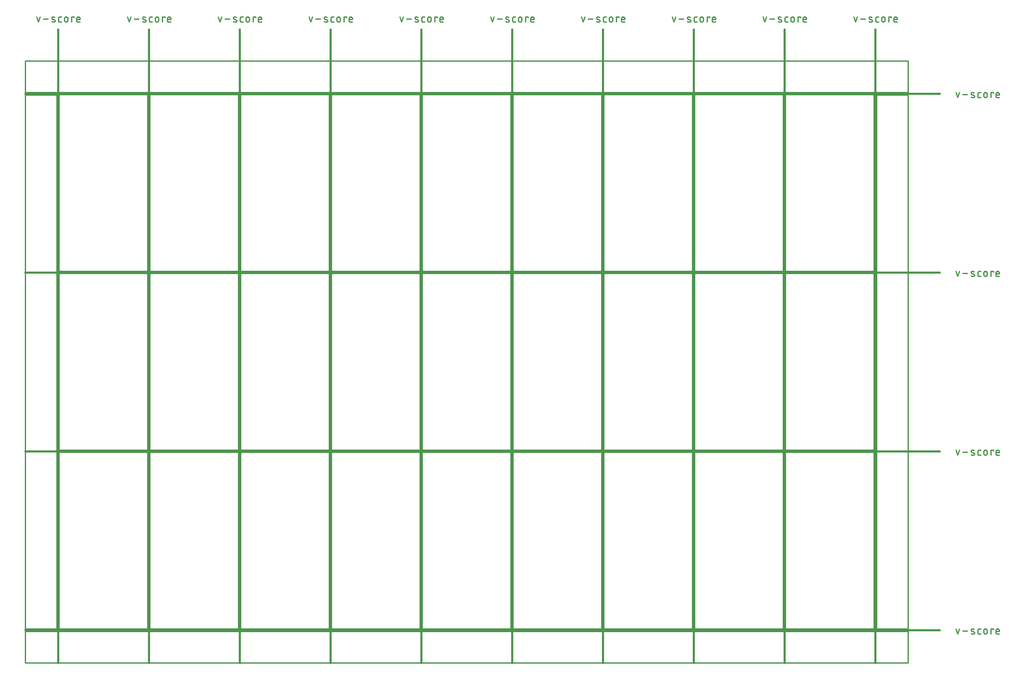
<source format=gko>
G04 EAGLE Gerber RS-274X export*
G75*
%MOMM*%
%FSLAX34Y34*%
%LPD*%
%IN*%
%IPPOS*%
%AMOC8*
5,1,8,0,0,1.08239X$1,22.5*%
G01*
%ADD10C,0.203200*%
%ADD11C,0.381000*%
%ADD12C,0.279400*%
%ADD13C,0.254000*%


D10*
X0Y0D02*
X177800Y0D01*
X177800Y355600D01*
X0Y355600D02*
X0Y0D01*
X0Y355600D02*
X177800Y355600D01*
X182880Y0D02*
X360680Y0D01*
X360680Y355600D01*
X182880Y355600D02*
X182880Y0D01*
X182880Y355600D02*
X360680Y355600D01*
X365760Y0D02*
X543560Y0D01*
X543560Y355600D01*
X365760Y355600D02*
X365760Y0D01*
X365760Y355600D02*
X543560Y355600D01*
X548640Y0D02*
X726440Y0D01*
X726440Y355600D01*
X548640Y355600D02*
X548640Y0D01*
X548640Y355600D02*
X726440Y355600D01*
X731520Y0D02*
X909320Y0D01*
X909320Y355600D01*
X731520Y355600D02*
X731520Y0D01*
X731520Y355600D02*
X909320Y355600D01*
X914400Y0D02*
X1092200Y0D01*
X1092200Y355600D01*
X914400Y355600D02*
X914400Y0D01*
X914400Y355600D02*
X1092200Y355600D01*
X1097280Y0D02*
X1275080Y0D01*
X1275080Y355600D01*
X1097280Y355600D02*
X1097280Y0D01*
X1097280Y355600D02*
X1275080Y355600D01*
X1280160Y0D02*
X1457960Y0D01*
X1457960Y355600D01*
X1280160Y355600D02*
X1280160Y0D01*
X1280160Y355600D02*
X1457960Y355600D01*
X1463040Y0D02*
X1640840Y0D01*
X1640840Y355600D01*
X1463040Y355600D02*
X1463040Y0D01*
X1463040Y355600D02*
X1640840Y355600D01*
X177800Y360680D02*
X0Y360680D01*
X177800Y360680D02*
X177800Y716280D01*
X0Y716280D02*
X0Y360680D01*
X0Y716280D02*
X177800Y716280D01*
X182880Y360680D02*
X360680Y360680D01*
X360680Y716280D01*
X182880Y716280D02*
X182880Y360680D01*
X182880Y716280D02*
X360680Y716280D01*
X365760Y360680D02*
X543560Y360680D01*
X543560Y716280D01*
X365760Y716280D02*
X365760Y360680D01*
X365760Y716280D02*
X543560Y716280D01*
X548640Y360680D02*
X726440Y360680D01*
X726440Y716280D01*
X548640Y716280D02*
X548640Y360680D01*
X548640Y716280D02*
X726440Y716280D01*
X731520Y360680D02*
X909320Y360680D01*
X909320Y716280D01*
X731520Y716280D02*
X731520Y360680D01*
X731520Y716280D02*
X909320Y716280D01*
X914400Y360680D02*
X1092200Y360680D01*
X1092200Y716280D01*
X914400Y716280D02*
X914400Y360680D01*
X914400Y716280D02*
X1092200Y716280D01*
X1097280Y360680D02*
X1275080Y360680D01*
X1275080Y716280D01*
X1097280Y716280D02*
X1097280Y360680D01*
X1097280Y716280D02*
X1275080Y716280D01*
X1280160Y360680D02*
X1457960Y360680D01*
X1457960Y716280D01*
X1280160Y716280D02*
X1280160Y360680D01*
X1280160Y716280D02*
X1457960Y716280D01*
X1463040Y360680D02*
X1640840Y360680D01*
X1640840Y716280D01*
X1463040Y716280D02*
X1463040Y360680D01*
X1463040Y716280D02*
X1640840Y716280D01*
X177800Y721360D02*
X0Y721360D01*
X177800Y721360D02*
X177800Y1076960D01*
X0Y1076960D02*
X0Y721360D01*
X0Y1076960D02*
X177800Y1076960D01*
X182880Y721360D02*
X360680Y721360D01*
X360680Y1076960D01*
X182880Y1076960D02*
X182880Y721360D01*
X182880Y1076960D02*
X360680Y1076960D01*
X365760Y721360D02*
X543560Y721360D01*
X543560Y1076960D01*
X365760Y1076960D02*
X365760Y721360D01*
X365760Y1076960D02*
X543560Y1076960D01*
X548640Y721360D02*
X726440Y721360D01*
X726440Y1076960D01*
X548640Y1076960D02*
X548640Y721360D01*
X548640Y1076960D02*
X726440Y1076960D01*
X731520Y721360D02*
X909320Y721360D01*
X909320Y1076960D01*
X731520Y1076960D02*
X731520Y721360D01*
X731520Y1076960D02*
X909320Y1076960D01*
X914400Y721360D02*
X1092200Y721360D01*
X1092200Y1076960D01*
X914400Y1076960D02*
X914400Y721360D01*
X914400Y1076960D02*
X1092200Y1076960D01*
X1097280Y721360D02*
X1275080Y721360D01*
X1275080Y1076960D01*
X1097280Y1076960D02*
X1097280Y721360D01*
X1097280Y1076960D02*
X1275080Y1076960D01*
X1280160Y721360D02*
X1457960Y721360D01*
X1457960Y1076960D01*
X1280160Y1076960D02*
X1280160Y721360D01*
X1280160Y1076960D02*
X1457960Y1076960D01*
X1463040Y721360D02*
X1640840Y721360D01*
X1640840Y1076960D01*
X1463040Y1076960D02*
X1463040Y721360D01*
X1463040Y1076960D02*
X1640840Y1076960D01*
D11*
X-2540Y1209040D02*
X-2540Y-68580D01*
D12*
X-42921Y1224407D02*
X-46251Y1234398D01*
X-39590Y1234398D02*
X-42921Y1224407D01*
X-32806Y1230235D02*
X-22815Y1230235D01*
X-14261Y1230235D02*
X-10098Y1228570D01*
X-14261Y1230234D02*
X-14346Y1230270D01*
X-14429Y1230310D01*
X-14510Y1230353D01*
X-14590Y1230400D01*
X-14667Y1230450D01*
X-14743Y1230503D01*
X-14816Y1230559D01*
X-14886Y1230619D01*
X-14954Y1230681D01*
X-15019Y1230746D01*
X-15081Y1230814D01*
X-15141Y1230885D01*
X-15197Y1230958D01*
X-15250Y1231033D01*
X-15300Y1231111D01*
X-15346Y1231190D01*
X-15389Y1231272D01*
X-15429Y1231355D01*
X-15465Y1231440D01*
X-15497Y1231526D01*
X-15526Y1231614D01*
X-15550Y1231703D01*
X-15571Y1231793D01*
X-15588Y1231883D01*
X-15602Y1231974D01*
X-15611Y1232066D01*
X-15616Y1232158D01*
X-15618Y1232250D01*
X-15616Y1232342D01*
X-15609Y1232434D01*
X-15599Y1232526D01*
X-15585Y1232617D01*
X-15567Y1232708D01*
X-15545Y1232797D01*
X-15519Y1232886D01*
X-15489Y1232973D01*
X-15456Y1233059D01*
X-15419Y1233143D01*
X-15379Y1233226D01*
X-15335Y1233307D01*
X-15288Y1233386D01*
X-15237Y1233463D01*
X-15183Y1233538D01*
X-15126Y1233611D01*
X-15066Y1233681D01*
X-15003Y1233748D01*
X-14937Y1233812D01*
X-14869Y1233874D01*
X-14798Y1233933D01*
X-14724Y1233988D01*
X-14648Y1234041D01*
X-14570Y1234090D01*
X-14490Y1234136D01*
X-14409Y1234178D01*
X-14325Y1234217D01*
X-14240Y1234252D01*
X-14153Y1234283D01*
X-14065Y1234311D01*
X-13976Y1234335D01*
X-13886Y1234355D01*
X-13796Y1234372D01*
X-13704Y1234384D01*
X-13612Y1234393D01*
X-13520Y1234397D01*
X-13428Y1234398D01*
X-13201Y1234392D01*
X-12974Y1234381D01*
X-12747Y1234364D01*
X-12521Y1234341D01*
X-12295Y1234314D01*
X-12070Y1234280D01*
X-11846Y1234242D01*
X-11623Y1234198D01*
X-11401Y1234149D01*
X-11180Y1234094D01*
X-10961Y1234034D01*
X-10743Y1233969D01*
X-10527Y1233898D01*
X-10313Y1233823D01*
X-10100Y1233742D01*
X-9890Y1233656D01*
X-9681Y1233565D01*
X-10098Y1228570D02*
X-10013Y1228534D01*
X-9930Y1228494D01*
X-9849Y1228451D01*
X-9769Y1228404D01*
X-9692Y1228354D01*
X-9616Y1228301D01*
X-9543Y1228245D01*
X-9473Y1228185D01*
X-9405Y1228123D01*
X-9340Y1228058D01*
X-9278Y1227990D01*
X-9218Y1227919D01*
X-9162Y1227846D01*
X-9109Y1227771D01*
X-9059Y1227693D01*
X-9013Y1227614D01*
X-8970Y1227532D01*
X-8930Y1227449D01*
X-8894Y1227364D01*
X-8862Y1227278D01*
X-8833Y1227190D01*
X-8809Y1227101D01*
X-8788Y1227011D01*
X-8771Y1226921D01*
X-8757Y1226830D01*
X-8748Y1226738D01*
X-8743Y1226646D01*
X-8741Y1226554D01*
X-8743Y1226462D01*
X-8750Y1226370D01*
X-8760Y1226278D01*
X-8774Y1226187D01*
X-8792Y1226096D01*
X-8814Y1226007D01*
X-8840Y1225918D01*
X-8870Y1225831D01*
X-8903Y1225745D01*
X-8940Y1225661D01*
X-8980Y1225578D01*
X-9024Y1225497D01*
X-9071Y1225418D01*
X-9122Y1225341D01*
X-9176Y1225266D01*
X-9233Y1225193D01*
X-9293Y1225123D01*
X-9356Y1225056D01*
X-9422Y1224992D01*
X-9490Y1224930D01*
X-9561Y1224871D01*
X-9635Y1224816D01*
X-9711Y1224763D01*
X-9789Y1224714D01*
X-9869Y1224668D01*
X-9950Y1224626D01*
X-10034Y1224587D01*
X-10119Y1224552D01*
X-10206Y1224521D01*
X-10294Y1224493D01*
X-10383Y1224469D01*
X-10473Y1224449D01*
X-10563Y1224432D01*
X-10655Y1224420D01*
X-10747Y1224411D01*
X-10839Y1224407D01*
X-10931Y1224406D01*
X-10931Y1224407D02*
X-11265Y1224416D01*
X-11598Y1224433D01*
X-11931Y1224457D01*
X-12264Y1224490D01*
X-12595Y1224530D01*
X-12926Y1224578D01*
X-13255Y1224634D01*
X-13583Y1224697D01*
X-13909Y1224769D01*
X-14233Y1224848D01*
X-14556Y1224934D01*
X-14876Y1225029D01*
X-15194Y1225131D01*
X-15510Y1225240D01*
X562Y1224407D02*
X3892Y1224407D01*
X562Y1224407D02*
X464Y1224409D01*
X366Y1224415D01*
X268Y1224424D01*
X171Y1224438D01*
X75Y1224455D01*
X-21Y1224476D01*
X-116Y1224501D01*
X-210Y1224529D01*
X-303Y1224561D01*
X-394Y1224597D01*
X-484Y1224636D01*
X-572Y1224679D01*
X-659Y1224726D01*
X-743Y1224775D01*
X-826Y1224828D01*
X-906Y1224884D01*
X-985Y1224943D01*
X-1060Y1225006D01*
X-1134Y1225071D01*
X-1204Y1225139D01*
X-1272Y1225209D01*
X-1338Y1225283D01*
X-1400Y1225359D01*
X-1459Y1225437D01*
X-1515Y1225517D01*
X-1568Y1225600D01*
X-1618Y1225684D01*
X-1664Y1225771D01*
X-1707Y1225859D01*
X-1746Y1225949D01*
X-1782Y1226040D01*
X-1814Y1226133D01*
X-1842Y1226227D01*
X-1867Y1226322D01*
X-1888Y1226418D01*
X-1905Y1226514D01*
X-1919Y1226611D01*
X-1928Y1226709D01*
X-1934Y1226807D01*
X-1936Y1226905D01*
X-1936Y1231900D01*
X-1934Y1231998D01*
X-1928Y1232096D01*
X-1919Y1232194D01*
X-1905Y1232291D01*
X-1888Y1232387D01*
X-1867Y1232483D01*
X-1842Y1232578D01*
X-1814Y1232672D01*
X-1782Y1232765D01*
X-1746Y1232856D01*
X-1707Y1232946D01*
X-1664Y1233034D01*
X-1617Y1233121D01*
X-1568Y1233205D01*
X-1515Y1233288D01*
X-1459Y1233368D01*
X-1400Y1233446D01*
X-1337Y1233522D01*
X-1272Y1233596D01*
X-1204Y1233666D01*
X-1134Y1233734D01*
X-1060Y1233799D01*
X-984Y1233862D01*
X-906Y1233921D01*
X-826Y1233977D01*
X-743Y1234030D01*
X-659Y1234079D01*
X-572Y1234126D01*
X-484Y1234169D01*
X-394Y1234208D01*
X-303Y1234244D01*
X-210Y1234276D01*
X-116Y1234304D01*
X-21Y1234329D01*
X75Y1234350D01*
X171Y1234367D01*
X268Y1234381D01*
X366Y1234390D01*
X464Y1234396D01*
X562Y1234398D01*
X3892Y1234398D01*
X10022Y1231067D02*
X10022Y1227737D01*
X10022Y1231067D02*
X10024Y1231181D01*
X10030Y1231294D01*
X10039Y1231408D01*
X10053Y1231520D01*
X10070Y1231633D01*
X10092Y1231745D01*
X10117Y1231855D01*
X10145Y1231965D01*
X10178Y1232074D01*
X10214Y1232182D01*
X10254Y1232289D01*
X10298Y1232394D01*
X10345Y1232497D01*
X10395Y1232599D01*
X10449Y1232699D01*
X10507Y1232797D01*
X10568Y1232893D01*
X10631Y1232987D01*
X10699Y1233079D01*
X10769Y1233169D01*
X10842Y1233255D01*
X10918Y1233340D01*
X10997Y1233422D01*
X11079Y1233501D01*
X11164Y1233577D01*
X11250Y1233650D01*
X11340Y1233720D01*
X11432Y1233788D01*
X11526Y1233851D01*
X11622Y1233912D01*
X11720Y1233970D01*
X11820Y1234024D01*
X11922Y1234074D01*
X12025Y1234121D01*
X12130Y1234165D01*
X12237Y1234205D01*
X12345Y1234241D01*
X12454Y1234274D01*
X12564Y1234302D01*
X12674Y1234327D01*
X12786Y1234349D01*
X12899Y1234366D01*
X13011Y1234380D01*
X13125Y1234389D01*
X13238Y1234395D01*
X13352Y1234397D01*
X13466Y1234395D01*
X13579Y1234389D01*
X13693Y1234380D01*
X13805Y1234366D01*
X13918Y1234349D01*
X14030Y1234327D01*
X14140Y1234302D01*
X14250Y1234274D01*
X14359Y1234241D01*
X14467Y1234205D01*
X14574Y1234165D01*
X14679Y1234121D01*
X14782Y1234074D01*
X14884Y1234024D01*
X14984Y1233970D01*
X15082Y1233912D01*
X15178Y1233851D01*
X15272Y1233788D01*
X15364Y1233720D01*
X15454Y1233650D01*
X15540Y1233577D01*
X15625Y1233501D01*
X15707Y1233422D01*
X15786Y1233340D01*
X15862Y1233255D01*
X15935Y1233169D01*
X16005Y1233079D01*
X16073Y1232987D01*
X16136Y1232893D01*
X16197Y1232797D01*
X16255Y1232699D01*
X16309Y1232599D01*
X16359Y1232497D01*
X16406Y1232394D01*
X16450Y1232289D01*
X16490Y1232182D01*
X16526Y1232074D01*
X16559Y1231965D01*
X16587Y1231855D01*
X16612Y1231745D01*
X16634Y1231633D01*
X16651Y1231520D01*
X16665Y1231408D01*
X16674Y1231294D01*
X16680Y1231181D01*
X16682Y1231067D01*
X16682Y1227737D01*
X16680Y1227623D01*
X16674Y1227510D01*
X16665Y1227396D01*
X16651Y1227284D01*
X16634Y1227171D01*
X16612Y1227059D01*
X16587Y1226949D01*
X16559Y1226839D01*
X16526Y1226730D01*
X16490Y1226622D01*
X16450Y1226515D01*
X16406Y1226410D01*
X16359Y1226307D01*
X16309Y1226205D01*
X16255Y1226105D01*
X16197Y1226007D01*
X16136Y1225911D01*
X16073Y1225817D01*
X16005Y1225725D01*
X15935Y1225635D01*
X15862Y1225549D01*
X15786Y1225464D01*
X15707Y1225382D01*
X15625Y1225303D01*
X15540Y1225227D01*
X15454Y1225154D01*
X15364Y1225084D01*
X15272Y1225016D01*
X15178Y1224953D01*
X15082Y1224892D01*
X14984Y1224834D01*
X14884Y1224780D01*
X14782Y1224730D01*
X14679Y1224683D01*
X14574Y1224639D01*
X14467Y1224599D01*
X14359Y1224563D01*
X14250Y1224530D01*
X14140Y1224502D01*
X14030Y1224477D01*
X13918Y1224455D01*
X13805Y1224438D01*
X13693Y1224424D01*
X13579Y1224415D01*
X13466Y1224409D01*
X13352Y1224407D01*
X13238Y1224409D01*
X13125Y1224415D01*
X13011Y1224424D01*
X12899Y1224438D01*
X12786Y1224455D01*
X12674Y1224477D01*
X12564Y1224502D01*
X12454Y1224530D01*
X12345Y1224563D01*
X12237Y1224599D01*
X12130Y1224639D01*
X12025Y1224683D01*
X11922Y1224730D01*
X11820Y1224780D01*
X11720Y1224834D01*
X11622Y1224892D01*
X11526Y1224953D01*
X11432Y1225016D01*
X11340Y1225084D01*
X11250Y1225154D01*
X11164Y1225227D01*
X11079Y1225303D01*
X10997Y1225382D01*
X10918Y1225464D01*
X10842Y1225549D01*
X10769Y1225635D01*
X10699Y1225725D01*
X10631Y1225817D01*
X10568Y1225911D01*
X10507Y1226007D01*
X10449Y1226105D01*
X10395Y1226205D01*
X10345Y1226307D01*
X10298Y1226410D01*
X10254Y1226515D01*
X10214Y1226622D01*
X10178Y1226730D01*
X10145Y1226839D01*
X10117Y1226949D01*
X10092Y1227059D01*
X10070Y1227171D01*
X10053Y1227284D01*
X10039Y1227396D01*
X10030Y1227510D01*
X10024Y1227623D01*
X10022Y1227737D01*
X24218Y1224407D02*
X24218Y1234398D01*
X29213Y1234398D01*
X29213Y1232733D01*
X37008Y1224407D02*
X41171Y1224407D01*
X37008Y1224407D02*
X36910Y1224409D01*
X36812Y1224415D01*
X36714Y1224424D01*
X36617Y1224438D01*
X36521Y1224455D01*
X36425Y1224476D01*
X36330Y1224501D01*
X36236Y1224529D01*
X36143Y1224561D01*
X36052Y1224597D01*
X35962Y1224636D01*
X35874Y1224679D01*
X35787Y1224726D01*
X35703Y1224775D01*
X35620Y1224828D01*
X35540Y1224884D01*
X35462Y1224943D01*
X35386Y1225006D01*
X35312Y1225071D01*
X35242Y1225139D01*
X35174Y1225209D01*
X35109Y1225283D01*
X35046Y1225359D01*
X34987Y1225437D01*
X34931Y1225517D01*
X34878Y1225600D01*
X34829Y1225684D01*
X34782Y1225771D01*
X34739Y1225859D01*
X34700Y1225949D01*
X34664Y1226040D01*
X34632Y1226133D01*
X34604Y1226227D01*
X34579Y1226322D01*
X34558Y1226418D01*
X34541Y1226514D01*
X34527Y1226611D01*
X34518Y1226709D01*
X34512Y1226807D01*
X34510Y1226905D01*
X34510Y1231067D01*
X34511Y1231067D02*
X34513Y1231181D01*
X34519Y1231294D01*
X34528Y1231408D01*
X34542Y1231520D01*
X34559Y1231633D01*
X34581Y1231745D01*
X34606Y1231855D01*
X34634Y1231965D01*
X34667Y1232074D01*
X34703Y1232182D01*
X34743Y1232289D01*
X34787Y1232394D01*
X34834Y1232497D01*
X34884Y1232599D01*
X34938Y1232699D01*
X34996Y1232797D01*
X35057Y1232893D01*
X35120Y1232987D01*
X35188Y1233079D01*
X35258Y1233169D01*
X35331Y1233255D01*
X35407Y1233340D01*
X35486Y1233422D01*
X35568Y1233501D01*
X35653Y1233577D01*
X35739Y1233650D01*
X35829Y1233720D01*
X35921Y1233788D01*
X36015Y1233851D01*
X36111Y1233912D01*
X36209Y1233970D01*
X36309Y1234024D01*
X36411Y1234074D01*
X36514Y1234121D01*
X36619Y1234165D01*
X36726Y1234205D01*
X36834Y1234241D01*
X36943Y1234274D01*
X37053Y1234302D01*
X37163Y1234327D01*
X37275Y1234349D01*
X37388Y1234366D01*
X37500Y1234380D01*
X37614Y1234389D01*
X37727Y1234395D01*
X37841Y1234397D01*
X37955Y1234395D01*
X38068Y1234389D01*
X38182Y1234380D01*
X38294Y1234366D01*
X38407Y1234349D01*
X38519Y1234327D01*
X38629Y1234302D01*
X38739Y1234274D01*
X38848Y1234241D01*
X38956Y1234205D01*
X39063Y1234165D01*
X39168Y1234121D01*
X39271Y1234074D01*
X39373Y1234024D01*
X39473Y1233970D01*
X39571Y1233912D01*
X39667Y1233851D01*
X39761Y1233788D01*
X39853Y1233720D01*
X39943Y1233650D01*
X40029Y1233577D01*
X40114Y1233501D01*
X40196Y1233422D01*
X40275Y1233340D01*
X40351Y1233255D01*
X40424Y1233169D01*
X40494Y1233079D01*
X40562Y1232987D01*
X40625Y1232893D01*
X40686Y1232797D01*
X40744Y1232699D01*
X40798Y1232599D01*
X40848Y1232497D01*
X40895Y1232394D01*
X40939Y1232289D01*
X40979Y1232182D01*
X41015Y1232074D01*
X41048Y1231965D01*
X41076Y1231855D01*
X41101Y1231745D01*
X41123Y1231633D01*
X41140Y1231520D01*
X41154Y1231408D01*
X41163Y1231294D01*
X41169Y1231181D01*
X41171Y1231067D01*
X41171Y1229402D01*
X34510Y1229402D01*
D11*
X180340Y1209040D02*
X180340Y-68580D01*
D12*
X139959Y1224407D02*
X136629Y1234398D01*
X143290Y1234398D02*
X139959Y1224407D01*
X150074Y1230235D02*
X160065Y1230235D01*
X168619Y1230235D02*
X172782Y1228570D01*
X168619Y1230234D02*
X168534Y1230270D01*
X168451Y1230310D01*
X168370Y1230353D01*
X168290Y1230400D01*
X168213Y1230450D01*
X168137Y1230503D01*
X168064Y1230559D01*
X167994Y1230619D01*
X167926Y1230681D01*
X167861Y1230746D01*
X167799Y1230814D01*
X167739Y1230885D01*
X167683Y1230958D01*
X167630Y1231033D01*
X167580Y1231111D01*
X167534Y1231190D01*
X167491Y1231272D01*
X167451Y1231355D01*
X167415Y1231440D01*
X167383Y1231526D01*
X167354Y1231614D01*
X167330Y1231703D01*
X167309Y1231793D01*
X167292Y1231883D01*
X167278Y1231974D01*
X167269Y1232066D01*
X167264Y1232158D01*
X167262Y1232250D01*
X167264Y1232342D01*
X167271Y1232434D01*
X167281Y1232526D01*
X167295Y1232617D01*
X167313Y1232708D01*
X167335Y1232797D01*
X167361Y1232886D01*
X167391Y1232973D01*
X167424Y1233059D01*
X167461Y1233143D01*
X167501Y1233226D01*
X167545Y1233307D01*
X167592Y1233386D01*
X167643Y1233463D01*
X167697Y1233538D01*
X167754Y1233611D01*
X167814Y1233681D01*
X167877Y1233748D01*
X167943Y1233812D01*
X168011Y1233874D01*
X168082Y1233933D01*
X168156Y1233988D01*
X168232Y1234041D01*
X168310Y1234090D01*
X168390Y1234136D01*
X168471Y1234178D01*
X168555Y1234217D01*
X168640Y1234252D01*
X168727Y1234283D01*
X168815Y1234311D01*
X168904Y1234335D01*
X168994Y1234355D01*
X169084Y1234372D01*
X169176Y1234384D01*
X169268Y1234393D01*
X169360Y1234397D01*
X169452Y1234398D01*
X169679Y1234392D01*
X169906Y1234381D01*
X170133Y1234364D01*
X170359Y1234341D01*
X170585Y1234314D01*
X170810Y1234280D01*
X171034Y1234242D01*
X171257Y1234198D01*
X171479Y1234149D01*
X171700Y1234094D01*
X171919Y1234034D01*
X172137Y1233969D01*
X172353Y1233898D01*
X172567Y1233823D01*
X172780Y1233742D01*
X172990Y1233656D01*
X173199Y1233565D01*
X172782Y1228570D02*
X172867Y1228534D01*
X172950Y1228494D01*
X173031Y1228451D01*
X173111Y1228404D01*
X173188Y1228354D01*
X173264Y1228301D01*
X173337Y1228245D01*
X173407Y1228185D01*
X173475Y1228123D01*
X173540Y1228058D01*
X173602Y1227990D01*
X173662Y1227919D01*
X173718Y1227846D01*
X173771Y1227771D01*
X173821Y1227693D01*
X173867Y1227614D01*
X173910Y1227532D01*
X173950Y1227449D01*
X173986Y1227364D01*
X174018Y1227278D01*
X174047Y1227190D01*
X174071Y1227101D01*
X174092Y1227011D01*
X174109Y1226921D01*
X174123Y1226830D01*
X174132Y1226738D01*
X174137Y1226646D01*
X174139Y1226554D01*
X174137Y1226462D01*
X174130Y1226370D01*
X174120Y1226278D01*
X174106Y1226187D01*
X174088Y1226096D01*
X174066Y1226007D01*
X174040Y1225918D01*
X174010Y1225831D01*
X173977Y1225745D01*
X173940Y1225661D01*
X173900Y1225578D01*
X173856Y1225497D01*
X173809Y1225418D01*
X173758Y1225341D01*
X173704Y1225266D01*
X173647Y1225193D01*
X173587Y1225123D01*
X173524Y1225056D01*
X173458Y1224992D01*
X173390Y1224930D01*
X173319Y1224871D01*
X173245Y1224816D01*
X173169Y1224763D01*
X173091Y1224714D01*
X173011Y1224668D01*
X172930Y1224626D01*
X172846Y1224587D01*
X172761Y1224552D01*
X172674Y1224521D01*
X172586Y1224493D01*
X172497Y1224469D01*
X172407Y1224449D01*
X172317Y1224432D01*
X172225Y1224420D01*
X172133Y1224411D01*
X172041Y1224407D01*
X171949Y1224406D01*
X171949Y1224407D02*
X171615Y1224416D01*
X171282Y1224433D01*
X170949Y1224457D01*
X170616Y1224490D01*
X170285Y1224530D01*
X169954Y1224578D01*
X169625Y1224634D01*
X169297Y1224697D01*
X168971Y1224769D01*
X168647Y1224848D01*
X168324Y1224934D01*
X168004Y1225029D01*
X167686Y1225131D01*
X167370Y1225240D01*
X183442Y1224407D02*
X186772Y1224407D01*
X183442Y1224407D02*
X183344Y1224409D01*
X183246Y1224415D01*
X183148Y1224424D01*
X183051Y1224438D01*
X182955Y1224455D01*
X182859Y1224476D01*
X182764Y1224501D01*
X182670Y1224529D01*
X182577Y1224561D01*
X182486Y1224597D01*
X182396Y1224636D01*
X182308Y1224679D01*
X182221Y1224726D01*
X182137Y1224775D01*
X182054Y1224828D01*
X181974Y1224884D01*
X181896Y1224943D01*
X181820Y1225006D01*
X181746Y1225071D01*
X181676Y1225139D01*
X181608Y1225209D01*
X181543Y1225283D01*
X181480Y1225359D01*
X181421Y1225437D01*
X181365Y1225517D01*
X181312Y1225600D01*
X181263Y1225684D01*
X181216Y1225771D01*
X181173Y1225859D01*
X181134Y1225949D01*
X181098Y1226040D01*
X181066Y1226133D01*
X181038Y1226227D01*
X181013Y1226322D01*
X180992Y1226418D01*
X180975Y1226514D01*
X180961Y1226611D01*
X180952Y1226709D01*
X180946Y1226807D01*
X180944Y1226905D01*
X180944Y1231900D01*
X180946Y1231998D01*
X180952Y1232096D01*
X180961Y1232194D01*
X180975Y1232291D01*
X180992Y1232387D01*
X181013Y1232483D01*
X181038Y1232578D01*
X181066Y1232672D01*
X181098Y1232765D01*
X181134Y1232856D01*
X181173Y1232946D01*
X181216Y1233034D01*
X181263Y1233121D01*
X181312Y1233205D01*
X181365Y1233288D01*
X181421Y1233368D01*
X181480Y1233447D01*
X181543Y1233522D01*
X181608Y1233596D01*
X181676Y1233666D01*
X181746Y1233734D01*
X181820Y1233800D01*
X181896Y1233862D01*
X181974Y1233921D01*
X182054Y1233977D01*
X182137Y1234030D01*
X182221Y1234080D01*
X182308Y1234126D01*
X182396Y1234169D01*
X182486Y1234208D01*
X182577Y1234244D01*
X182670Y1234276D01*
X182764Y1234304D01*
X182859Y1234329D01*
X182955Y1234350D01*
X183051Y1234367D01*
X183148Y1234381D01*
X183246Y1234390D01*
X183344Y1234396D01*
X183442Y1234398D01*
X186772Y1234398D01*
X192902Y1231067D02*
X192902Y1227737D01*
X192902Y1231067D02*
X192904Y1231181D01*
X192910Y1231294D01*
X192919Y1231408D01*
X192933Y1231520D01*
X192950Y1231633D01*
X192972Y1231745D01*
X192997Y1231855D01*
X193025Y1231965D01*
X193058Y1232074D01*
X193094Y1232182D01*
X193134Y1232289D01*
X193178Y1232394D01*
X193225Y1232497D01*
X193275Y1232599D01*
X193329Y1232699D01*
X193387Y1232797D01*
X193448Y1232893D01*
X193511Y1232987D01*
X193579Y1233079D01*
X193649Y1233169D01*
X193722Y1233255D01*
X193798Y1233340D01*
X193877Y1233422D01*
X193959Y1233501D01*
X194044Y1233577D01*
X194130Y1233650D01*
X194220Y1233720D01*
X194312Y1233788D01*
X194406Y1233851D01*
X194502Y1233912D01*
X194600Y1233970D01*
X194700Y1234024D01*
X194802Y1234074D01*
X194905Y1234121D01*
X195010Y1234165D01*
X195117Y1234205D01*
X195225Y1234241D01*
X195334Y1234274D01*
X195444Y1234302D01*
X195554Y1234327D01*
X195666Y1234349D01*
X195779Y1234366D01*
X195891Y1234380D01*
X196005Y1234389D01*
X196118Y1234395D01*
X196232Y1234397D01*
X196346Y1234395D01*
X196459Y1234389D01*
X196573Y1234380D01*
X196685Y1234366D01*
X196798Y1234349D01*
X196910Y1234327D01*
X197020Y1234302D01*
X197130Y1234274D01*
X197239Y1234241D01*
X197347Y1234205D01*
X197454Y1234165D01*
X197559Y1234121D01*
X197662Y1234074D01*
X197764Y1234024D01*
X197864Y1233970D01*
X197962Y1233912D01*
X198058Y1233851D01*
X198152Y1233788D01*
X198244Y1233720D01*
X198334Y1233650D01*
X198420Y1233577D01*
X198505Y1233501D01*
X198587Y1233422D01*
X198666Y1233340D01*
X198742Y1233255D01*
X198815Y1233169D01*
X198885Y1233079D01*
X198953Y1232987D01*
X199016Y1232893D01*
X199077Y1232797D01*
X199135Y1232699D01*
X199189Y1232599D01*
X199239Y1232497D01*
X199286Y1232394D01*
X199330Y1232289D01*
X199370Y1232182D01*
X199406Y1232074D01*
X199439Y1231965D01*
X199467Y1231855D01*
X199492Y1231745D01*
X199514Y1231633D01*
X199531Y1231520D01*
X199545Y1231408D01*
X199554Y1231294D01*
X199560Y1231181D01*
X199562Y1231067D01*
X199562Y1227737D01*
X199560Y1227623D01*
X199554Y1227510D01*
X199545Y1227396D01*
X199531Y1227284D01*
X199514Y1227171D01*
X199492Y1227059D01*
X199467Y1226949D01*
X199439Y1226839D01*
X199406Y1226730D01*
X199370Y1226622D01*
X199330Y1226515D01*
X199286Y1226410D01*
X199239Y1226307D01*
X199189Y1226205D01*
X199135Y1226105D01*
X199077Y1226007D01*
X199016Y1225911D01*
X198953Y1225817D01*
X198885Y1225725D01*
X198815Y1225635D01*
X198742Y1225549D01*
X198666Y1225464D01*
X198587Y1225382D01*
X198505Y1225303D01*
X198420Y1225227D01*
X198334Y1225154D01*
X198244Y1225084D01*
X198152Y1225016D01*
X198058Y1224953D01*
X197962Y1224892D01*
X197864Y1224834D01*
X197764Y1224780D01*
X197662Y1224730D01*
X197559Y1224683D01*
X197454Y1224639D01*
X197347Y1224599D01*
X197239Y1224563D01*
X197130Y1224530D01*
X197020Y1224502D01*
X196910Y1224477D01*
X196798Y1224455D01*
X196685Y1224438D01*
X196573Y1224424D01*
X196459Y1224415D01*
X196346Y1224409D01*
X196232Y1224407D01*
X196118Y1224409D01*
X196005Y1224415D01*
X195891Y1224424D01*
X195779Y1224438D01*
X195666Y1224455D01*
X195554Y1224477D01*
X195444Y1224502D01*
X195334Y1224530D01*
X195225Y1224563D01*
X195117Y1224599D01*
X195010Y1224639D01*
X194905Y1224683D01*
X194802Y1224730D01*
X194700Y1224780D01*
X194600Y1224834D01*
X194502Y1224892D01*
X194406Y1224953D01*
X194312Y1225016D01*
X194220Y1225084D01*
X194130Y1225154D01*
X194044Y1225227D01*
X193959Y1225303D01*
X193877Y1225382D01*
X193798Y1225464D01*
X193722Y1225549D01*
X193649Y1225635D01*
X193579Y1225725D01*
X193511Y1225817D01*
X193448Y1225911D01*
X193387Y1226007D01*
X193329Y1226105D01*
X193275Y1226205D01*
X193225Y1226307D01*
X193178Y1226410D01*
X193134Y1226515D01*
X193094Y1226622D01*
X193058Y1226730D01*
X193025Y1226839D01*
X192997Y1226949D01*
X192972Y1227059D01*
X192950Y1227171D01*
X192933Y1227284D01*
X192919Y1227396D01*
X192910Y1227510D01*
X192904Y1227623D01*
X192902Y1227737D01*
X207098Y1224407D02*
X207098Y1234398D01*
X212093Y1234398D01*
X212093Y1232733D01*
X219888Y1224407D02*
X224051Y1224407D01*
X219888Y1224407D02*
X219790Y1224409D01*
X219692Y1224415D01*
X219594Y1224424D01*
X219497Y1224438D01*
X219401Y1224455D01*
X219305Y1224476D01*
X219210Y1224501D01*
X219116Y1224529D01*
X219023Y1224561D01*
X218932Y1224597D01*
X218842Y1224636D01*
X218754Y1224679D01*
X218667Y1224726D01*
X218583Y1224775D01*
X218500Y1224828D01*
X218420Y1224884D01*
X218342Y1224943D01*
X218266Y1225006D01*
X218192Y1225071D01*
X218122Y1225139D01*
X218054Y1225209D01*
X217989Y1225283D01*
X217926Y1225359D01*
X217867Y1225437D01*
X217811Y1225517D01*
X217758Y1225600D01*
X217709Y1225684D01*
X217662Y1225771D01*
X217619Y1225859D01*
X217580Y1225949D01*
X217544Y1226040D01*
X217512Y1226133D01*
X217484Y1226227D01*
X217459Y1226322D01*
X217438Y1226418D01*
X217421Y1226514D01*
X217407Y1226611D01*
X217398Y1226709D01*
X217392Y1226807D01*
X217390Y1226905D01*
X217390Y1231067D01*
X217391Y1231067D02*
X217393Y1231181D01*
X217399Y1231294D01*
X217408Y1231408D01*
X217422Y1231520D01*
X217439Y1231633D01*
X217461Y1231745D01*
X217486Y1231855D01*
X217514Y1231965D01*
X217547Y1232074D01*
X217583Y1232182D01*
X217623Y1232289D01*
X217667Y1232394D01*
X217714Y1232497D01*
X217764Y1232599D01*
X217818Y1232699D01*
X217876Y1232797D01*
X217937Y1232893D01*
X218000Y1232987D01*
X218068Y1233079D01*
X218138Y1233169D01*
X218211Y1233255D01*
X218287Y1233340D01*
X218366Y1233422D01*
X218448Y1233501D01*
X218533Y1233577D01*
X218619Y1233650D01*
X218709Y1233720D01*
X218801Y1233788D01*
X218895Y1233851D01*
X218991Y1233912D01*
X219089Y1233970D01*
X219189Y1234024D01*
X219291Y1234074D01*
X219394Y1234121D01*
X219499Y1234165D01*
X219606Y1234205D01*
X219714Y1234241D01*
X219823Y1234274D01*
X219933Y1234302D01*
X220043Y1234327D01*
X220155Y1234349D01*
X220268Y1234366D01*
X220380Y1234380D01*
X220494Y1234389D01*
X220607Y1234395D01*
X220721Y1234397D01*
X220835Y1234395D01*
X220948Y1234389D01*
X221062Y1234380D01*
X221174Y1234366D01*
X221287Y1234349D01*
X221399Y1234327D01*
X221509Y1234302D01*
X221619Y1234274D01*
X221728Y1234241D01*
X221836Y1234205D01*
X221943Y1234165D01*
X222048Y1234121D01*
X222151Y1234074D01*
X222253Y1234024D01*
X222353Y1233970D01*
X222451Y1233912D01*
X222547Y1233851D01*
X222641Y1233788D01*
X222733Y1233720D01*
X222823Y1233650D01*
X222909Y1233577D01*
X222994Y1233501D01*
X223076Y1233422D01*
X223155Y1233340D01*
X223231Y1233255D01*
X223304Y1233169D01*
X223374Y1233079D01*
X223442Y1232987D01*
X223505Y1232893D01*
X223566Y1232797D01*
X223624Y1232699D01*
X223678Y1232599D01*
X223728Y1232497D01*
X223775Y1232394D01*
X223819Y1232289D01*
X223859Y1232182D01*
X223895Y1232074D01*
X223928Y1231965D01*
X223956Y1231855D01*
X223981Y1231745D01*
X224003Y1231633D01*
X224020Y1231520D01*
X224034Y1231408D01*
X224043Y1231294D01*
X224049Y1231181D01*
X224051Y1231067D01*
X224051Y1229402D01*
X217390Y1229402D01*
D11*
X363220Y1209040D02*
X363220Y-68580D01*
D12*
X322839Y1224407D02*
X319509Y1234398D01*
X326170Y1234398D02*
X322839Y1224407D01*
X332954Y1230235D02*
X342945Y1230235D01*
X351499Y1230235D02*
X355662Y1228570D01*
X351499Y1230234D02*
X351414Y1230270D01*
X351331Y1230310D01*
X351250Y1230353D01*
X351170Y1230400D01*
X351093Y1230450D01*
X351017Y1230503D01*
X350944Y1230559D01*
X350874Y1230619D01*
X350806Y1230681D01*
X350741Y1230746D01*
X350679Y1230814D01*
X350619Y1230885D01*
X350563Y1230958D01*
X350510Y1231033D01*
X350460Y1231111D01*
X350414Y1231190D01*
X350371Y1231272D01*
X350331Y1231355D01*
X350295Y1231440D01*
X350263Y1231526D01*
X350234Y1231614D01*
X350210Y1231703D01*
X350189Y1231793D01*
X350172Y1231883D01*
X350158Y1231974D01*
X350149Y1232066D01*
X350144Y1232158D01*
X350142Y1232250D01*
X350144Y1232342D01*
X350151Y1232434D01*
X350161Y1232526D01*
X350175Y1232617D01*
X350193Y1232708D01*
X350215Y1232797D01*
X350241Y1232886D01*
X350271Y1232973D01*
X350304Y1233059D01*
X350341Y1233143D01*
X350381Y1233226D01*
X350425Y1233307D01*
X350472Y1233386D01*
X350523Y1233463D01*
X350577Y1233538D01*
X350634Y1233611D01*
X350694Y1233681D01*
X350757Y1233748D01*
X350823Y1233812D01*
X350891Y1233874D01*
X350962Y1233933D01*
X351036Y1233988D01*
X351112Y1234041D01*
X351190Y1234090D01*
X351270Y1234136D01*
X351351Y1234178D01*
X351435Y1234217D01*
X351520Y1234252D01*
X351607Y1234283D01*
X351695Y1234311D01*
X351784Y1234335D01*
X351874Y1234355D01*
X351964Y1234372D01*
X352056Y1234384D01*
X352148Y1234393D01*
X352240Y1234397D01*
X352332Y1234398D01*
X352559Y1234392D01*
X352786Y1234381D01*
X353013Y1234364D01*
X353239Y1234341D01*
X353465Y1234314D01*
X353690Y1234280D01*
X353914Y1234242D01*
X354137Y1234198D01*
X354359Y1234149D01*
X354580Y1234094D01*
X354799Y1234034D01*
X355017Y1233969D01*
X355233Y1233898D01*
X355447Y1233823D01*
X355660Y1233742D01*
X355870Y1233656D01*
X356079Y1233565D01*
X355662Y1228570D02*
X355747Y1228534D01*
X355830Y1228494D01*
X355911Y1228451D01*
X355991Y1228404D01*
X356068Y1228354D01*
X356144Y1228301D01*
X356217Y1228245D01*
X356287Y1228185D01*
X356355Y1228123D01*
X356420Y1228058D01*
X356482Y1227990D01*
X356542Y1227919D01*
X356598Y1227846D01*
X356651Y1227771D01*
X356701Y1227693D01*
X356747Y1227614D01*
X356790Y1227532D01*
X356830Y1227449D01*
X356866Y1227364D01*
X356898Y1227278D01*
X356927Y1227190D01*
X356951Y1227101D01*
X356972Y1227011D01*
X356989Y1226921D01*
X357003Y1226830D01*
X357012Y1226738D01*
X357017Y1226646D01*
X357019Y1226554D01*
X357017Y1226462D01*
X357010Y1226370D01*
X357000Y1226278D01*
X356986Y1226187D01*
X356968Y1226096D01*
X356946Y1226007D01*
X356920Y1225918D01*
X356890Y1225831D01*
X356857Y1225745D01*
X356820Y1225661D01*
X356780Y1225578D01*
X356736Y1225497D01*
X356689Y1225418D01*
X356638Y1225341D01*
X356584Y1225266D01*
X356527Y1225193D01*
X356467Y1225123D01*
X356404Y1225056D01*
X356338Y1224992D01*
X356270Y1224930D01*
X356199Y1224871D01*
X356125Y1224816D01*
X356049Y1224763D01*
X355971Y1224714D01*
X355891Y1224668D01*
X355810Y1224626D01*
X355726Y1224587D01*
X355641Y1224552D01*
X355554Y1224521D01*
X355466Y1224493D01*
X355377Y1224469D01*
X355287Y1224449D01*
X355197Y1224432D01*
X355105Y1224420D01*
X355013Y1224411D01*
X354921Y1224407D01*
X354829Y1224406D01*
X354829Y1224407D02*
X354495Y1224416D01*
X354162Y1224433D01*
X353829Y1224457D01*
X353496Y1224490D01*
X353165Y1224530D01*
X352834Y1224578D01*
X352505Y1224634D01*
X352177Y1224697D01*
X351851Y1224769D01*
X351527Y1224848D01*
X351204Y1224934D01*
X350884Y1225029D01*
X350566Y1225131D01*
X350250Y1225240D01*
X366322Y1224407D02*
X369652Y1224407D01*
X366322Y1224407D02*
X366224Y1224409D01*
X366126Y1224415D01*
X366028Y1224424D01*
X365931Y1224438D01*
X365835Y1224455D01*
X365739Y1224476D01*
X365644Y1224501D01*
X365550Y1224529D01*
X365457Y1224561D01*
X365366Y1224597D01*
X365276Y1224636D01*
X365188Y1224679D01*
X365101Y1224726D01*
X365017Y1224775D01*
X364934Y1224828D01*
X364854Y1224884D01*
X364776Y1224943D01*
X364700Y1225006D01*
X364626Y1225071D01*
X364556Y1225139D01*
X364488Y1225209D01*
X364423Y1225283D01*
X364360Y1225359D01*
X364301Y1225437D01*
X364245Y1225517D01*
X364192Y1225600D01*
X364143Y1225684D01*
X364096Y1225771D01*
X364053Y1225859D01*
X364014Y1225949D01*
X363978Y1226040D01*
X363946Y1226133D01*
X363918Y1226227D01*
X363893Y1226322D01*
X363872Y1226418D01*
X363855Y1226514D01*
X363841Y1226611D01*
X363832Y1226709D01*
X363826Y1226807D01*
X363824Y1226905D01*
X363824Y1231900D01*
X363826Y1231998D01*
X363832Y1232096D01*
X363841Y1232194D01*
X363855Y1232291D01*
X363872Y1232387D01*
X363893Y1232483D01*
X363918Y1232578D01*
X363946Y1232672D01*
X363978Y1232765D01*
X364014Y1232856D01*
X364053Y1232946D01*
X364096Y1233034D01*
X364143Y1233121D01*
X364192Y1233205D01*
X364245Y1233288D01*
X364301Y1233368D01*
X364360Y1233447D01*
X364423Y1233522D01*
X364488Y1233596D01*
X364556Y1233666D01*
X364626Y1233734D01*
X364700Y1233800D01*
X364776Y1233862D01*
X364854Y1233921D01*
X364934Y1233977D01*
X365017Y1234030D01*
X365101Y1234080D01*
X365188Y1234126D01*
X365276Y1234169D01*
X365366Y1234208D01*
X365457Y1234244D01*
X365550Y1234276D01*
X365644Y1234304D01*
X365739Y1234329D01*
X365835Y1234350D01*
X365931Y1234367D01*
X366028Y1234381D01*
X366126Y1234390D01*
X366224Y1234396D01*
X366322Y1234398D01*
X369652Y1234398D01*
X375782Y1231067D02*
X375782Y1227737D01*
X375782Y1231067D02*
X375784Y1231181D01*
X375790Y1231294D01*
X375799Y1231408D01*
X375813Y1231520D01*
X375830Y1231633D01*
X375852Y1231745D01*
X375877Y1231855D01*
X375905Y1231965D01*
X375938Y1232074D01*
X375974Y1232182D01*
X376014Y1232289D01*
X376058Y1232394D01*
X376105Y1232497D01*
X376155Y1232599D01*
X376209Y1232699D01*
X376267Y1232797D01*
X376328Y1232893D01*
X376391Y1232987D01*
X376459Y1233079D01*
X376529Y1233169D01*
X376602Y1233255D01*
X376678Y1233340D01*
X376757Y1233422D01*
X376839Y1233501D01*
X376924Y1233577D01*
X377010Y1233650D01*
X377100Y1233720D01*
X377192Y1233788D01*
X377286Y1233851D01*
X377382Y1233912D01*
X377480Y1233970D01*
X377580Y1234024D01*
X377682Y1234074D01*
X377785Y1234121D01*
X377890Y1234165D01*
X377997Y1234205D01*
X378105Y1234241D01*
X378214Y1234274D01*
X378324Y1234302D01*
X378434Y1234327D01*
X378546Y1234349D01*
X378659Y1234366D01*
X378771Y1234380D01*
X378885Y1234389D01*
X378998Y1234395D01*
X379112Y1234397D01*
X379226Y1234395D01*
X379339Y1234389D01*
X379453Y1234380D01*
X379565Y1234366D01*
X379678Y1234349D01*
X379790Y1234327D01*
X379900Y1234302D01*
X380010Y1234274D01*
X380119Y1234241D01*
X380227Y1234205D01*
X380334Y1234165D01*
X380439Y1234121D01*
X380542Y1234074D01*
X380644Y1234024D01*
X380744Y1233970D01*
X380842Y1233912D01*
X380938Y1233851D01*
X381032Y1233788D01*
X381124Y1233720D01*
X381214Y1233650D01*
X381300Y1233577D01*
X381385Y1233501D01*
X381467Y1233422D01*
X381546Y1233340D01*
X381622Y1233255D01*
X381695Y1233169D01*
X381765Y1233079D01*
X381833Y1232987D01*
X381896Y1232893D01*
X381957Y1232797D01*
X382015Y1232699D01*
X382069Y1232599D01*
X382119Y1232497D01*
X382166Y1232394D01*
X382210Y1232289D01*
X382250Y1232182D01*
X382286Y1232074D01*
X382319Y1231965D01*
X382347Y1231855D01*
X382372Y1231745D01*
X382394Y1231633D01*
X382411Y1231520D01*
X382425Y1231408D01*
X382434Y1231294D01*
X382440Y1231181D01*
X382442Y1231067D01*
X382442Y1227737D01*
X382440Y1227623D01*
X382434Y1227510D01*
X382425Y1227396D01*
X382411Y1227284D01*
X382394Y1227171D01*
X382372Y1227059D01*
X382347Y1226949D01*
X382319Y1226839D01*
X382286Y1226730D01*
X382250Y1226622D01*
X382210Y1226515D01*
X382166Y1226410D01*
X382119Y1226307D01*
X382069Y1226205D01*
X382015Y1226105D01*
X381957Y1226007D01*
X381896Y1225911D01*
X381833Y1225817D01*
X381765Y1225725D01*
X381695Y1225635D01*
X381622Y1225549D01*
X381546Y1225464D01*
X381467Y1225382D01*
X381385Y1225303D01*
X381300Y1225227D01*
X381214Y1225154D01*
X381124Y1225084D01*
X381032Y1225016D01*
X380938Y1224953D01*
X380842Y1224892D01*
X380744Y1224834D01*
X380644Y1224780D01*
X380542Y1224730D01*
X380439Y1224683D01*
X380334Y1224639D01*
X380227Y1224599D01*
X380119Y1224563D01*
X380010Y1224530D01*
X379900Y1224502D01*
X379790Y1224477D01*
X379678Y1224455D01*
X379565Y1224438D01*
X379453Y1224424D01*
X379339Y1224415D01*
X379226Y1224409D01*
X379112Y1224407D01*
X378998Y1224409D01*
X378885Y1224415D01*
X378771Y1224424D01*
X378659Y1224438D01*
X378546Y1224455D01*
X378434Y1224477D01*
X378324Y1224502D01*
X378214Y1224530D01*
X378105Y1224563D01*
X377997Y1224599D01*
X377890Y1224639D01*
X377785Y1224683D01*
X377682Y1224730D01*
X377580Y1224780D01*
X377480Y1224834D01*
X377382Y1224892D01*
X377286Y1224953D01*
X377192Y1225016D01*
X377100Y1225084D01*
X377010Y1225154D01*
X376924Y1225227D01*
X376839Y1225303D01*
X376757Y1225382D01*
X376678Y1225464D01*
X376602Y1225549D01*
X376529Y1225635D01*
X376459Y1225725D01*
X376391Y1225817D01*
X376328Y1225911D01*
X376267Y1226007D01*
X376209Y1226105D01*
X376155Y1226205D01*
X376105Y1226307D01*
X376058Y1226410D01*
X376014Y1226515D01*
X375974Y1226622D01*
X375938Y1226730D01*
X375905Y1226839D01*
X375877Y1226949D01*
X375852Y1227059D01*
X375830Y1227171D01*
X375813Y1227284D01*
X375799Y1227396D01*
X375790Y1227510D01*
X375784Y1227623D01*
X375782Y1227737D01*
X389978Y1224407D02*
X389978Y1234398D01*
X394973Y1234398D01*
X394973Y1232733D01*
X402768Y1224407D02*
X406931Y1224407D01*
X402768Y1224407D02*
X402670Y1224409D01*
X402572Y1224415D01*
X402474Y1224424D01*
X402377Y1224438D01*
X402281Y1224455D01*
X402185Y1224476D01*
X402090Y1224501D01*
X401996Y1224529D01*
X401903Y1224561D01*
X401812Y1224597D01*
X401722Y1224636D01*
X401634Y1224679D01*
X401547Y1224726D01*
X401463Y1224775D01*
X401380Y1224828D01*
X401300Y1224884D01*
X401222Y1224943D01*
X401146Y1225006D01*
X401072Y1225071D01*
X401002Y1225139D01*
X400934Y1225209D01*
X400869Y1225283D01*
X400806Y1225359D01*
X400747Y1225437D01*
X400691Y1225517D01*
X400638Y1225600D01*
X400589Y1225684D01*
X400542Y1225771D01*
X400499Y1225859D01*
X400460Y1225949D01*
X400424Y1226040D01*
X400392Y1226133D01*
X400364Y1226227D01*
X400339Y1226322D01*
X400318Y1226418D01*
X400301Y1226514D01*
X400287Y1226611D01*
X400278Y1226709D01*
X400272Y1226807D01*
X400270Y1226905D01*
X400270Y1231067D01*
X400271Y1231067D02*
X400273Y1231181D01*
X400279Y1231294D01*
X400288Y1231408D01*
X400302Y1231520D01*
X400319Y1231633D01*
X400341Y1231745D01*
X400366Y1231855D01*
X400394Y1231965D01*
X400427Y1232074D01*
X400463Y1232182D01*
X400503Y1232289D01*
X400547Y1232394D01*
X400594Y1232497D01*
X400644Y1232599D01*
X400698Y1232699D01*
X400756Y1232797D01*
X400817Y1232893D01*
X400880Y1232987D01*
X400948Y1233079D01*
X401018Y1233169D01*
X401091Y1233255D01*
X401167Y1233340D01*
X401246Y1233422D01*
X401328Y1233501D01*
X401413Y1233577D01*
X401499Y1233650D01*
X401589Y1233720D01*
X401681Y1233788D01*
X401775Y1233851D01*
X401871Y1233912D01*
X401969Y1233970D01*
X402069Y1234024D01*
X402171Y1234074D01*
X402274Y1234121D01*
X402379Y1234165D01*
X402486Y1234205D01*
X402594Y1234241D01*
X402703Y1234274D01*
X402813Y1234302D01*
X402923Y1234327D01*
X403035Y1234349D01*
X403148Y1234366D01*
X403260Y1234380D01*
X403374Y1234389D01*
X403487Y1234395D01*
X403601Y1234397D01*
X403715Y1234395D01*
X403828Y1234389D01*
X403942Y1234380D01*
X404054Y1234366D01*
X404167Y1234349D01*
X404279Y1234327D01*
X404389Y1234302D01*
X404499Y1234274D01*
X404608Y1234241D01*
X404716Y1234205D01*
X404823Y1234165D01*
X404928Y1234121D01*
X405031Y1234074D01*
X405133Y1234024D01*
X405233Y1233970D01*
X405331Y1233912D01*
X405427Y1233851D01*
X405521Y1233788D01*
X405613Y1233720D01*
X405703Y1233650D01*
X405789Y1233577D01*
X405874Y1233501D01*
X405956Y1233422D01*
X406035Y1233340D01*
X406111Y1233255D01*
X406184Y1233169D01*
X406254Y1233079D01*
X406322Y1232987D01*
X406385Y1232893D01*
X406446Y1232797D01*
X406504Y1232699D01*
X406558Y1232599D01*
X406608Y1232497D01*
X406655Y1232394D01*
X406699Y1232289D01*
X406739Y1232182D01*
X406775Y1232074D01*
X406808Y1231965D01*
X406836Y1231855D01*
X406861Y1231745D01*
X406883Y1231633D01*
X406900Y1231520D01*
X406914Y1231408D01*
X406923Y1231294D01*
X406929Y1231181D01*
X406931Y1231067D01*
X406931Y1229402D01*
X400270Y1229402D01*
D11*
X546100Y1209040D02*
X546100Y-68580D01*
D12*
X505719Y1224407D02*
X502389Y1234398D01*
X509050Y1234398D02*
X505719Y1224407D01*
X515834Y1230235D02*
X525825Y1230235D01*
X534379Y1230235D02*
X538542Y1228570D01*
X534379Y1230234D02*
X534294Y1230270D01*
X534211Y1230310D01*
X534130Y1230353D01*
X534050Y1230400D01*
X533973Y1230450D01*
X533897Y1230503D01*
X533824Y1230559D01*
X533754Y1230619D01*
X533686Y1230681D01*
X533621Y1230746D01*
X533559Y1230814D01*
X533499Y1230885D01*
X533443Y1230958D01*
X533390Y1231033D01*
X533340Y1231111D01*
X533294Y1231190D01*
X533251Y1231272D01*
X533211Y1231355D01*
X533175Y1231440D01*
X533143Y1231526D01*
X533114Y1231614D01*
X533090Y1231703D01*
X533069Y1231793D01*
X533052Y1231883D01*
X533038Y1231974D01*
X533029Y1232066D01*
X533024Y1232158D01*
X533022Y1232250D01*
X533024Y1232342D01*
X533031Y1232434D01*
X533041Y1232526D01*
X533055Y1232617D01*
X533073Y1232708D01*
X533095Y1232797D01*
X533121Y1232886D01*
X533151Y1232973D01*
X533184Y1233059D01*
X533221Y1233143D01*
X533261Y1233226D01*
X533305Y1233307D01*
X533352Y1233386D01*
X533403Y1233463D01*
X533457Y1233538D01*
X533514Y1233611D01*
X533574Y1233681D01*
X533637Y1233748D01*
X533703Y1233812D01*
X533771Y1233874D01*
X533842Y1233933D01*
X533916Y1233988D01*
X533992Y1234041D01*
X534070Y1234090D01*
X534150Y1234136D01*
X534231Y1234178D01*
X534315Y1234217D01*
X534400Y1234252D01*
X534487Y1234283D01*
X534575Y1234311D01*
X534664Y1234335D01*
X534754Y1234355D01*
X534844Y1234372D01*
X534936Y1234384D01*
X535028Y1234393D01*
X535120Y1234397D01*
X535212Y1234398D01*
X535439Y1234392D01*
X535666Y1234381D01*
X535893Y1234364D01*
X536119Y1234341D01*
X536345Y1234314D01*
X536570Y1234280D01*
X536794Y1234242D01*
X537017Y1234198D01*
X537239Y1234149D01*
X537460Y1234094D01*
X537679Y1234034D01*
X537897Y1233969D01*
X538113Y1233898D01*
X538327Y1233823D01*
X538540Y1233742D01*
X538750Y1233656D01*
X538959Y1233565D01*
X538542Y1228570D02*
X538627Y1228534D01*
X538710Y1228494D01*
X538791Y1228451D01*
X538871Y1228404D01*
X538948Y1228354D01*
X539024Y1228301D01*
X539097Y1228245D01*
X539167Y1228185D01*
X539235Y1228123D01*
X539300Y1228058D01*
X539362Y1227990D01*
X539422Y1227919D01*
X539478Y1227846D01*
X539531Y1227771D01*
X539581Y1227693D01*
X539627Y1227614D01*
X539670Y1227532D01*
X539710Y1227449D01*
X539746Y1227364D01*
X539778Y1227278D01*
X539807Y1227190D01*
X539831Y1227101D01*
X539852Y1227011D01*
X539869Y1226921D01*
X539883Y1226830D01*
X539892Y1226738D01*
X539897Y1226646D01*
X539899Y1226554D01*
X539897Y1226462D01*
X539890Y1226370D01*
X539880Y1226278D01*
X539866Y1226187D01*
X539848Y1226096D01*
X539826Y1226007D01*
X539800Y1225918D01*
X539770Y1225831D01*
X539737Y1225745D01*
X539700Y1225661D01*
X539660Y1225578D01*
X539616Y1225497D01*
X539569Y1225418D01*
X539518Y1225341D01*
X539464Y1225266D01*
X539407Y1225193D01*
X539347Y1225123D01*
X539284Y1225056D01*
X539218Y1224992D01*
X539150Y1224930D01*
X539079Y1224871D01*
X539005Y1224816D01*
X538929Y1224763D01*
X538851Y1224714D01*
X538771Y1224668D01*
X538690Y1224626D01*
X538606Y1224587D01*
X538521Y1224552D01*
X538434Y1224521D01*
X538346Y1224493D01*
X538257Y1224469D01*
X538167Y1224449D01*
X538077Y1224432D01*
X537985Y1224420D01*
X537893Y1224411D01*
X537801Y1224407D01*
X537709Y1224406D01*
X537709Y1224407D02*
X537375Y1224416D01*
X537042Y1224433D01*
X536709Y1224457D01*
X536376Y1224490D01*
X536045Y1224530D01*
X535714Y1224578D01*
X535385Y1224634D01*
X535057Y1224697D01*
X534731Y1224769D01*
X534407Y1224848D01*
X534084Y1224934D01*
X533764Y1225029D01*
X533446Y1225131D01*
X533130Y1225240D01*
X549202Y1224407D02*
X552532Y1224407D01*
X549202Y1224407D02*
X549104Y1224409D01*
X549006Y1224415D01*
X548908Y1224424D01*
X548811Y1224438D01*
X548715Y1224455D01*
X548619Y1224476D01*
X548524Y1224501D01*
X548430Y1224529D01*
X548337Y1224561D01*
X548246Y1224597D01*
X548156Y1224636D01*
X548068Y1224679D01*
X547981Y1224726D01*
X547897Y1224775D01*
X547814Y1224828D01*
X547734Y1224884D01*
X547656Y1224943D01*
X547580Y1225006D01*
X547506Y1225071D01*
X547436Y1225139D01*
X547368Y1225209D01*
X547303Y1225283D01*
X547240Y1225359D01*
X547181Y1225437D01*
X547125Y1225517D01*
X547072Y1225600D01*
X547023Y1225684D01*
X546976Y1225771D01*
X546933Y1225859D01*
X546894Y1225949D01*
X546858Y1226040D01*
X546826Y1226133D01*
X546798Y1226227D01*
X546773Y1226322D01*
X546752Y1226418D01*
X546735Y1226514D01*
X546721Y1226611D01*
X546712Y1226709D01*
X546706Y1226807D01*
X546704Y1226905D01*
X546704Y1231900D01*
X546706Y1231998D01*
X546712Y1232096D01*
X546721Y1232194D01*
X546735Y1232291D01*
X546752Y1232387D01*
X546773Y1232483D01*
X546798Y1232578D01*
X546826Y1232672D01*
X546858Y1232765D01*
X546894Y1232856D01*
X546933Y1232946D01*
X546976Y1233034D01*
X547023Y1233121D01*
X547072Y1233205D01*
X547125Y1233288D01*
X547181Y1233368D01*
X547240Y1233447D01*
X547303Y1233522D01*
X547368Y1233596D01*
X547436Y1233666D01*
X547506Y1233734D01*
X547580Y1233800D01*
X547656Y1233862D01*
X547734Y1233921D01*
X547814Y1233977D01*
X547897Y1234030D01*
X547981Y1234080D01*
X548068Y1234126D01*
X548156Y1234169D01*
X548246Y1234208D01*
X548337Y1234244D01*
X548430Y1234276D01*
X548524Y1234304D01*
X548619Y1234329D01*
X548715Y1234350D01*
X548811Y1234367D01*
X548908Y1234381D01*
X549006Y1234390D01*
X549104Y1234396D01*
X549202Y1234398D01*
X552532Y1234398D01*
X558662Y1231067D02*
X558662Y1227737D01*
X558662Y1231067D02*
X558664Y1231181D01*
X558670Y1231294D01*
X558679Y1231408D01*
X558693Y1231520D01*
X558710Y1231633D01*
X558732Y1231745D01*
X558757Y1231855D01*
X558785Y1231965D01*
X558818Y1232074D01*
X558854Y1232182D01*
X558894Y1232289D01*
X558938Y1232394D01*
X558985Y1232497D01*
X559035Y1232599D01*
X559089Y1232699D01*
X559147Y1232797D01*
X559208Y1232893D01*
X559271Y1232987D01*
X559339Y1233079D01*
X559409Y1233169D01*
X559482Y1233255D01*
X559558Y1233340D01*
X559637Y1233422D01*
X559719Y1233501D01*
X559804Y1233577D01*
X559890Y1233650D01*
X559980Y1233720D01*
X560072Y1233788D01*
X560166Y1233851D01*
X560262Y1233912D01*
X560360Y1233970D01*
X560460Y1234024D01*
X560562Y1234074D01*
X560665Y1234121D01*
X560770Y1234165D01*
X560877Y1234205D01*
X560985Y1234241D01*
X561094Y1234274D01*
X561204Y1234302D01*
X561314Y1234327D01*
X561426Y1234349D01*
X561539Y1234366D01*
X561651Y1234380D01*
X561765Y1234389D01*
X561878Y1234395D01*
X561992Y1234397D01*
X562106Y1234395D01*
X562219Y1234389D01*
X562333Y1234380D01*
X562445Y1234366D01*
X562558Y1234349D01*
X562670Y1234327D01*
X562780Y1234302D01*
X562890Y1234274D01*
X562999Y1234241D01*
X563107Y1234205D01*
X563214Y1234165D01*
X563319Y1234121D01*
X563422Y1234074D01*
X563524Y1234024D01*
X563624Y1233970D01*
X563722Y1233912D01*
X563818Y1233851D01*
X563912Y1233788D01*
X564004Y1233720D01*
X564094Y1233650D01*
X564180Y1233577D01*
X564265Y1233501D01*
X564347Y1233422D01*
X564426Y1233340D01*
X564502Y1233255D01*
X564575Y1233169D01*
X564645Y1233079D01*
X564713Y1232987D01*
X564776Y1232893D01*
X564837Y1232797D01*
X564895Y1232699D01*
X564949Y1232599D01*
X564999Y1232497D01*
X565046Y1232394D01*
X565090Y1232289D01*
X565130Y1232182D01*
X565166Y1232074D01*
X565199Y1231965D01*
X565227Y1231855D01*
X565252Y1231745D01*
X565274Y1231633D01*
X565291Y1231520D01*
X565305Y1231408D01*
X565314Y1231294D01*
X565320Y1231181D01*
X565322Y1231067D01*
X565322Y1227737D01*
X565320Y1227623D01*
X565314Y1227510D01*
X565305Y1227396D01*
X565291Y1227284D01*
X565274Y1227171D01*
X565252Y1227059D01*
X565227Y1226949D01*
X565199Y1226839D01*
X565166Y1226730D01*
X565130Y1226622D01*
X565090Y1226515D01*
X565046Y1226410D01*
X564999Y1226307D01*
X564949Y1226205D01*
X564895Y1226105D01*
X564837Y1226007D01*
X564776Y1225911D01*
X564713Y1225817D01*
X564645Y1225725D01*
X564575Y1225635D01*
X564502Y1225549D01*
X564426Y1225464D01*
X564347Y1225382D01*
X564265Y1225303D01*
X564180Y1225227D01*
X564094Y1225154D01*
X564004Y1225084D01*
X563912Y1225016D01*
X563818Y1224953D01*
X563722Y1224892D01*
X563624Y1224834D01*
X563524Y1224780D01*
X563422Y1224730D01*
X563319Y1224683D01*
X563214Y1224639D01*
X563107Y1224599D01*
X562999Y1224563D01*
X562890Y1224530D01*
X562780Y1224502D01*
X562670Y1224477D01*
X562558Y1224455D01*
X562445Y1224438D01*
X562333Y1224424D01*
X562219Y1224415D01*
X562106Y1224409D01*
X561992Y1224407D01*
X561878Y1224409D01*
X561765Y1224415D01*
X561651Y1224424D01*
X561539Y1224438D01*
X561426Y1224455D01*
X561314Y1224477D01*
X561204Y1224502D01*
X561094Y1224530D01*
X560985Y1224563D01*
X560877Y1224599D01*
X560770Y1224639D01*
X560665Y1224683D01*
X560562Y1224730D01*
X560460Y1224780D01*
X560360Y1224834D01*
X560262Y1224892D01*
X560166Y1224953D01*
X560072Y1225016D01*
X559980Y1225084D01*
X559890Y1225154D01*
X559804Y1225227D01*
X559719Y1225303D01*
X559637Y1225382D01*
X559558Y1225464D01*
X559482Y1225549D01*
X559409Y1225635D01*
X559339Y1225725D01*
X559271Y1225817D01*
X559208Y1225911D01*
X559147Y1226007D01*
X559089Y1226105D01*
X559035Y1226205D01*
X558985Y1226307D01*
X558938Y1226410D01*
X558894Y1226515D01*
X558854Y1226622D01*
X558818Y1226730D01*
X558785Y1226839D01*
X558757Y1226949D01*
X558732Y1227059D01*
X558710Y1227171D01*
X558693Y1227284D01*
X558679Y1227396D01*
X558670Y1227510D01*
X558664Y1227623D01*
X558662Y1227737D01*
X572858Y1224407D02*
X572858Y1234398D01*
X577853Y1234398D01*
X577853Y1232733D01*
X585648Y1224407D02*
X589811Y1224407D01*
X585648Y1224407D02*
X585550Y1224409D01*
X585452Y1224415D01*
X585354Y1224424D01*
X585257Y1224438D01*
X585161Y1224455D01*
X585065Y1224476D01*
X584970Y1224501D01*
X584876Y1224529D01*
X584783Y1224561D01*
X584692Y1224597D01*
X584602Y1224636D01*
X584514Y1224679D01*
X584427Y1224726D01*
X584343Y1224775D01*
X584260Y1224828D01*
X584180Y1224884D01*
X584102Y1224943D01*
X584026Y1225006D01*
X583952Y1225071D01*
X583882Y1225139D01*
X583814Y1225209D01*
X583749Y1225283D01*
X583686Y1225359D01*
X583627Y1225437D01*
X583571Y1225517D01*
X583518Y1225600D01*
X583469Y1225684D01*
X583422Y1225771D01*
X583379Y1225859D01*
X583340Y1225949D01*
X583304Y1226040D01*
X583272Y1226133D01*
X583244Y1226227D01*
X583219Y1226322D01*
X583198Y1226418D01*
X583181Y1226514D01*
X583167Y1226611D01*
X583158Y1226709D01*
X583152Y1226807D01*
X583150Y1226905D01*
X583150Y1231067D01*
X583151Y1231067D02*
X583153Y1231181D01*
X583159Y1231294D01*
X583168Y1231408D01*
X583182Y1231520D01*
X583199Y1231633D01*
X583221Y1231745D01*
X583246Y1231855D01*
X583274Y1231965D01*
X583307Y1232074D01*
X583343Y1232182D01*
X583383Y1232289D01*
X583427Y1232394D01*
X583474Y1232497D01*
X583524Y1232599D01*
X583578Y1232699D01*
X583636Y1232797D01*
X583697Y1232893D01*
X583760Y1232987D01*
X583828Y1233079D01*
X583898Y1233169D01*
X583971Y1233255D01*
X584047Y1233340D01*
X584126Y1233422D01*
X584208Y1233501D01*
X584293Y1233577D01*
X584379Y1233650D01*
X584469Y1233720D01*
X584561Y1233788D01*
X584655Y1233851D01*
X584751Y1233912D01*
X584849Y1233970D01*
X584949Y1234024D01*
X585051Y1234074D01*
X585154Y1234121D01*
X585259Y1234165D01*
X585366Y1234205D01*
X585474Y1234241D01*
X585583Y1234274D01*
X585693Y1234302D01*
X585803Y1234327D01*
X585915Y1234349D01*
X586028Y1234366D01*
X586140Y1234380D01*
X586254Y1234389D01*
X586367Y1234395D01*
X586481Y1234397D01*
X586595Y1234395D01*
X586708Y1234389D01*
X586822Y1234380D01*
X586934Y1234366D01*
X587047Y1234349D01*
X587159Y1234327D01*
X587269Y1234302D01*
X587379Y1234274D01*
X587488Y1234241D01*
X587596Y1234205D01*
X587703Y1234165D01*
X587808Y1234121D01*
X587911Y1234074D01*
X588013Y1234024D01*
X588113Y1233970D01*
X588211Y1233912D01*
X588307Y1233851D01*
X588401Y1233788D01*
X588493Y1233720D01*
X588583Y1233650D01*
X588669Y1233577D01*
X588754Y1233501D01*
X588836Y1233422D01*
X588915Y1233340D01*
X588991Y1233255D01*
X589064Y1233169D01*
X589134Y1233079D01*
X589202Y1232987D01*
X589265Y1232893D01*
X589326Y1232797D01*
X589384Y1232699D01*
X589438Y1232599D01*
X589488Y1232497D01*
X589535Y1232394D01*
X589579Y1232289D01*
X589619Y1232182D01*
X589655Y1232074D01*
X589688Y1231965D01*
X589716Y1231855D01*
X589741Y1231745D01*
X589763Y1231633D01*
X589780Y1231520D01*
X589794Y1231408D01*
X589803Y1231294D01*
X589809Y1231181D01*
X589811Y1231067D01*
X589811Y1229402D01*
X583150Y1229402D01*
D11*
X728980Y1209040D02*
X728980Y-68580D01*
D12*
X688599Y1224407D02*
X685269Y1234398D01*
X691930Y1234398D02*
X688599Y1224407D01*
X698714Y1230235D02*
X708705Y1230235D01*
X717259Y1230235D02*
X721422Y1228570D01*
X717259Y1230234D02*
X717174Y1230270D01*
X717091Y1230310D01*
X717010Y1230353D01*
X716930Y1230400D01*
X716853Y1230450D01*
X716777Y1230503D01*
X716704Y1230559D01*
X716634Y1230619D01*
X716566Y1230681D01*
X716501Y1230746D01*
X716439Y1230814D01*
X716379Y1230885D01*
X716323Y1230958D01*
X716270Y1231033D01*
X716220Y1231111D01*
X716174Y1231190D01*
X716131Y1231272D01*
X716091Y1231355D01*
X716055Y1231440D01*
X716023Y1231526D01*
X715994Y1231614D01*
X715970Y1231703D01*
X715949Y1231793D01*
X715932Y1231883D01*
X715918Y1231974D01*
X715909Y1232066D01*
X715904Y1232158D01*
X715902Y1232250D01*
X715904Y1232342D01*
X715911Y1232434D01*
X715921Y1232526D01*
X715935Y1232617D01*
X715953Y1232708D01*
X715975Y1232797D01*
X716001Y1232886D01*
X716031Y1232973D01*
X716064Y1233059D01*
X716101Y1233143D01*
X716141Y1233226D01*
X716185Y1233307D01*
X716232Y1233386D01*
X716283Y1233463D01*
X716337Y1233538D01*
X716394Y1233611D01*
X716454Y1233681D01*
X716517Y1233748D01*
X716583Y1233812D01*
X716651Y1233874D01*
X716722Y1233933D01*
X716796Y1233988D01*
X716872Y1234041D01*
X716950Y1234090D01*
X717030Y1234136D01*
X717111Y1234178D01*
X717195Y1234217D01*
X717280Y1234252D01*
X717367Y1234283D01*
X717455Y1234311D01*
X717544Y1234335D01*
X717634Y1234355D01*
X717724Y1234372D01*
X717816Y1234384D01*
X717908Y1234393D01*
X718000Y1234397D01*
X718092Y1234398D01*
X718319Y1234392D01*
X718546Y1234381D01*
X718773Y1234364D01*
X718999Y1234341D01*
X719225Y1234314D01*
X719450Y1234280D01*
X719674Y1234242D01*
X719897Y1234198D01*
X720119Y1234149D01*
X720340Y1234094D01*
X720559Y1234034D01*
X720777Y1233969D01*
X720993Y1233898D01*
X721207Y1233823D01*
X721420Y1233742D01*
X721630Y1233656D01*
X721839Y1233565D01*
X721422Y1228570D02*
X721507Y1228534D01*
X721590Y1228494D01*
X721671Y1228451D01*
X721751Y1228404D01*
X721828Y1228354D01*
X721904Y1228301D01*
X721977Y1228245D01*
X722047Y1228185D01*
X722115Y1228123D01*
X722180Y1228058D01*
X722242Y1227990D01*
X722302Y1227919D01*
X722358Y1227846D01*
X722411Y1227771D01*
X722461Y1227693D01*
X722507Y1227614D01*
X722550Y1227532D01*
X722590Y1227449D01*
X722626Y1227364D01*
X722658Y1227278D01*
X722687Y1227190D01*
X722711Y1227101D01*
X722732Y1227011D01*
X722749Y1226921D01*
X722763Y1226830D01*
X722772Y1226738D01*
X722777Y1226646D01*
X722779Y1226554D01*
X722777Y1226462D01*
X722770Y1226370D01*
X722760Y1226278D01*
X722746Y1226187D01*
X722728Y1226096D01*
X722706Y1226007D01*
X722680Y1225918D01*
X722650Y1225831D01*
X722617Y1225745D01*
X722580Y1225661D01*
X722540Y1225578D01*
X722496Y1225497D01*
X722449Y1225418D01*
X722398Y1225341D01*
X722344Y1225266D01*
X722287Y1225193D01*
X722227Y1225123D01*
X722164Y1225056D01*
X722098Y1224992D01*
X722030Y1224930D01*
X721959Y1224871D01*
X721885Y1224816D01*
X721809Y1224763D01*
X721731Y1224714D01*
X721651Y1224668D01*
X721570Y1224626D01*
X721486Y1224587D01*
X721401Y1224552D01*
X721314Y1224521D01*
X721226Y1224493D01*
X721137Y1224469D01*
X721047Y1224449D01*
X720957Y1224432D01*
X720865Y1224420D01*
X720773Y1224411D01*
X720681Y1224407D01*
X720589Y1224406D01*
X720589Y1224407D02*
X720255Y1224416D01*
X719922Y1224433D01*
X719589Y1224457D01*
X719256Y1224490D01*
X718925Y1224530D01*
X718594Y1224578D01*
X718265Y1224634D01*
X717937Y1224697D01*
X717611Y1224769D01*
X717287Y1224848D01*
X716964Y1224934D01*
X716644Y1225029D01*
X716326Y1225131D01*
X716010Y1225240D01*
X732082Y1224407D02*
X735412Y1224407D01*
X732082Y1224407D02*
X731984Y1224409D01*
X731886Y1224415D01*
X731788Y1224424D01*
X731691Y1224438D01*
X731595Y1224455D01*
X731499Y1224476D01*
X731404Y1224501D01*
X731310Y1224529D01*
X731217Y1224561D01*
X731126Y1224597D01*
X731036Y1224636D01*
X730948Y1224679D01*
X730861Y1224726D01*
X730777Y1224775D01*
X730694Y1224828D01*
X730614Y1224884D01*
X730536Y1224943D01*
X730460Y1225006D01*
X730386Y1225071D01*
X730316Y1225139D01*
X730248Y1225209D01*
X730183Y1225283D01*
X730120Y1225359D01*
X730061Y1225437D01*
X730005Y1225517D01*
X729952Y1225600D01*
X729903Y1225684D01*
X729856Y1225771D01*
X729813Y1225859D01*
X729774Y1225949D01*
X729738Y1226040D01*
X729706Y1226133D01*
X729678Y1226227D01*
X729653Y1226322D01*
X729632Y1226418D01*
X729615Y1226514D01*
X729601Y1226611D01*
X729592Y1226709D01*
X729586Y1226807D01*
X729584Y1226905D01*
X729584Y1231900D01*
X729586Y1231998D01*
X729592Y1232096D01*
X729601Y1232194D01*
X729615Y1232291D01*
X729632Y1232387D01*
X729653Y1232483D01*
X729678Y1232578D01*
X729706Y1232672D01*
X729738Y1232765D01*
X729774Y1232856D01*
X729813Y1232946D01*
X729856Y1233034D01*
X729903Y1233121D01*
X729952Y1233205D01*
X730005Y1233288D01*
X730061Y1233368D01*
X730120Y1233447D01*
X730183Y1233522D01*
X730248Y1233596D01*
X730316Y1233666D01*
X730386Y1233734D01*
X730460Y1233800D01*
X730536Y1233862D01*
X730614Y1233921D01*
X730694Y1233977D01*
X730777Y1234030D01*
X730861Y1234080D01*
X730948Y1234126D01*
X731036Y1234169D01*
X731126Y1234208D01*
X731217Y1234244D01*
X731310Y1234276D01*
X731404Y1234304D01*
X731499Y1234329D01*
X731595Y1234350D01*
X731691Y1234367D01*
X731788Y1234381D01*
X731886Y1234390D01*
X731984Y1234396D01*
X732082Y1234398D01*
X735412Y1234398D01*
X741542Y1231067D02*
X741542Y1227737D01*
X741542Y1231067D02*
X741544Y1231181D01*
X741550Y1231294D01*
X741559Y1231408D01*
X741573Y1231520D01*
X741590Y1231633D01*
X741612Y1231745D01*
X741637Y1231855D01*
X741665Y1231965D01*
X741698Y1232074D01*
X741734Y1232182D01*
X741774Y1232289D01*
X741818Y1232394D01*
X741865Y1232497D01*
X741915Y1232599D01*
X741969Y1232699D01*
X742027Y1232797D01*
X742088Y1232893D01*
X742151Y1232987D01*
X742219Y1233079D01*
X742289Y1233169D01*
X742362Y1233255D01*
X742438Y1233340D01*
X742517Y1233422D01*
X742599Y1233501D01*
X742684Y1233577D01*
X742770Y1233650D01*
X742860Y1233720D01*
X742952Y1233788D01*
X743046Y1233851D01*
X743142Y1233912D01*
X743240Y1233970D01*
X743340Y1234024D01*
X743442Y1234074D01*
X743545Y1234121D01*
X743650Y1234165D01*
X743757Y1234205D01*
X743865Y1234241D01*
X743974Y1234274D01*
X744084Y1234302D01*
X744194Y1234327D01*
X744306Y1234349D01*
X744419Y1234366D01*
X744531Y1234380D01*
X744645Y1234389D01*
X744758Y1234395D01*
X744872Y1234397D01*
X744986Y1234395D01*
X745099Y1234389D01*
X745213Y1234380D01*
X745325Y1234366D01*
X745438Y1234349D01*
X745550Y1234327D01*
X745660Y1234302D01*
X745770Y1234274D01*
X745879Y1234241D01*
X745987Y1234205D01*
X746094Y1234165D01*
X746199Y1234121D01*
X746302Y1234074D01*
X746404Y1234024D01*
X746504Y1233970D01*
X746602Y1233912D01*
X746698Y1233851D01*
X746792Y1233788D01*
X746884Y1233720D01*
X746974Y1233650D01*
X747060Y1233577D01*
X747145Y1233501D01*
X747227Y1233422D01*
X747306Y1233340D01*
X747382Y1233255D01*
X747455Y1233169D01*
X747525Y1233079D01*
X747593Y1232987D01*
X747656Y1232893D01*
X747717Y1232797D01*
X747775Y1232699D01*
X747829Y1232599D01*
X747879Y1232497D01*
X747926Y1232394D01*
X747970Y1232289D01*
X748010Y1232182D01*
X748046Y1232074D01*
X748079Y1231965D01*
X748107Y1231855D01*
X748132Y1231745D01*
X748154Y1231633D01*
X748171Y1231520D01*
X748185Y1231408D01*
X748194Y1231294D01*
X748200Y1231181D01*
X748202Y1231067D01*
X748202Y1227737D01*
X748200Y1227623D01*
X748194Y1227510D01*
X748185Y1227396D01*
X748171Y1227284D01*
X748154Y1227171D01*
X748132Y1227059D01*
X748107Y1226949D01*
X748079Y1226839D01*
X748046Y1226730D01*
X748010Y1226622D01*
X747970Y1226515D01*
X747926Y1226410D01*
X747879Y1226307D01*
X747829Y1226205D01*
X747775Y1226105D01*
X747717Y1226007D01*
X747656Y1225911D01*
X747593Y1225817D01*
X747525Y1225725D01*
X747455Y1225635D01*
X747382Y1225549D01*
X747306Y1225464D01*
X747227Y1225382D01*
X747145Y1225303D01*
X747060Y1225227D01*
X746974Y1225154D01*
X746884Y1225084D01*
X746792Y1225016D01*
X746698Y1224953D01*
X746602Y1224892D01*
X746504Y1224834D01*
X746404Y1224780D01*
X746302Y1224730D01*
X746199Y1224683D01*
X746094Y1224639D01*
X745987Y1224599D01*
X745879Y1224563D01*
X745770Y1224530D01*
X745660Y1224502D01*
X745550Y1224477D01*
X745438Y1224455D01*
X745325Y1224438D01*
X745213Y1224424D01*
X745099Y1224415D01*
X744986Y1224409D01*
X744872Y1224407D01*
X744758Y1224409D01*
X744645Y1224415D01*
X744531Y1224424D01*
X744419Y1224438D01*
X744306Y1224455D01*
X744194Y1224477D01*
X744084Y1224502D01*
X743974Y1224530D01*
X743865Y1224563D01*
X743757Y1224599D01*
X743650Y1224639D01*
X743545Y1224683D01*
X743442Y1224730D01*
X743340Y1224780D01*
X743240Y1224834D01*
X743142Y1224892D01*
X743046Y1224953D01*
X742952Y1225016D01*
X742860Y1225084D01*
X742770Y1225154D01*
X742684Y1225227D01*
X742599Y1225303D01*
X742517Y1225382D01*
X742438Y1225464D01*
X742362Y1225549D01*
X742289Y1225635D01*
X742219Y1225725D01*
X742151Y1225817D01*
X742088Y1225911D01*
X742027Y1226007D01*
X741969Y1226105D01*
X741915Y1226205D01*
X741865Y1226307D01*
X741818Y1226410D01*
X741774Y1226515D01*
X741734Y1226622D01*
X741698Y1226730D01*
X741665Y1226839D01*
X741637Y1226949D01*
X741612Y1227059D01*
X741590Y1227171D01*
X741573Y1227284D01*
X741559Y1227396D01*
X741550Y1227510D01*
X741544Y1227623D01*
X741542Y1227737D01*
X755738Y1224407D02*
X755738Y1234398D01*
X760733Y1234398D01*
X760733Y1232733D01*
X768528Y1224407D02*
X772691Y1224407D01*
X768528Y1224407D02*
X768430Y1224409D01*
X768332Y1224415D01*
X768234Y1224424D01*
X768137Y1224438D01*
X768041Y1224455D01*
X767945Y1224476D01*
X767850Y1224501D01*
X767756Y1224529D01*
X767663Y1224561D01*
X767572Y1224597D01*
X767482Y1224636D01*
X767394Y1224679D01*
X767307Y1224726D01*
X767223Y1224775D01*
X767140Y1224828D01*
X767060Y1224884D01*
X766982Y1224943D01*
X766906Y1225006D01*
X766832Y1225071D01*
X766762Y1225139D01*
X766694Y1225209D01*
X766629Y1225283D01*
X766566Y1225359D01*
X766507Y1225437D01*
X766451Y1225517D01*
X766398Y1225600D01*
X766349Y1225684D01*
X766302Y1225771D01*
X766259Y1225859D01*
X766220Y1225949D01*
X766184Y1226040D01*
X766152Y1226133D01*
X766124Y1226227D01*
X766099Y1226322D01*
X766078Y1226418D01*
X766061Y1226514D01*
X766047Y1226611D01*
X766038Y1226709D01*
X766032Y1226807D01*
X766030Y1226905D01*
X766030Y1231067D01*
X766031Y1231067D02*
X766033Y1231181D01*
X766039Y1231294D01*
X766048Y1231408D01*
X766062Y1231520D01*
X766079Y1231633D01*
X766101Y1231745D01*
X766126Y1231855D01*
X766154Y1231965D01*
X766187Y1232074D01*
X766223Y1232182D01*
X766263Y1232289D01*
X766307Y1232394D01*
X766354Y1232497D01*
X766404Y1232599D01*
X766458Y1232699D01*
X766516Y1232797D01*
X766577Y1232893D01*
X766640Y1232987D01*
X766708Y1233079D01*
X766778Y1233169D01*
X766851Y1233255D01*
X766927Y1233340D01*
X767006Y1233422D01*
X767088Y1233501D01*
X767173Y1233577D01*
X767259Y1233650D01*
X767349Y1233720D01*
X767441Y1233788D01*
X767535Y1233851D01*
X767631Y1233912D01*
X767729Y1233970D01*
X767829Y1234024D01*
X767931Y1234074D01*
X768034Y1234121D01*
X768139Y1234165D01*
X768246Y1234205D01*
X768354Y1234241D01*
X768463Y1234274D01*
X768573Y1234302D01*
X768683Y1234327D01*
X768795Y1234349D01*
X768908Y1234366D01*
X769020Y1234380D01*
X769134Y1234389D01*
X769247Y1234395D01*
X769361Y1234397D01*
X769475Y1234395D01*
X769588Y1234389D01*
X769702Y1234380D01*
X769814Y1234366D01*
X769927Y1234349D01*
X770039Y1234327D01*
X770149Y1234302D01*
X770259Y1234274D01*
X770368Y1234241D01*
X770476Y1234205D01*
X770583Y1234165D01*
X770688Y1234121D01*
X770791Y1234074D01*
X770893Y1234024D01*
X770993Y1233970D01*
X771091Y1233912D01*
X771187Y1233851D01*
X771281Y1233788D01*
X771373Y1233720D01*
X771463Y1233650D01*
X771549Y1233577D01*
X771634Y1233501D01*
X771716Y1233422D01*
X771795Y1233340D01*
X771871Y1233255D01*
X771944Y1233169D01*
X772014Y1233079D01*
X772082Y1232987D01*
X772145Y1232893D01*
X772206Y1232797D01*
X772264Y1232699D01*
X772318Y1232599D01*
X772368Y1232497D01*
X772415Y1232394D01*
X772459Y1232289D01*
X772499Y1232182D01*
X772535Y1232074D01*
X772568Y1231965D01*
X772596Y1231855D01*
X772621Y1231745D01*
X772643Y1231633D01*
X772660Y1231520D01*
X772674Y1231408D01*
X772683Y1231294D01*
X772689Y1231181D01*
X772691Y1231067D01*
X772691Y1229402D01*
X766030Y1229402D01*
D11*
X911860Y1209040D02*
X911860Y-68580D01*
D12*
X871479Y1224407D02*
X868149Y1234398D01*
X874810Y1234398D02*
X871479Y1224407D01*
X881594Y1230235D02*
X891585Y1230235D01*
X900139Y1230235D02*
X904302Y1228570D01*
X900139Y1230234D02*
X900054Y1230270D01*
X899971Y1230310D01*
X899890Y1230353D01*
X899810Y1230400D01*
X899733Y1230450D01*
X899657Y1230503D01*
X899584Y1230559D01*
X899514Y1230619D01*
X899446Y1230681D01*
X899381Y1230746D01*
X899319Y1230814D01*
X899259Y1230885D01*
X899203Y1230958D01*
X899150Y1231033D01*
X899100Y1231111D01*
X899054Y1231190D01*
X899011Y1231272D01*
X898971Y1231355D01*
X898935Y1231440D01*
X898903Y1231526D01*
X898874Y1231614D01*
X898850Y1231703D01*
X898829Y1231793D01*
X898812Y1231883D01*
X898798Y1231974D01*
X898789Y1232066D01*
X898784Y1232158D01*
X898782Y1232250D01*
X898784Y1232342D01*
X898791Y1232434D01*
X898801Y1232526D01*
X898815Y1232617D01*
X898833Y1232708D01*
X898855Y1232797D01*
X898881Y1232886D01*
X898911Y1232973D01*
X898944Y1233059D01*
X898981Y1233143D01*
X899021Y1233226D01*
X899065Y1233307D01*
X899112Y1233386D01*
X899163Y1233463D01*
X899217Y1233538D01*
X899274Y1233611D01*
X899334Y1233681D01*
X899397Y1233748D01*
X899463Y1233812D01*
X899531Y1233874D01*
X899602Y1233933D01*
X899676Y1233988D01*
X899752Y1234041D01*
X899830Y1234090D01*
X899910Y1234136D01*
X899991Y1234178D01*
X900075Y1234217D01*
X900160Y1234252D01*
X900247Y1234283D01*
X900335Y1234311D01*
X900424Y1234335D01*
X900514Y1234355D01*
X900604Y1234372D01*
X900696Y1234384D01*
X900788Y1234393D01*
X900880Y1234397D01*
X900972Y1234398D01*
X901199Y1234392D01*
X901426Y1234381D01*
X901653Y1234364D01*
X901879Y1234341D01*
X902105Y1234314D01*
X902330Y1234280D01*
X902554Y1234242D01*
X902777Y1234198D01*
X902999Y1234149D01*
X903220Y1234094D01*
X903439Y1234034D01*
X903657Y1233969D01*
X903873Y1233898D01*
X904087Y1233823D01*
X904300Y1233742D01*
X904510Y1233656D01*
X904719Y1233565D01*
X904302Y1228570D02*
X904387Y1228534D01*
X904470Y1228494D01*
X904551Y1228451D01*
X904631Y1228404D01*
X904708Y1228354D01*
X904784Y1228301D01*
X904857Y1228245D01*
X904927Y1228185D01*
X904995Y1228123D01*
X905060Y1228058D01*
X905122Y1227990D01*
X905182Y1227919D01*
X905238Y1227846D01*
X905291Y1227771D01*
X905341Y1227693D01*
X905387Y1227614D01*
X905430Y1227532D01*
X905470Y1227449D01*
X905506Y1227364D01*
X905538Y1227278D01*
X905567Y1227190D01*
X905591Y1227101D01*
X905612Y1227011D01*
X905629Y1226921D01*
X905643Y1226830D01*
X905652Y1226738D01*
X905657Y1226646D01*
X905659Y1226554D01*
X905657Y1226462D01*
X905650Y1226370D01*
X905640Y1226278D01*
X905626Y1226187D01*
X905608Y1226096D01*
X905586Y1226007D01*
X905560Y1225918D01*
X905530Y1225831D01*
X905497Y1225745D01*
X905460Y1225661D01*
X905420Y1225578D01*
X905376Y1225497D01*
X905329Y1225418D01*
X905278Y1225341D01*
X905224Y1225266D01*
X905167Y1225193D01*
X905107Y1225123D01*
X905044Y1225056D01*
X904978Y1224992D01*
X904910Y1224930D01*
X904839Y1224871D01*
X904765Y1224816D01*
X904689Y1224763D01*
X904611Y1224714D01*
X904531Y1224668D01*
X904450Y1224626D01*
X904366Y1224587D01*
X904281Y1224552D01*
X904194Y1224521D01*
X904106Y1224493D01*
X904017Y1224469D01*
X903927Y1224449D01*
X903837Y1224432D01*
X903745Y1224420D01*
X903653Y1224411D01*
X903561Y1224407D01*
X903469Y1224406D01*
X903469Y1224407D02*
X903135Y1224416D01*
X902802Y1224433D01*
X902469Y1224457D01*
X902136Y1224490D01*
X901805Y1224530D01*
X901474Y1224578D01*
X901145Y1224634D01*
X900817Y1224697D01*
X900491Y1224769D01*
X900167Y1224848D01*
X899844Y1224934D01*
X899524Y1225029D01*
X899206Y1225131D01*
X898890Y1225240D01*
X914962Y1224407D02*
X918292Y1224407D01*
X914962Y1224407D02*
X914864Y1224409D01*
X914766Y1224415D01*
X914668Y1224424D01*
X914571Y1224438D01*
X914475Y1224455D01*
X914379Y1224476D01*
X914284Y1224501D01*
X914190Y1224529D01*
X914097Y1224561D01*
X914006Y1224597D01*
X913916Y1224636D01*
X913828Y1224679D01*
X913741Y1224726D01*
X913657Y1224775D01*
X913574Y1224828D01*
X913494Y1224884D01*
X913416Y1224943D01*
X913340Y1225006D01*
X913266Y1225071D01*
X913196Y1225139D01*
X913128Y1225209D01*
X913063Y1225283D01*
X913000Y1225359D01*
X912941Y1225437D01*
X912885Y1225517D01*
X912832Y1225600D01*
X912783Y1225684D01*
X912736Y1225771D01*
X912693Y1225859D01*
X912654Y1225949D01*
X912618Y1226040D01*
X912586Y1226133D01*
X912558Y1226227D01*
X912533Y1226322D01*
X912512Y1226418D01*
X912495Y1226514D01*
X912481Y1226611D01*
X912472Y1226709D01*
X912466Y1226807D01*
X912464Y1226905D01*
X912464Y1231900D01*
X912466Y1231998D01*
X912472Y1232096D01*
X912481Y1232194D01*
X912495Y1232291D01*
X912512Y1232387D01*
X912533Y1232483D01*
X912558Y1232578D01*
X912586Y1232672D01*
X912618Y1232765D01*
X912654Y1232856D01*
X912693Y1232946D01*
X912736Y1233034D01*
X912783Y1233121D01*
X912832Y1233205D01*
X912885Y1233288D01*
X912941Y1233368D01*
X913000Y1233447D01*
X913063Y1233522D01*
X913128Y1233596D01*
X913196Y1233666D01*
X913266Y1233734D01*
X913340Y1233800D01*
X913416Y1233862D01*
X913494Y1233921D01*
X913574Y1233977D01*
X913657Y1234030D01*
X913741Y1234080D01*
X913828Y1234126D01*
X913916Y1234169D01*
X914006Y1234208D01*
X914097Y1234244D01*
X914190Y1234276D01*
X914284Y1234304D01*
X914379Y1234329D01*
X914475Y1234350D01*
X914571Y1234367D01*
X914668Y1234381D01*
X914766Y1234390D01*
X914864Y1234396D01*
X914962Y1234398D01*
X918292Y1234398D01*
X924422Y1231067D02*
X924422Y1227737D01*
X924422Y1231067D02*
X924424Y1231181D01*
X924430Y1231294D01*
X924439Y1231408D01*
X924453Y1231520D01*
X924470Y1231633D01*
X924492Y1231745D01*
X924517Y1231855D01*
X924545Y1231965D01*
X924578Y1232074D01*
X924614Y1232182D01*
X924654Y1232289D01*
X924698Y1232394D01*
X924745Y1232497D01*
X924795Y1232599D01*
X924849Y1232699D01*
X924907Y1232797D01*
X924968Y1232893D01*
X925031Y1232987D01*
X925099Y1233079D01*
X925169Y1233169D01*
X925242Y1233255D01*
X925318Y1233340D01*
X925397Y1233422D01*
X925479Y1233501D01*
X925564Y1233577D01*
X925650Y1233650D01*
X925740Y1233720D01*
X925832Y1233788D01*
X925926Y1233851D01*
X926022Y1233912D01*
X926120Y1233970D01*
X926220Y1234024D01*
X926322Y1234074D01*
X926425Y1234121D01*
X926530Y1234165D01*
X926637Y1234205D01*
X926745Y1234241D01*
X926854Y1234274D01*
X926964Y1234302D01*
X927074Y1234327D01*
X927186Y1234349D01*
X927299Y1234366D01*
X927411Y1234380D01*
X927525Y1234389D01*
X927638Y1234395D01*
X927752Y1234397D01*
X927866Y1234395D01*
X927979Y1234389D01*
X928093Y1234380D01*
X928205Y1234366D01*
X928318Y1234349D01*
X928430Y1234327D01*
X928540Y1234302D01*
X928650Y1234274D01*
X928759Y1234241D01*
X928867Y1234205D01*
X928974Y1234165D01*
X929079Y1234121D01*
X929182Y1234074D01*
X929284Y1234024D01*
X929384Y1233970D01*
X929482Y1233912D01*
X929578Y1233851D01*
X929672Y1233788D01*
X929764Y1233720D01*
X929854Y1233650D01*
X929940Y1233577D01*
X930025Y1233501D01*
X930107Y1233422D01*
X930186Y1233340D01*
X930262Y1233255D01*
X930335Y1233169D01*
X930405Y1233079D01*
X930473Y1232987D01*
X930536Y1232893D01*
X930597Y1232797D01*
X930655Y1232699D01*
X930709Y1232599D01*
X930759Y1232497D01*
X930806Y1232394D01*
X930850Y1232289D01*
X930890Y1232182D01*
X930926Y1232074D01*
X930959Y1231965D01*
X930987Y1231855D01*
X931012Y1231745D01*
X931034Y1231633D01*
X931051Y1231520D01*
X931065Y1231408D01*
X931074Y1231294D01*
X931080Y1231181D01*
X931082Y1231067D01*
X931082Y1227737D01*
X931080Y1227623D01*
X931074Y1227510D01*
X931065Y1227396D01*
X931051Y1227284D01*
X931034Y1227171D01*
X931012Y1227059D01*
X930987Y1226949D01*
X930959Y1226839D01*
X930926Y1226730D01*
X930890Y1226622D01*
X930850Y1226515D01*
X930806Y1226410D01*
X930759Y1226307D01*
X930709Y1226205D01*
X930655Y1226105D01*
X930597Y1226007D01*
X930536Y1225911D01*
X930473Y1225817D01*
X930405Y1225725D01*
X930335Y1225635D01*
X930262Y1225549D01*
X930186Y1225464D01*
X930107Y1225382D01*
X930025Y1225303D01*
X929940Y1225227D01*
X929854Y1225154D01*
X929764Y1225084D01*
X929672Y1225016D01*
X929578Y1224953D01*
X929482Y1224892D01*
X929384Y1224834D01*
X929284Y1224780D01*
X929182Y1224730D01*
X929079Y1224683D01*
X928974Y1224639D01*
X928867Y1224599D01*
X928759Y1224563D01*
X928650Y1224530D01*
X928540Y1224502D01*
X928430Y1224477D01*
X928318Y1224455D01*
X928205Y1224438D01*
X928093Y1224424D01*
X927979Y1224415D01*
X927866Y1224409D01*
X927752Y1224407D01*
X927638Y1224409D01*
X927525Y1224415D01*
X927411Y1224424D01*
X927299Y1224438D01*
X927186Y1224455D01*
X927074Y1224477D01*
X926964Y1224502D01*
X926854Y1224530D01*
X926745Y1224563D01*
X926637Y1224599D01*
X926530Y1224639D01*
X926425Y1224683D01*
X926322Y1224730D01*
X926220Y1224780D01*
X926120Y1224834D01*
X926022Y1224892D01*
X925926Y1224953D01*
X925832Y1225016D01*
X925740Y1225084D01*
X925650Y1225154D01*
X925564Y1225227D01*
X925479Y1225303D01*
X925397Y1225382D01*
X925318Y1225464D01*
X925242Y1225549D01*
X925169Y1225635D01*
X925099Y1225725D01*
X925031Y1225817D01*
X924968Y1225911D01*
X924907Y1226007D01*
X924849Y1226105D01*
X924795Y1226205D01*
X924745Y1226307D01*
X924698Y1226410D01*
X924654Y1226515D01*
X924614Y1226622D01*
X924578Y1226730D01*
X924545Y1226839D01*
X924517Y1226949D01*
X924492Y1227059D01*
X924470Y1227171D01*
X924453Y1227284D01*
X924439Y1227396D01*
X924430Y1227510D01*
X924424Y1227623D01*
X924422Y1227737D01*
X938618Y1224407D02*
X938618Y1234398D01*
X943613Y1234398D01*
X943613Y1232733D01*
X951408Y1224407D02*
X955571Y1224407D01*
X951408Y1224407D02*
X951310Y1224409D01*
X951212Y1224415D01*
X951114Y1224424D01*
X951017Y1224438D01*
X950921Y1224455D01*
X950825Y1224476D01*
X950730Y1224501D01*
X950636Y1224529D01*
X950543Y1224561D01*
X950452Y1224597D01*
X950362Y1224636D01*
X950274Y1224679D01*
X950187Y1224726D01*
X950103Y1224775D01*
X950020Y1224828D01*
X949940Y1224884D01*
X949862Y1224943D01*
X949786Y1225006D01*
X949712Y1225071D01*
X949642Y1225139D01*
X949574Y1225209D01*
X949509Y1225283D01*
X949446Y1225359D01*
X949387Y1225437D01*
X949331Y1225517D01*
X949278Y1225600D01*
X949229Y1225684D01*
X949182Y1225771D01*
X949139Y1225859D01*
X949100Y1225949D01*
X949064Y1226040D01*
X949032Y1226133D01*
X949004Y1226227D01*
X948979Y1226322D01*
X948958Y1226418D01*
X948941Y1226514D01*
X948927Y1226611D01*
X948918Y1226709D01*
X948912Y1226807D01*
X948910Y1226905D01*
X948910Y1231067D01*
X948911Y1231067D02*
X948913Y1231181D01*
X948919Y1231294D01*
X948928Y1231408D01*
X948942Y1231520D01*
X948959Y1231633D01*
X948981Y1231745D01*
X949006Y1231855D01*
X949034Y1231965D01*
X949067Y1232074D01*
X949103Y1232182D01*
X949143Y1232289D01*
X949187Y1232394D01*
X949234Y1232497D01*
X949284Y1232599D01*
X949338Y1232699D01*
X949396Y1232797D01*
X949457Y1232893D01*
X949520Y1232987D01*
X949588Y1233079D01*
X949658Y1233169D01*
X949731Y1233255D01*
X949807Y1233340D01*
X949886Y1233422D01*
X949968Y1233501D01*
X950053Y1233577D01*
X950139Y1233650D01*
X950229Y1233720D01*
X950321Y1233788D01*
X950415Y1233851D01*
X950511Y1233912D01*
X950609Y1233970D01*
X950709Y1234024D01*
X950811Y1234074D01*
X950914Y1234121D01*
X951019Y1234165D01*
X951126Y1234205D01*
X951234Y1234241D01*
X951343Y1234274D01*
X951453Y1234302D01*
X951563Y1234327D01*
X951675Y1234349D01*
X951788Y1234366D01*
X951900Y1234380D01*
X952014Y1234389D01*
X952127Y1234395D01*
X952241Y1234397D01*
X952355Y1234395D01*
X952468Y1234389D01*
X952582Y1234380D01*
X952694Y1234366D01*
X952807Y1234349D01*
X952919Y1234327D01*
X953029Y1234302D01*
X953139Y1234274D01*
X953248Y1234241D01*
X953356Y1234205D01*
X953463Y1234165D01*
X953568Y1234121D01*
X953671Y1234074D01*
X953773Y1234024D01*
X953873Y1233970D01*
X953971Y1233912D01*
X954067Y1233851D01*
X954161Y1233788D01*
X954253Y1233720D01*
X954343Y1233650D01*
X954429Y1233577D01*
X954514Y1233501D01*
X954596Y1233422D01*
X954675Y1233340D01*
X954751Y1233255D01*
X954824Y1233169D01*
X954894Y1233079D01*
X954962Y1232987D01*
X955025Y1232893D01*
X955086Y1232797D01*
X955144Y1232699D01*
X955198Y1232599D01*
X955248Y1232497D01*
X955295Y1232394D01*
X955339Y1232289D01*
X955379Y1232182D01*
X955415Y1232074D01*
X955448Y1231965D01*
X955476Y1231855D01*
X955501Y1231745D01*
X955523Y1231633D01*
X955540Y1231520D01*
X955554Y1231408D01*
X955563Y1231294D01*
X955569Y1231181D01*
X955571Y1231067D01*
X955571Y1229402D01*
X948910Y1229402D01*
D11*
X1094740Y1209040D02*
X1094740Y-68580D01*
D12*
X1054359Y1224407D02*
X1051029Y1234398D01*
X1057690Y1234398D02*
X1054359Y1224407D01*
X1064474Y1230235D02*
X1074465Y1230235D01*
X1083019Y1230235D02*
X1087182Y1228570D01*
X1083019Y1230234D02*
X1082934Y1230270D01*
X1082851Y1230310D01*
X1082770Y1230353D01*
X1082690Y1230400D01*
X1082613Y1230450D01*
X1082537Y1230503D01*
X1082464Y1230559D01*
X1082394Y1230619D01*
X1082326Y1230681D01*
X1082261Y1230746D01*
X1082199Y1230814D01*
X1082139Y1230885D01*
X1082083Y1230958D01*
X1082030Y1231033D01*
X1081980Y1231111D01*
X1081934Y1231190D01*
X1081891Y1231272D01*
X1081851Y1231355D01*
X1081815Y1231440D01*
X1081783Y1231526D01*
X1081754Y1231614D01*
X1081730Y1231703D01*
X1081709Y1231793D01*
X1081692Y1231883D01*
X1081678Y1231974D01*
X1081669Y1232066D01*
X1081664Y1232158D01*
X1081662Y1232250D01*
X1081664Y1232342D01*
X1081671Y1232434D01*
X1081681Y1232526D01*
X1081695Y1232617D01*
X1081713Y1232708D01*
X1081735Y1232797D01*
X1081761Y1232886D01*
X1081791Y1232973D01*
X1081824Y1233059D01*
X1081861Y1233143D01*
X1081901Y1233226D01*
X1081945Y1233307D01*
X1081992Y1233386D01*
X1082043Y1233463D01*
X1082097Y1233538D01*
X1082154Y1233611D01*
X1082214Y1233681D01*
X1082277Y1233748D01*
X1082343Y1233812D01*
X1082411Y1233874D01*
X1082482Y1233933D01*
X1082556Y1233988D01*
X1082632Y1234041D01*
X1082710Y1234090D01*
X1082790Y1234136D01*
X1082871Y1234178D01*
X1082955Y1234217D01*
X1083040Y1234252D01*
X1083127Y1234283D01*
X1083215Y1234311D01*
X1083304Y1234335D01*
X1083394Y1234355D01*
X1083484Y1234372D01*
X1083576Y1234384D01*
X1083668Y1234393D01*
X1083760Y1234397D01*
X1083852Y1234398D01*
X1084079Y1234392D01*
X1084306Y1234381D01*
X1084533Y1234364D01*
X1084759Y1234341D01*
X1084985Y1234314D01*
X1085210Y1234280D01*
X1085434Y1234242D01*
X1085657Y1234198D01*
X1085879Y1234149D01*
X1086100Y1234094D01*
X1086319Y1234034D01*
X1086537Y1233969D01*
X1086753Y1233898D01*
X1086967Y1233823D01*
X1087180Y1233742D01*
X1087390Y1233656D01*
X1087599Y1233565D01*
X1087182Y1228570D02*
X1087267Y1228534D01*
X1087350Y1228494D01*
X1087431Y1228451D01*
X1087511Y1228404D01*
X1087588Y1228354D01*
X1087664Y1228301D01*
X1087737Y1228245D01*
X1087807Y1228185D01*
X1087875Y1228123D01*
X1087940Y1228058D01*
X1088002Y1227990D01*
X1088062Y1227919D01*
X1088118Y1227846D01*
X1088171Y1227771D01*
X1088221Y1227693D01*
X1088267Y1227614D01*
X1088310Y1227532D01*
X1088350Y1227449D01*
X1088386Y1227364D01*
X1088418Y1227278D01*
X1088447Y1227190D01*
X1088471Y1227101D01*
X1088492Y1227011D01*
X1088509Y1226921D01*
X1088523Y1226830D01*
X1088532Y1226738D01*
X1088537Y1226646D01*
X1088539Y1226554D01*
X1088537Y1226462D01*
X1088530Y1226370D01*
X1088520Y1226278D01*
X1088506Y1226187D01*
X1088488Y1226096D01*
X1088466Y1226007D01*
X1088440Y1225918D01*
X1088410Y1225831D01*
X1088377Y1225745D01*
X1088340Y1225661D01*
X1088300Y1225578D01*
X1088256Y1225497D01*
X1088209Y1225418D01*
X1088158Y1225341D01*
X1088104Y1225266D01*
X1088047Y1225193D01*
X1087987Y1225123D01*
X1087924Y1225056D01*
X1087858Y1224992D01*
X1087790Y1224930D01*
X1087719Y1224871D01*
X1087645Y1224816D01*
X1087569Y1224763D01*
X1087491Y1224714D01*
X1087411Y1224668D01*
X1087330Y1224626D01*
X1087246Y1224587D01*
X1087161Y1224552D01*
X1087074Y1224521D01*
X1086986Y1224493D01*
X1086897Y1224469D01*
X1086807Y1224449D01*
X1086717Y1224432D01*
X1086625Y1224420D01*
X1086533Y1224411D01*
X1086441Y1224407D01*
X1086349Y1224406D01*
X1086349Y1224407D02*
X1086015Y1224416D01*
X1085682Y1224433D01*
X1085349Y1224457D01*
X1085016Y1224490D01*
X1084685Y1224530D01*
X1084354Y1224578D01*
X1084025Y1224634D01*
X1083697Y1224697D01*
X1083371Y1224769D01*
X1083047Y1224848D01*
X1082724Y1224934D01*
X1082404Y1225029D01*
X1082086Y1225131D01*
X1081770Y1225240D01*
X1097842Y1224407D02*
X1101172Y1224407D01*
X1097842Y1224407D02*
X1097744Y1224409D01*
X1097646Y1224415D01*
X1097548Y1224424D01*
X1097451Y1224438D01*
X1097355Y1224455D01*
X1097259Y1224476D01*
X1097164Y1224501D01*
X1097070Y1224529D01*
X1096977Y1224561D01*
X1096886Y1224597D01*
X1096796Y1224636D01*
X1096708Y1224679D01*
X1096621Y1224726D01*
X1096537Y1224775D01*
X1096454Y1224828D01*
X1096374Y1224884D01*
X1096296Y1224943D01*
X1096220Y1225006D01*
X1096146Y1225071D01*
X1096076Y1225139D01*
X1096008Y1225209D01*
X1095943Y1225283D01*
X1095880Y1225359D01*
X1095821Y1225437D01*
X1095765Y1225517D01*
X1095712Y1225600D01*
X1095663Y1225684D01*
X1095616Y1225771D01*
X1095573Y1225859D01*
X1095534Y1225949D01*
X1095498Y1226040D01*
X1095466Y1226133D01*
X1095438Y1226227D01*
X1095413Y1226322D01*
X1095392Y1226418D01*
X1095375Y1226514D01*
X1095361Y1226611D01*
X1095352Y1226709D01*
X1095346Y1226807D01*
X1095344Y1226905D01*
X1095344Y1231900D01*
X1095346Y1231998D01*
X1095352Y1232096D01*
X1095361Y1232194D01*
X1095375Y1232291D01*
X1095392Y1232387D01*
X1095413Y1232483D01*
X1095438Y1232578D01*
X1095466Y1232672D01*
X1095498Y1232765D01*
X1095534Y1232856D01*
X1095573Y1232946D01*
X1095616Y1233034D01*
X1095663Y1233121D01*
X1095712Y1233205D01*
X1095765Y1233288D01*
X1095821Y1233368D01*
X1095880Y1233447D01*
X1095943Y1233522D01*
X1096008Y1233596D01*
X1096076Y1233666D01*
X1096146Y1233734D01*
X1096220Y1233800D01*
X1096296Y1233862D01*
X1096374Y1233921D01*
X1096454Y1233977D01*
X1096537Y1234030D01*
X1096621Y1234080D01*
X1096708Y1234126D01*
X1096796Y1234169D01*
X1096886Y1234208D01*
X1096977Y1234244D01*
X1097070Y1234276D01*
X1097164Y1234304D01*
X1097259Y1234329D01*
X1097355Y1234350D01*
X1097451Y1234367D01*
X1097548Y1234381D01*
X1097646Y1234390D01*
X1097744Y1234396D01*
X1097842Y1234398D01*
X1101172Y1234398D01*
X1107302Y1231067D02*
X1107302Y1227737D01*
X1107302Y1231067D02*
X1107304Y1231181D01*
X1107310Y1231294D01*
X1107319Y1231408D01*
X1107333Y1231520D01*
X1107350Y1231633D01*
X1107372Y1231745D01*
X1107397Y1231855D01*
X1107425Y1231965D01*
X1107458Y1232074D01*
X1107494Y1232182D01*
X1107534Y1232289D01*
X1107578Y1232394D01*
X1107625Y1232497D01*
X1107675Y1232599D01*
X1107729Y1232699D01*
X1107787Y1232797D01*
X1107848Y1232893D01*
X1107911Y1232987D01*
X1107979Y1233079D01*
X1108049Y1233169D01*
X1108122Y1233255D01*
X1108198Y1233340D01*
X1108277Y1233422D01*
X1108359Y1233501D01*
X1108444Y1233577D01*
X1108530Y1233650D01*
X1108620Y1233720D01*
X1108712Y1233788D01*
X1108806Y1233851D01*
X1108902Y1233912D01*
X1109000Y1233970D01*
X1109100Y1234024D01*
X1109202Y1234074D01*
X1109305Y1234121D01*
X1109410Y1234165D01*
X1109517Y1234205D01*
X1109625Y1234241D01*
X1109734Y1234274D01*
X1109844Y1234302D01*
X1109954Y1234327D01*
X1110066Y1234349D01*
X1110179Y1234366D01*
X1110291Y1234380D01*
X1110405Y1234389D01*
X1110518Y1234395D01*
X1110632Y1234397D01*
X1110746Y1234395D01*
X1110859Y1234389D01*
X1110973Y1234380D01*
X1111085Y1234366D01*
X1111198Y1234349D01*
X1111310Y1234327D01*
X1111420Y1234302D01*
X1111530Y1234274D01*
X1111639Y1234241D01*
X1111747Y1234205D01*
X1111854Y1234165D01*
X1111959Y1234121D01*
X1112062Y1234074D01*
X1112164Y1234024D01*
X1112264Y1233970D01*
X1112362Y1233912D01*
X1112458Y1233851D01*
X1112552Y1233788D01*
X1112644Y1233720D01*
X1112734Y1233650D01*
X1112820Y1233577D01*
X1112905Y1233501D01*
X1112987Y1233422D01*
X1113066Y1233340D01*
X1113142Y1233255D01*
X1113215Y1233169D01*
X1113285Y1233079D01*
X1113353Y1232987D01*
X1113416Y1232893D01*
X1113477Y1232797D01*
X1113535Y1232699D01*
X1113589Y1232599D01*
X1113639Y1232497D01*
X1113686Y1232394D01*
X1113730Y1232289D01*
X1113770Y1232182D01*
X1113806Y1232074D01*
X1113839Y1231965D01*
X1113867Y1231855D01*
X1113892Y1231745D01*
X1113914Y1231633D01*
X1113931Y1231520D01*
X1113945Y1231408D01*
X1113954Y1231294D01*
X1113960Y1231181D01*
X1113962Y1231067D01*
X1113962Y1227737D01*
X1113960Y1227623D01*
X1113954Y1227510D01*
X1113945Y1227396D01*
X1113931Y1227284D01*
X1113914Y1227171D01*
X1113892Y1227059D01*
X1113867Y1226949D01*
X1113839Y1226839D01*
X1113806Y1226730D01*
X1113770Y1226622D01*
X1113730Y1226515D01*
X1113686Y1226410D01*
X1113639Y1226307D01*
X1113589Y1226205D01*
X1113535Y1226105D01*
X1113477Y1226007D01*
X1113416Y1225911D01*
X1113353Y1225817D01*
X1113285Y1225725D01*
X1113215Y1225635D01*
X1113142Y1225549D01*
X1113066Y1225464D01*
X1112987Y1225382D01*
X1112905Y1225303D01*
X1112820Y1225227D01*
X1112734Y1225154D01*
X1112644Y1225084D01*
X1112552Y1225016D01*
X1112458Y1224953D01*
X1112362Y1224892D01*
X1112264Y1224834D01*
X1112164Y1224780D01*
X1112062Y1224730D01*
X1111959Y1224683D01*
X1111854Y1224639D01*
X1111747Y1224599D01*
X1111639Y1224563D01*
X1111530Y1224530D01*
X1111420Y1224502D01*
X1111310Y1224477D01*
X1111198Y1224455D01*
X1111085Y1224438D01*
X1110973Y1224424D01*
X1110859Y1224415D01*
X1110746Y1224409D01*
X1110632Y1224407D01*
X1110518Y1224409D01*
X1110405Y1224415D01*
X1110291Y1224424D01*
X1110179Y1224438D01*
X1110066Y1224455D01*
X1109954Y1224477D01*
X1109844Y1224502D01*
X1109734Y1224530D01*
X1109625Y1224563D01*
X1109517Y1224599D01*
X1109410Y1224639D01*
X1109305Y1224683D01*
X1109202Y1224730D01*
X1109100Y1224780D01*
X1109000Y1224834D01*
X1108902Y1224892D01*
X1108806Y1224953D01*
X1108712Y1225016D01*
X1108620Y1225084D01*
X1108530Y1225154D01*
X1108444Y1225227D01*
X1108359Y1225303D01*
X1108277Y1225382D01*
X1108198Y1225464D01*
X1108122Y1225549D01*
X1108049Y1225635D01*
X1107979Y1225725D01*
X1107911Y1225817D01*
X1107848Y1225911D01*
X1107787Y1226007D01*
X1107729Y1226105D01*
X1107675Y1226205D01*
X1107625Y1226307D01*
X1107578Y1226410D01*
X1107534Y1226515D01*
X1107494Y1226622D01*
X1107458Y1226730D01*
X1107425Y1226839D01*
X1107397Y1226949D01*
X1107372Y1227059D01*
X1107350Y1227171D01*
X1107333Y1227284D01*
X1107319Y1227396D01*
X1107310Y1227510D01*
X1107304Y1227623D01*
X1107302Y1227737D01*
X1121498Y1224407D02*
X1121498Y1234398D01*
X1126493Y1234398D01*
X1126493Y1232733D01*
X1134288Y1224407D02*
X1138451Y1224407D01*
X1134288Y1224407D02*
X1134190Y1224409D01*
X1134092Y1224415D01*
X1133994Y1224424D01*
X1133897Y1224438D01*
X1133801Y1224455D01*
X1133705Y1224476D01*
X1133610Y1224501D01*
X1133516Y1224529D01*
X1133423Y1224561D01*
X1133332Y1224597D01*
X1133242Y1224636D01*
X1133154Y1224679D01*
X1133067Y1224726D01*
X1132983Y1224775D01*
X1132900Y1224828D01*
X1132820Y1224884D01*
X1132742Y1224943D01*
X1132666Y1225006D01*
X1132592Y1225071D01*
X1132522Y1225139D01*
X1132454Y1225209D01*
X1132389Y1225283D01*
X1132326Y1225359D01*
X1132267Y1225437D01*
X1132211Y1225517D01*
X1132158Y1225600D01*
X1132109Y1225684D01*
X1132062Y1225771D01*
X1132019Y1225859D01*
X1131980Y1225949D01*
X1131944Y1226040D01*
X1131912Y1226133D01*
X1131884Y1226227D01*
X1131859Y1226322D01*
X1131838Y1226418D01*
X1131821Y1226514D01*
X1131807Y1226611D01*
X1131798Y1226709D01*
X1131792Y1226807D01*
X1131790Y1226905D01*
X1131790Y1231067D01*
X1131791Y1231067D02*
X1131793Y1231181D01*
X1131799Y1231294D01*
X1131808Y1231408D01*
X1131822Y1231520D01*
X1131839Y1231633D01*
X1131861Y1231745D01*
X1131886Y1231855D01*
X1131914Y1231965D01*
X1131947Y1232074D01*
X1131983Y1232182D01*
X1132023Y1232289D01*
X1132067Y1232394D01*
X1132114Y1232497D01*
X1132164Y1232599D01*
X1132218Y1232699D01*
X1132276Y1232797D01*
X1132337Y1232893D01*
X1132400Y1232987D01*
X1132468Y1233079D01*
X1132538Y1233169D01*
X1132611Y1233255D01*
X1132687Y1233340D01*
X1132766Y1233422D01*
X1132848Y1233501D01*
X1132933Y1233577D01*
X1133019Y1233650D01*
X1133109Y1233720D01*
X1133201Y1233788D01*
X1133295Y1233851D01*
X1133391Y1233912D01*
X1133489Y1233970D01*
X1133589Y1234024D01*
X1133691Y1234074D01*
X1133794Y1234121D01*
X1133899Y1234165D01*
X1134006Y1234205D01*
X1134114Y1234241D01*
X1134223Y1234274D01*
X1134333Y1234302D01*
X1134443Y1234327D01*
X1134555Y1234349D01*
X1134668Y1234366D01*
X1134780Y1234380D01*
X1134894Y1234389D01*
X1135007Y1234395D01*
X1135121Y1234397D01*
X1135235Y1234395D01*
X1135348Y1234389D01*
X1135462Y1234380D01*
X1135574Y1234366D01*
X1135687Y1234349D01*
X1135799Y1234327D01*
X1135909Y1234302D01*
X1136019Y1234274D01*
X1136128Y1234241D01*
X1136236Y1234205D01*
X1136343Y1234165D01*
X1136448Y1234121D01*
X1136551Y1234074D01*
X1136653Y1234024D01*
X1136753Y1233970D01*
X1136851Y1233912D01*
X1136947Y1233851D01*
X1137041Y1233788D01*
X1137133Y1233720D01*
X1137223Y1233650D01*
X1137309Y1233577D01*
X1137394Y1233501D01*
X1137476Y1233422D01*
X1137555Y1233340D01*
X1137631Y1233255D01*
X1137704Y1233169D01*
X1137774Y1233079D01*
X1137842Y1232987D01*
X1137905Y1232893D01*
X1137966Y1232797D01*
X1138024Y1232699D01*
X1138078Y1232599D01*
X1138128Y1232497D01*
X1138175Y1232394D01*
X1138219Y1232289D01*
X1138259Y1232182D01*
X1138295Y1232074D01*
X1138328Y1231965D01*
X1138356Y1231855D01*
X1138381Y1231745D01*
X1138403Y1231633D01*
X1138420Y1231520D01*
X1138434Y1231408D01*
X1138443Y1231294D01*
X1138449Y1231181D01*
X1138451Y1231067D01*
X1138451Y1229402D01*
X1131790Y1229402D01*
D11*
X1277620Y1209040D02*
X1277620Y-68580D01*
D12*
X1237239Y1224407D02*
X1233909Y1234398D01*
X1240570Y1234398D02*
X1237239Y1224407D01*
X1247354Y1230235D02*
X1257345Y1230235D01*
X1265899Y1230235D02*
X1270062Y1228570D01*
X1265899Y1230234D02*
X1265814Y1230270D01*
X1265731Y1230310D01*
X1265650Y1230353D01*
X1265570Y1230400D01*
X1265493Y1230450D01*
X1265417Y1230503D01*
X1265344Y1230559D01*
X1265274Y1230619D01*
X1265206Y1230681D01*
X1265141Y1230746D01*
X1265079Y1230814D01*
X1265019Y1230885D01*
X1264963Y1230958D01*
X1264910Y1231033D01*
X1264860Y1231111D01*
X1264814Y1231190D01*
X1264771Y1231272D01*
X1264731Y1231355D01*
X1264695Y1231440D01*
X1264663Y1231526D01*
X1264634Y1231614D01*
X1264610Y1231703D01*
X1264589Y1231793D01*
X1264572Y1231883D01*
X1264558Y1231974D01*
X1264549Y1232066D01*
X1264544Y1232158D01*
X1264542Y1232250D01*
X1264544Y1232342D01*
X1264551Y1232434D01*
X1264561Y1232526D01*
X1264575Y1232617D01*
X1264593Y1232708D01*
X1264615Y1232797D01*
X1264641Y1232886D01*
X1264671Y1232973D01*
X1264704Y1233059D01*
X1264741Y1233143D01*
X1264781Y1233226D01*
X1264825Y1233307D01*
X1264872Y1233386D01*
X1264923Y1233463D01*
X1264977Y1233538D01*
X1265034Y1233611D01*
X1265094Y1233681D01*
X1265157Y1233748D01*
X1265223Y1233812D01*
X1265291Y1233874D01*
X1265362Y1233933D01*
X1265436Y1233988D01*
X1265512Y1234041D01*
X1265590Y1234090D01*
X1265670Y1234136D01*
X1265751Y1234178D01*
X1265835Y1234217D01*
X1265920Y1234252D01*
X1266007Y1234283D01*
X1266095Y1234311D01*
X1266184Y1234335D01*
X1266274Y1234355D01*
X1266364Y1234372D01*
X1266456Y1234384D01*
X1266548Y1234393D01*
X1266640Y1234397D01*
X1266732Y1234398D01*
X1266959Y1234392D01*
X1267186Y1234381D01*
X1267413Y1234364D01*
X1267639Y1234341D01*
X1267865Y1234314D01*
X1268090Y1234280D01*
X1268314Y1234242D01*
X1268537Y1234198D01*
X1268759Y1234149D01*
X1268980Y1234094D01*
X1269199Y1234034D01*
X1269417Y1233969D01*
X1269633Y1233898D01*
X1269847Y1233823D01*
X1270060Y1233742D01*
X1270270Y1233656D01*
X1270479Y1233565D01*
X1270062Y1228570D02*
X1270147Y1228534D01*
X1270230Y1228494D01*
X1270311Y1228451D01*
X1270391Y1228404D01*
X1270468Y1228354D01*
X1270544Y1228301D01*
X1270617Y1228245D01*
X1270687Y1228185D01*
X1270755Y1228123D01*
X1270820Y1228058D01*
X1270882Y1227990D01*
X1270942Y1227919D01*
X1270998Y1227846D01*
X1271051Y1227771D01*
X1271101Y1227693D01*
X1271147Y1227614D01*
X1271190Y1227532D01*
X1271230Y1227449D01*
X1271266Y1227364D01*
X1271298Y1227278D01*
X1271327Y1227190D01*
X1271351Y1227101D01*
X1271372Y1227011D01*
X1271389Y1226921D01*
X1271403Y1226830D01*
X1271412Y1226738D01*
X1271417Y1226646D01*
X1271419Y1226554D01*
X1271417Y1226462D01*
X1271410Y1226370D01*
X1271400Y1226278D01*
X1271386Y1226187D01*
X1271368Y1226096D01*
X1271346Y1226007D01*
X1271320Y1225918D01*
X1271290Y1225831D01*
X1271257Y1225745D01*
X1271220Y1225661D01*
X1271180Y1225578D01*
X1271136Y1225497D01*
X1271089Y1225418D01*
X1271038Y1225341D01*
X1270984Y1225266D01*
X1270927Y1225193D01*
X1270867Y1225123D01*
X1270804Y1225056D01*
X1270738Y1224992D01*
X1270670Y1224930D01*
X1270599Y1224871D01*
X1270525Y1224816D01*
X1270449Y1224763D01*
X1270371Y1224714D01*
X1270291Y1224668D01*
X1270210Y1224626D01*
X1270126Y1224587D01*
X1270041Y1224552D01*
X1269954Y1224521D01*
X1269866Y1224493D01*
X1269777Y1224469D01*
X1269687Y1224449D01*
X1269597Y1224432D01*
X1269505Y1224420D01*
X1269413Y1224411D01*
X1269321Y1224407D01*
X1269229Y1224406D01*
X1269229Y1224407D02*
X1268895Y1224416D01*
X1268562Y1224433D01*
X1268229Y1224457D01*
X1267896Y1224490D01*
X1267565Y1224530D01*
X1267234Y1224578D01*
X1266905Y1224634D01*
X1266577Y1224697D01*
X1266251Y1224769D01*
X1265927Y1224848D01*
X1265604Y1224934D01*
X1265284Y1225029D01*
X1264966Y1225131D01*
X1264650Y1225240D01*
X1280722Y1224407D02*
X1284052Y1224407D01*
X1280722Y1224407D02*
X1280624Y1224409D01*
X1280526Y1224415D01*
X1280428Y1224424D01*
X1280331Y1224438D01*
X1280235Y1224455D01*
X1280139Y1224476D01*
X1280044Y1224501D01*
X1279950Y1224529D01*
X1279857Y1224561D01*
X1279766Y1224597D01*
X1279676Y1224636D01*
X1279588Y1224679D01*
X1279501Y1224726D01*
X1279417Y1224775D01*
X1279334Y1224828D01*
X1279254Y1224884D01*
X1279176Y1224943D01*
X1279100Y1225006D01*
X1279026Y1225071D01*
X1278956Y1225139D01*
X1278888Y1225209D01*
X1278823Y1225283D01*
X1278760Y1225359D01*
X1278701Y1225437D01*
X1278645Y1225517D01*
X1278592Y1225600D01*
X1278543Y1225684D01*
X1278496Y1225771D01*
X1278453Y1225859D01*
X1278414Y1225949D01*
X1278378Y1226040D01*
X1278346Y1226133D01*
X1278318Y1226227D01*
X1278293Y1226322D01*
X1278272Y1226418D01*
X1278255Y1226514D01*
X1278241Y1226611D01*
X1278232Y1226709D01*
X1278226Y1226807D01*
X1278224Y1226905D01*
X1278224Y1231900D01*
X1278226Y1231998D01*
X1278232Y1232096D01*
X1278241Y1232194D01*
X1278255Y1232291D01*
X1278272Y1232387D01*
X1278293Y1232483D01*
X1278318Y1232578D01*
X1278346Y1232672D01*
X1278378Y1232765D01*
X1278414Y1232856D01*
X1278453Y1232946D01*
X1278496Y1233034D01*
X1278543Y1233121D01*
X1278592Y1233205D01*
X1278645Y1233288D01*
X1278701Y1233368D01*
X1278760Y1233447D01*
X1278823Y1233522D01*
X1278888Y1233596D01*
X1278956Y1233666D01*
X1279026Y1233734D01*
X1279100Y1233800D01*
X1279176Y1233862D01*
X1279254Y1233921D01*
X1279334Y1233977D01*
X1279417Y1234030D01*
X1279501Y1234080D01*
X1279588Y1234126D01*
X1279676Y1234169D01*
X1279766Y1234208D01*
X1279857Y1234244D01*
X1279950Y1234276D01*
X1280044Y1234304D01*
X1280139Y1234329D01*
X1280235Y1234350D01*
X1280331Y1234367D01*
X1280428Y1234381D01*
X1280526Y1234390D01*
X1280624Y1234396D01*
X1280722Y1234398D01*
X1284052Y1234398D01*
X1290182Y1231067D02*
X1290182Y1227737D01*
X1290182Y1231067D02*
X1290184Y1231181D01*
X1290190Y1231294D01*
X1290199Y1231408D01*
X1290213Y1231520D01*
X1290230Y1231633D01*
X1290252Y1231745D01*
X1290277Y1231855D01*
X1290305Y1231965D01*
X1290338Y1232074D01*
X1290374Y1232182D01*
X1290414Y1232289D01*
X1290458Y1232394D01*
X1290505Y1232497D01*
X1290555Y1232599D01*
X1290609Y1232699D01*
X1290667Y1232797D01*
X1290728Y1232893D01*
X1290791Y1232987D01*
X1290859Y1233079D01*
X1290929Y1233169D01*
X1291002Y1233255D01*
X1291078Y1233340D01*
X1291157Y1233422D01*
X1291239Y1233501D01*
X1291324Y1233577D01*
X1291410Y1233650D01*
X1291500Y1233720D01*
X1291592Y1233788D01*
X1291686Y1233851D01*
X1291782Y1233912D01*
X1291880Y1233970D01*
X1291980Y1234024D01*
X1292082Y1234074D01*
X1292185Y1234121D01*
X1292290Y1234165D01*
X1292397Y1234205D01*
X1292505Y1234241D01*
X1292614Y1234274D01*
X1292724Y1234302D01*
X1292834Y1234327D01*
X1292946Y1234349D01*
X1293059Y1234366D01*
X1293171Y1234380D01*
X1293285Y1234389D01*
X1293398Y1234395D01*
X1293512Y1234397D01*
X1293626Y1234395D01*
X1293739Y1234389D01*
X1293853Y1234380D01*
X1293965Y1234366D01*
X1294078Y1234349D01*
X1294190Y1234327D01*
X1294300Y1234302D01*
X1294410Y1234274D01*
X1294519Y1234241D01*
X1294627Y1234205D01*
X1294734Y1234165D01*
X1294839Y1234121D01*
X1294942Y1234074D01*
X1295044Y1234024D01*
X1295144Y1233970D01*
X1295242Y1233912D01*
X1295338Y1233851D01*
X1295432Y1233788D01*
X1295524Y1233720D01*
X1295614Y1233650D01*
X1295700Y1233577D01*
X1295785Y1233501D01*
X1295867Y1233422D01*
X1295946Y1233340D01*
X1296022Y1233255D01*
X1296095Y1233169D01*
X1296165Y1233079D01*
X1296233Y1232987D01*
X1296296Y1232893D01*
X1296357Y1232797D01*
X1296415Y1232699D01*
X1296469Y1232599D01*
X1296519Y1232497D01*
X1296566Y1232394D01*
X1296610Y1232289D01*
X1296650Y1232182D01*
X1296686Y1232074D01*
X1296719Y1231965D01*
X1296747Y1231855D01*
X1296772Y1231745D01*
X1296794Y1231633D01*
X1296811Y1231520D01*
X1296825Y1231408D01*
X1296834Y1231294D01*
X1296840Y1231181D01*
X1296842Y1231067D01*
X1296842Y1227737D01*
X1296840Y1227623D01*
X1296834Y1227510D01*
X1296825Y1227396D01*
X1296811Y1227284D01*
X1296794Y1227171D01*
X1296772Y1227059D01*
X1296747Y1226949D01*
X1296719Y1226839D01*
X1296686Y1226730D01*
X1296650Y1226622D01*
X1296610Y1226515D01*
X1296566Y1226410D01*
X1296519Y1226307D01*
X1296469Y1226205D01*
X1296415Y1226105D01*
X1296357Y1226007D01*
X1296296Y1225911D01*
X1296233Y1225817D01*
X1296165Y1225725D01*
X1296095Y1225635D01*
X1296022Y1225549D01*
X1295946Y1225464D01*
X1295867Y1225382D01*
X1295785Y1225303D01*
X1295700Y1225227D01*
X1295614Y1225154D01*
X1295524Y1225084D01*
X1295432Y1225016D01*
X1295338Y1224953D01*
X1295242Y1224892D01*
X1295144Y1224834D01*
X1295044Y1224780D01*
X1294942Y1224730D01*
X1294839Y1224683D01*
X1294734Y1224639D01*
X1294627Y1224599D01*
X1294519Y1224563D01*
X1294410Y1224530D01*
X1294300Y1224502D01*
X1294190Y1224477D01*
X1294078Y1224455D01*
X1293965Y1224438D01*
X1293853Y1224424D01*
X1293739Y1224415D01*
X1293626Y1224409D01*
X1293512Y1224407D01*
X1293398Y1224409D01*
X1293285Y1224415D01*
X1293171Y1224424D01*
X1293059Y1224438D01*
X1292946Y1224455D01*
X1292834Y1224477D01*
X1292724Y1224502D01*
X1292614Y1224530D01*
X1292505Y1224563D01*
X1292397Y1224599D01*
X1292290Y1224639D01*
X1292185Y1224683D01*
X1292082Y1224730D01*
X1291980Y1224780D01*
X1291880Y1224834D01*
X1291782Y1224892D01*
X1291686Y1224953D01*
X1291592Y1225016D01*
X1291500Y1225084D01*
X1291410Y1225154D01*
X1291324Y1225227D01*
X1291239Y1225303D01*
X1291157Y1225382D01*
X1291078Y1225464D01*
X1291002Y1225549D01*
X1290929Y1225635D01*
X1290859Y1225725D01*
X1290791Y1225817D01*
X1290728Y1225911D01*
X1290667Y1226007D01*
X1290609Y1226105D01*
X1290555Y1226205D01*
X1290505Y1226307D01*
X1290458Y1226410D01*
X1290414Y1226515D01*
X1290374Y1226622D01*
X1290338Y1226730D01*
X1290305Y1226839D01*
X1290277Y1226949D01*
X1290252Y1227059D01*
X1290230Y1227171D01*
X1290213Y1227284D01*
X1290199Y1227396D01*
X1290190Y1227510D01*
X1290184Y1227623D01*
X1290182Y1227737D01*
X1304378Y1224407D02*
X1304378Y1234398D01*
X1309373Y1234398D01*
X1309373Y1232733D01*
X1317168Y1224407D02*
X1321331Y1224407D01*
X1317168Y1224407D02*
X1317070Y1224409D01*
X1316972Y1224415D01*
X1316874Y1224424D01*
X1316777Y1224438D01*
X1316681Y1224455D01*
X1316585Y1224476D01*
X1316490Y1224501D01*
X1316396Y1224529D01*
X1316303Y1224561D01*
X1316212Y1224597D01*
X1316122Y1224636D01*
X1316034Y1224679D01*
X1315947Y1224726D01*
X1315863Y1224775D01*
X1315780Y1224828D01*
X1315700Y1224884D01*
X1315622Y1224943D01*
X1315546Y1225006D01*
X1315472Y1225071D01*
X1315402Y1225139D01*
X1315334Y1225209D01*
X1315269Y1225283D01*
X1315206Y1225359D01*
X1315147Y1225437D01*
X1315091Y1225517D01*
X1315038Y1225600D01*
X1314989Y1225684D01*
X1314942Y1225771D01*
X1314899Y1225859D01*
X1314860Y1225949D01*
X1314824Y1226040D01*
X1314792Y1226133D01*
X1314764Y1226227D01*
X1314739Y1226322D01*
X1314718Y1226418D01*
X1314701Y1226514D01*
X1314687Y1226611D01*
X1314678Y1226709D01*
X1314672Y1226807D01*
X1314670Y1226905D01*
X1314670Y1231067D01*
X1314671Y1231067D02*
X1314673Y1231181D01*
X1314679Y1231294D01*
X1314688Y1231408D01*
X1314702Y1231520D01*
X1314719Y1231633D01*
X1314741Y1231745D01*
X1314766Y1231855D01*
X1314794Y1231965D01*
X1314827Y1232074D01*
X1314863Y1232182D01*
X1314903Y1232289D01*
X1314947Y1232394D01*
X1314994Y1232497D01*
X1315044Y1232599D01*
X1315098Y1232699D01*
X1315156Y1232797D01*
X1315217Y1232893D01*
X1315280Y1232987D01*
X1315348Y1233079D01*
X1315418Y1233169D01*
X1315491Y1233255D01*
X1315567Y1233340D01*
X1315646Y1233422D01*
X1315728Y1233501D01*
X1315813Y1233577D01*
X1315899Y1233650D01*
X1315989Y1233720D01*
X1316081Y1233788D01*
X1316175Y1233851D01*
X1316271Y1233912D01*
X1316369Y1233970D01*
X1316469Y1234024D01*
X1316571Y1234074D01*
X1316674Y1234121D01*
X1316779Y1234165D01*
X1316886Y1234205D01*
X1316994Y1234241D01*
X1317103Y1234274D01*
X1317213Y1234302D01*
X1317323Y1234327D01*
X1317435Y1234349D01*
X1317548Y1234366D01*
X1317660Y1234380D01*
X1317774Y1234389D01*
X1317887Y1234395D01*
X1318001Y1234397D01*
X1318115Y1234395D01*
X1318228Y1234389D01*
X1318342Y1234380D01*
X1318454Y1234366D01*
X1318567Y1234349D01*
X1318679Y1234327D01*
X1318789Y1234302D01*
X1318899Y1234274D01*
X1319008Y1234241D01*
X1319116Y1234205D01*
X1319223Y1234165D01*
X1319328Y1234121D01*
X1319431Y1234074D01*
X1319533Y1234024D01*
X1319633Y1233970D01*
X1319731Y1233912D01*
X1319827Y1233851D01*
X1319921Y1233788D01*
X1320013Y1233720D01*
X1320103Y1233650D01*
X1320189Y1233577D01*
X1320274Y1233501D01*
X1320356Y1233422D01*
X1320435Y1233340D01*
X1320511Y1233255D01*
X1320584Y1233169D01*
X1320654Y1233079D01*
X1320722Y1232987D01*
X1320785Y1232893D01*
X1320846Y1232797D01*
X1320904Y1232699D01*
X1320958Y1232599D01*
X1321008Y1232497D01*
X1321055Y1232394D01*
X1321099Y1232289D01*
X1321139Y1232182D01*
X1321175Y1232074D01*
X1321208Y1231965D01*
X1321236Y1231855D01*
X1321261Y1231745D01*
X1321283Y1231633D01*
X1321300Y1231520D01*
X1321314Y1231408D01*
X1321323Y1231294D01*
X1321329Y1231181D01*
X1321331Y1231067D01*
X1321331Y1229402D01*
X1314670Y1229402D01*
D11*
X1460500Y1209040D02*
X1460500Y-68580D01*
D12*
X1420119Y1224407D02*
X1416789Y1234398D01*
X1423450Y1234398D02*
X1420119Y1224407D01*
X1430234Y1230235D02*
X1440225Y1230235D01*
X1448779Y1230235D02*
X1452942Y1228570D01*
X1448779Y1230234D02*
X1448694Y1230270D01*
X1448611Y1230310D01*
X1448530Y1230353D01*
X1448450Y1230400D01*
X1448373Y1230450D01*
X1448297Y1230503D01*
X1448224Y1230559D01*
X1448154Y1230619D01*
X1448086Y1230681D01*
X1448021Y1230746D01*
X1447959Y1230814D01*
X1447899Y1230885D01*
X1447843Y1230958D01*
X1447790Y1231033D01*
X1447740Y1231111D01*
X1447694Y1231190D01*
X1447651Y1231272D01*
X1447611Y1231355D01*
X1447575Y1231440D01*
X1447543Y1231526D01*
X1447514Y1231614D01*
X1447490Y1231703D01*
X1447469Y1231793D01*
X1447452Y1231883D01*
X1447438Y1231974D01*
X1447429Y1232066D01*
X1447424Y1232158D01*
X1447422Y1232250D01*
X1447424Y1232342D01*
X1447431Y1232434D01*
X1447441Y1232526D01*
X1447455Y1232617D01*
X1447473Y1232708D01*
X1447495Y1232797D01*
X1447521Y1232886D01*
X1447551Y1232973D01*
X1447584Y1233059D01*
X1447621Y1233143D01*
X1447661Y1233226D01*
X1447705Y1233307D01*
X1447752Y1233386D01*
X1447803Y1233463D01*
X1447857Y1233538D01*
X1447914Y1233611D01*
X1447974Y1233681D01*
X1448037Y1233748D01*
X1448103Y1233812D01*
X1448171Y1233874D01*
X1448242Y1233933D01*
X1448316Y1233988D01*
X1448392Y1234041D01*
X1448470Y1234090D01*
X1448550Y1234136D01*
X1448631Y1234178D01*
X1448715Y1234217D01*
X1448800Y1234252D01*
X1448887Y1234283D01*
X1448975Y1234311D01*
X1449064Y1234335D01*
X1449154Y1234355D01*
X1449244Y1234372D01*
X1449336Y1234384D01*
X1449428Y1234393D01*
X1449520Y1234397D01*
X1449612Y1234398D01*
X1449839Y1234392D01*
X1450066Y1234381D01*
X1450293Y1234364D01*
X1450519Y1234341D01*
X1450745Y1234314D01*
X1450970Y1234280D01*
X1451194Y1234242D01*
X1451417Y1234198D01*
X1451639Y1234149D01*
X1451860Y1234094D01*
X1452079Y1234034D01*
X1452297Y1233969D01*
X1452513Y1233898D01*
X1452727Y1233823D01*
X1452940Y1233742D01*
X1453150Y1233656D01*
X1453359Y1233565D01*
X1452942Y1228570D02*
X1453027Y1228534D01*
X1453110Y1228494D01*
X1453191Y1228451D01*
X1453271Y1228404D01*
X1453348Y1228354D01*
X1453424Y1228301D01*
X1453497Y1228245D01*
X1453567Y1228185D01*
X1453635Y1228123D01*
X1453700Y1228058D01*
X1453762Y1227990D01*
X1453822Y1227919D01*
X1453878Y1227846D01*
X1453931Y1227771D01*
X1453981Y1227693D01*
X1454027Y1227614D01*
X1454070Y1227532D01*
X1454110Y1227449D01*
X1454146Y1227364D01*
X1454178Y1227278D01*
X1454207Y1227190D01*
X1454231Y1227101D01*
X1454252Y1227011D01*
X1454269Y1226921D01*
X1454283Y1226830D01*
X1454292Y1226738D01*
X1454297Y1226646D01*
X1454299Y1226554D01*
X1454297Y1226462D01*
X1454290Y1226370D01*
X1454280Y1226278D01*
X1454266Y1226187D01*
X1454248Y1226096D01*
X1454226Y1226007D01*
X1454200Y1225918D01*
X1454170Y1225831D01*
X1454137Y1225745D01*
X1454100Y1225661D01*
X1454060Y1225578D01*
X1454016Y1225497D01*
X1453969Y1225418D01*
X1453918Y1225341D01*
X1453864Y1225266D01*
X1453807Y1225193D01*
X1453747Y1225123D01*
X1453684Y1225056D01*
X1453618Y1224992D01*
X1453550Y1224930D01*
X1453479Y1224871D01*
X1453405Y1224816D01*
X1453329Y1224763D01*
X1453251Y1224714D01*
X1453171Y1224668D01*
X1453090Y1224626D01*
X1453006Y1224587D01*
X1452921Y1224552D01*
X1452834Y1224521D01*
X1452746Y1224493D01*
X1452657Y1224469D01*
X1452567Y1224449D01*
X1452477Y1224432D01*
X1452385Y1224420D01*
X1452293Y1224411D01*
X1452201Y1224407D01*
X1452109Y1224406D01*
X1452109Y1224407D02*
X1451775Y1224416D01*
X1451442Y1224433D01*
X1451109Y1224457D01*
X1450776Y1224490D01*
X1450445Y1224530D01*
X1450114Y1224578D01*
X1449785Y1224634D01*
X1449457Y1224697D01*
X1449131Y1224769D01*
X1448807Y1224848D01*
X1448484Y1224934D01*
X1448164Y1225029D01*
X1447846Y1225131D01*
X1447530Y1225240D01*
X1463602Y1224407D02*
X1466932Y1224407D01*
X1463602Y1224407D02*
X1463504Y1224409D01*
X1463406Y1224415D01*
X1463308Y1224424D01*
X1463211Y1224438D01*
X1463115Y1224455D01*
X1463019Y1224476D01*
X1462924Y1224501D01*
X1462830Y1224529D01*
X1462737Y1224561D01*
X1462646Y1224597D01*
X1462556Y1224636D01*
X1462468Y1224679D01*
X1462381Y1224726D01*
X1462297Y1224775D01*
X1462214Y1224828D01*
X1462134Y1224884D01*
X1462056Y1224943D01*
X1461980Y1225006D01*
X1461906Y1225071D01*
X1461836Y1225139D01*
X1461768Y1225209D01*
X1461703Y1225283D01*
X1461640Y1225359D01*
X1461581Y1225437D01*
X1461525Y1225517D01*
X1461472Y1225600D01*
X1461423Y1225684D01*
X1461376Y1225771D01*
X1461333Y1225859D01*
X1461294Y1225949D01*
X1461258Y1226040D01*
X1461226Y1226133D01*
X1461198Y1226227D01*
X1461173Y1226322D01*
X1461152Y1226418D01*
X1461135Y1226514D01*
X1461121Y1226611D01*
X1461112Y1226709D01*
X1461106Y1226807D01*
X1461104Y1226905D01*
X1461104Y1231900D01*
X1461106Y1231998D01*
X1461112Y1232096D01*
X1461121Y1232194D01*
X1461135Y1232291D01*
X1461152Y1232387D01*
X1461173Y1232483D01*
X1461198Y1232578D01*
X1461226Y1232672D01*
X1461258Y1232765D01*
X1461294Y1232856D01*
X1461333Y1232946D01*
X1461376Y1233034D01*
X1461423Y1233121D01*
X1461472Y1233205D01*
X1461525Y1233288D01*
X1461581Y1233368D01*
X1461640Y1233447D01*
X1461703Y1233522D01*
X1461768Y1233596D01*
X1461836Y1233666D01*
X1461906Y1233734D01*
X1461980Y1233800D01*
X1462056Y1233862D01*
X1462134Y1233921D01*
X1462214Y1233977D01*
X1462297Y1234030D01*
X1462381Y1234080D01*
X1462468Y1234126D01*
X1462556Y1234169D01*
X1462646Y1234208D01*
X1462737Y1234244D01*
X1462830Y1234276D01*
X1462924Y1234304D01*
X1463019Y1234329D01*
X1463115Y1234350D01*
X1463211Y1234367D01*
X1463308Y1234381D01*
X1463406Y1234390D01*
X1463504Y1234396D01*
X1463602Y1234398D01*
X1466932Y1234398D01*
X1473062Y1231067D02*
X1473062Y1227737D01*
X1473062Y1231067D02*
X1473064Y1231181D01*
X1473070Y1231294D01*
X1473079Y1231408D01*
X1473093Y1231520D01*
X1473110Y1231633D01*
X1473132Y1231745D01*
X1473157Y1231855D01*
X1473185Y1231965D01*
X1473218Y1232074D01*
X1473254Y1232182D01*
X1473294Y1232289D01*
X1473338Y1232394D01*
X1473385Y1232497D01*
X1473435Y1232599D01*
X1473489Y1232699D01*
X1473547Y1232797D01*
X1473608Y1232893D01*
X1473671Y1232987D01*
X1473739Y1233079D01*
X1473809Y1233169D01*
X1473882Y1233255D01*
X1473958Y1233340D01*
X1474037Y1233422D01*
X1474119Y1233501D01*
X1474204Y1233577D01*
X1474290Y1233650D01*
X1474380Y1233720D01*
X1474472Y1233788D01*
X1474566Y1233851D01*
X1474662Y1233912D01*
X1474760Y1233970D01*
X1474860Y1234024D01*
X1474962Y1234074D01*
X1475065Y1234121D01*
X1475170Y1234165D01*
X1475277Y1234205D01*
X1475385Y1234241D01*
X1475494Y1234274D01*
X1475604Y1234302D01*
X1475714Y1234327D01*
X1475826Y1234349D01*
X1475939Y1234366D01*
X1476051Y1234380D01*
X1476165Y1234389D01*
X1476278Y1234395D01*
X1476392Y1234397D01*
X1476506Y1234395D01*
X1476619Y1234389D01*
X1476733Y1234380D01*
X1476845Y1234366D01*
X1476958Y1234349D01*
X1477070Y1234327D01*
X1477180Y1234302D01*
X1477290Y1234274D01*
X1477399Y1234241D01*
X1477507Y1234205D01*
X1477614Y1234165D01*
X1477719Y1234121D01*
X1477822Y1234074D01*
X1477924Y1234024D01*
X1478024Y1233970D01*
X1478122Y1233912D01*
X1478218Y1233851D01*
X1478312Y1233788D01*
X1478404Y1233720D01*
X1478494Y1233650D01*
X1478580Y1233577D01*
X1478665Y1233501D01*
X1478747Y1233422D01*
X1478826Y1233340D01*
X1478902Y1233255D01*
X1478975Y1233169D01*
X1479045Y1233079D01*
X1479113Y1232987D01*
X1479176Y1232893D01*
X1479237Y1232797D01*
X1479295Y1232699D01*
X1479349Y1232599D01*
X1479399Y1232497D01*
X1479446Y1232394D01*
X1479490Y1232289D01*
X1479530Y1232182D01*
X1479566Y1232074D01*
X1479599Y1231965D01*
X1479627Y1231855D01*
X1479652Y1231745D01*
X1479674Y1231633D01*
X1479691Y1231520D01*
X1479705Y1231408D01*
X1479714Y1231294D01*
X1479720Y1231181D01*
X1479722Y1231067D01*
X1479722Y1227737D01*
X1479720Y1227623D01*
X1479714Y1227510D01*
X1479705Y1227396D01*
X1479691Y1227284D01*
X1479674Y1227171D01*
X1479652Y1227059D01*
X1479627Y1226949D01*
X1479599Y1226839D01*
X1479566Y1226730D01*
X1479530Y1226622D01*
X1479490Y1226515D01*
X1479446Y1226410D01*
X1479399Y1226307D01*
X1479349Y1226205D01*
X1479295Y1226105D01*
X1479237Y1226007D01*
X1479176Y1225911D01*
X1479113Y1225817D01*
X1479045Y1225725D01*
X1478975Y1225635D01*
X1478902Y1225549D01*
X1478826Y1225464D01*
X1478747Y1225382D01*
X1478665Y1225303D01*
X1478580Y1225227D01*
X1478494Y1225154D01*
X1478404Y1225084D01*
X1478312Y1225016D01*
X1478218Y1224953D01*
X1478122Y1224892D01*
X1478024Y1224834D01*
X1477924Y1224780D01*
X1477822Y1224730D01*
X1477719Y1224683D01*
X1477614Y1224639D01*
X1477507Y1224599D01*
X1477399Y1224563D01*
X1477290Y1224530D01*
X1477180Y1224502D01*
X1477070Y1224477D01*
X1476958Y1224455D01*
X1476845Y1224438D01*
X1476733Y1224424D01*
X1476619Y1224415D01*
X1476506Y1224409D01*
X1476392Y1224407D01*
X1476278Y1224409D01*
X1476165Y1224415D01*
X1476051Y1224424D01*
X1475939Y1224438D01*
X1475826Y1224455D01*
X1475714Y1224477D01*
X1475604Y1224502D01*
X1475494Y1224530D01*
X1475385Y1224563D01*
X1475277Y1224599D01*
X1475170Y1224639D01*
X1475065Y1224683D01*
X1474962Y1224730D01*
X1474860Y1224780D01*
X1474760Y1224834D01*
X1474662Y1224892D01*
X1474566Y1224953D01*
X1474472Y1225016D01*
X1474380Y1225084D01*
X1474290Y1225154D01*
X1474204Y1225227D01*
X1474119Y1225303D01*
X1474037Y1225382D01*
X1473958Y1225464D01*
X1473882Y1225549D01*
X1473809Y1225635D01*
X1473739Y1225725D01*
X1473671Y1225817D01*
X1473608Y1225911D01*
X1473547Y1226007D01*
X1473489Y1226105D01*
X1473435Y1226205D01*
X1473385Y1226307D01*
X1473338Y1226410D01*
X1473294Y1226515D01*
X1473254Y1226622D01*
X1473218Y1226730D01*
X1473185Y1226839D01*
X1473157Y1226949D01*
X1473132Y1227059D01*
X1473110Y1227171D01*
X1473093Y1227284D01*
X1473079Y1227396D01*
X1473070Y1227510D01*
X1473064Y1227623D01*
X1473062Y1227737D01*
X1487258Y1224407D02*
X1487258Y1234398D01*
X1492253Y1234398D01*
X1492253Y1232733D01*
X1500048Y1224407D02*
X1504211Y1224407D01*
X1500048Y1224407D02*
X1499950Y1224409D01*
X1499852Y1224415D01*
X1499754Y1224424D01*
X1499657Y1224438D01*
X1499561Y1224455D01*
X1499465Y1224476D01*
X1499370Y1224501D01*
X1499276Y1224529D01*
X1499183Y1224561D01*
X1499092Y1224597D01*
X1499002Y1224636D01*
X1498914Y1224679D01*
X1498827Y1224726D01*
X1498743Y1224775D01*
X1498660Y1224828D01*
X1498580Y1224884D01*
X1498502Y1224943D01*
X1498426Y1225006D01*
X1498352Y1225071D01*
X1498282Y1225139D01*
X1498214Y1225209D01*
X1498149Y1225283D01*
X1498086Y1225359D01*
X1498027Y1225437D01*
X1497971Y1225517D01*
X1497918Y1225600D01*
X1497869Y1225684D01*
X1497822Y1225771D01*
X1497779Y1225859D01*
X1497740Y1225949D01*
X1497704Y1226040D01*
X1497672Y1226133D01*
X1497644Y1226227D01*
X1497619Y1226322D01*
X1497598Y1226418D01*
X1497581Y1226514D01*
X1497567Y1226611D01*
X1497558Y1226709D01*
X1497552Y1226807D01*
X1497550Y1226905D01*
X1497550Y1231067D01*
X1497551Y1231067D02*
X1497553Y1231181D01*
X1497559Y1231294D01*
X1497568Y1231408D01*
X1497582Y1231520D01*
X1497599Y1231633D01*
X1497621Y1231745D01*
X1497646Y1231855D01*
X1497674Y1231965D01*
X1497707Y1232074D01*
X1497743Y1232182D01*
X1497783Y1232289D01*
X1497827Y1232394D01*
X1497874Y1232497D01*
X1497924Y1232599D01*
X1497978Y1232699D01*
X1498036Y1232797D01*
X1498097Y1232893D01*
X1498160Y1232987D01*
X1498228Y1233079D01*
X1498298Y1233169D01*
X1498371Y1233255D01*
X1498447Y1233340D01*
X1498526Y1233422D01*
X1498608Y1233501D01*
X1498693Y1233577D01*
X1498779Y1233650D01*
X1498869Y1233720D01*
X1498961Y1233788D01*
X1499055Y1233851D01*
X1499151Y1233912D01*
X1499249Y1233970D01*
X1499349Y1234024D01*
X1499451Y1234074D01*
X1499554Y1234121D01*
X1499659Y1234165D01*
X1499766Y1234205D01*
X1499874Y1234241D01*
X1499983Y1234274D01*
X1500093Y1234302D01*
X1500203Y1234327D01*
X1500315Y1234349D01*
X1500428Y1234366D01*
X1500540Y1234380D01*
X1500654Y1234389D01*
X1500767Y1234395D01*
X1500881Y1234397D01*
X1500995Y1234395D01*
X1501108Y1234389D01*
X1501222Y1234380D01*
X1501334Y1234366D01*
X1501447Y1234349D01*
X1501559Y1234327D01*
X1501669Y1234302D01*
X1501779Y1234274D01*
X1501888Y1234241D01*
X1501996Y1234205D01*
X1502103Y1234165D01*
X1502208Y1234121D01*
X1502311Y1234074D01*
X1502413Y1234024D01*
X1502513Y1233970D01*
X1502611Y1233912D01*
X1502707Y1233851D01*
X1502801Y1233788D01*
X1502893Y1233720D01*
X1502983Y1233650D01*
X1503069Y1233577D01*
X1503154Y1233501D01*
X1503236Y1233422D01*
X1503315Y1233340D01*
X1503391Y1233255D01*
X1503464Y1233169D01*
X1503534Y1233079D01*
X1503602Y1232987D01*
X1503665Y1232893D01*
X1503726Y1232797D01*
X1503784Y1232699D01*
X1503838Y1232599D01*
X1503888Y1232497D01*
X1503935Y1232394D01*
X1503979Y1232289D01*
X1504019Y1232182D01*
X1504055Y1232074D01*
X1504088Y1231965D01*
X1504116Y1231855D01*
X1504141Y1231745D01*
X1504163Y1231633D01*
X1504180Y1231520D01*
X1504194Y1231408D01*
X1504203Y1231294D01*
X1504209Y1231181D01*
X1504211Y1231067D01*
X1504211Y1229402D01*
X1497550Y1229402D01*
D11*
X1643380Y1209040D02*
X1643380Y-68580D01*
D12*
X1602999Y1224407D02*
X1599669Y1234398D01*
X1606330Y1234398D02*
X1602999Y1224407D01*
X1613114Y1230235D02*
X1623105Y1230235D01*
X1631659Y1230235D02*
X1635822Y1228570D01*
X1631659Y1230234D02*
X1631574Y1230270D01*
X1631491Y1230310D01*
X1631410Y1230353D01*
X1631330Y1230400D01*
X1631253Y1230450D01*
X1631177Y1230503D01*
X1631104Y1230559D01*
X1631034Y1230619D01*
X1630966Y1230681D01*
X1630901Y1230746D01*
X1630839Y1230814D01*
X1630779Y1230885D01*
X1630723Y1230958D01*
X1630670Y1231033D01*
X1630620Y1231111D01*
X1630574Y1231190D01*
X1630531Y1231272D01*
X1630491Y1231355D01*
X1630455Y1231440D01*
X1630423Y1231526D01*
X1630394Y1231614D01*
X1630370Y1231703D01*
X1630349Y1231793D01*
X1630332Y1231883D01*
X1630318Y1231974D01*
X1630309Y1232066D01*
X1630304Y1232158D01*
X1630302Y1232250D01*
X1630304Y1232342D01*
X1630311Y1232434D01*
X1630321Y1232526D01*
X1630335Y1232617D01*
X1630353Y1232708D01*
X1630375Y1232797D01*
X1630401Y1232886D01*
X1630431Y1232973D01*
X1630464Y1233059D01*
X1630501Y1233143D01*
X1630541Y1233226D01*
X1630585Y1233307D01*
X1630632Y1233386D01*
X1630683Y1233463D01*
X1630737Y1233538D01*
X1630794Y1233611D01*
X1630854Y1233681D01*
X1630917Y1233748D01*
X1630983Y1233812D01*
X1631051Y1233874D01*
X1631122Y1233933D01*
X1631196Y1233988D01*
X1631272Y1234041D01*
X1631350Y1234090D01*
X1631430Y1234136D01*
X1631511Y1234178D01*
X1631595Y1234217D01*
X1631680Y1234252D01*
X1631767Y1234283D01*
X1631855Y1234311D01*
X1631944Y1234335D01*
X1632034Y1234355D01*
X1632124Y1234372D01*
X1632216Y1234384D01*
X1632308Y1234393D01*
X1632400Y1234397D01*
X1632492Y1234398D01*
X1632719Y1234392D01*
X1632946Y1234381D01*
X1633173Y1234364D01*
X1633399Y1234341D01*
X1633625Y1234314D01*
X1633850Y1234280D01*
X1634074Y1234242D01*
X1634297Y1234198D01*
X1634519Y1234149D01*
X1634740Y1234094D01*
X1634959Y1234034D01*
X1635177Y1233969D01*
X1635393Y1233898D01*
X1635607Y1233823D01*
X1635820Y1233742D01*
X1636030Y1233656D01*
X1636239Y1233565D01*
X1635822Y1228570D02*
X1635907Y1228534D01*
X1635990Y1228494D01*
X1636071Y1228451D01*
X1636151Y1228404D01*
X1636228Y1228354D01*
X1636304Y1228301D01*
X1636377Y1228245D01*
X1636447Y1228185D01*
X1636515Y1228123D01*
X1636580Y1228058D01*
X1636642Y1227990D01*
X1636702Y1227919D01*
X1636758Y1227846D01*
X1636811Y1227771D01*
X1636861Y1227693D01*
X1636907Y1227614D01*
X1636950Y1227532D01*
X1636990Y1227449D01*
X1637026Y1227364D01*
X1637058Y1227278D01*
X1637087Y1227190D01*
X1637111Y1227101D01*
X1637132Y1227011D01*
X1637149Y1226921D01*
X1637163Y1226830D01*
X1637172Y1226738D01*
X1637177Y1226646D01*
X1637179Y1226554D01*
X1637177Y1226462D01*
X1637170Y1226370D01*
X1637160Y1226278D01*
X1637146Y1226187D01*
X1637128Y1226096D01*
X1637106Y1226007D01*
X1637080Y1225918D01*
X1637050Y1225831D01*
X1637017Y1225745D01*
X1636980Y1225661D01*
X1636940Y1225578D01*
X1636896Y1225497D01*
X1636849Y1225418D01*
X1636798Y1225341D01*
X1636744Y1225266D01*
X1636687Y1225193D01*
X1636627Y1225123D01*
X1636564Y1225056D01*
X1636498Y1224992D01*
X1636430Y1224930D01*
X1636359Y1224871D01*
X1636285Y1224816D01*
X1636209Y1224763D01*
X1636131Y1224714D01*
X1636051Y1224668D01*
X1635970Y1224626D01*
X1635886Y1224587D01*
X1635801Y1224552D01*
X1635714Y1224521D01*
X1635626Y1224493D01*
X1635537Y1224469D01*
X1635447Y1224449D01*
X1635357Y1224432D01*
X1635265Y1224420D01*
X1635173Y1224411D01*
X1635081Y1224407D01*
X1634989Y1224406D01*
X1634989Y1224407D02*
X1634655Y1224416D01*
X1634322Y1224433D01*
X1633989Y1224457D01*
X1633656Y1224490D01*
X1633325Y1224530D01*
X1632994Y1224578D01*
X1632665Y1224634D01*
X1632337Y1224697D01*
X1632011Y1224769D01*
X1631687Y1224848D01*
X1631364Y1224934D01*
X1631044Y1225029D01*
X1630726Y1225131D01*
X1630410Y1225240D01*
X1646482Y1224407D02*
X1649812Y1224407D01*
X1646482Y1224407D02*
X1646384Y1224409D01*
X1646286Y1224415D01*
X1646188Y1224424D01*
X1646091Y1224438D01*
X1645995Y1224455D01*
X1645899Y1224476D01*
X1645804Y1224501D01*
X1645710Y1224529D01*
X1645617Y1224561D01*
X1645526Y1224597D01*
X1645436Y1224636D01*
X1645348Y1224679D01*
X1645261Y1224726D01*
X1645177Y1224775D01*
X1645094Y1224828D01*
X1645014Y1224884D01*
X1644936Y1224943D01*
X1644860Y1225006D01*
X1644786Y1225071D01*
X1644716Y1225139D01*
X1644648Y1225209D01*
X1644583Y1225283D01*
X1644520Y1225359D01*
X1644461Y1225437D01*
X1644405Y1225517D01*
X1644352Y1225600D01*
X1644303Y1225684D01*
X1644256Y1225771D01*
X1644213Y1225859D01*
X1644174Y1225949D01*
X1644138Y1226040D01*
X1644106Y1226133D01*
X1644078Y1226227D01*
X1644053Y1226322D01*
X1644032Y1226418D01*
X1644015Y1226514D01*
X1644001Y1226611D01*
X1643992Y1226709D01*
X1643986Y1226807D01*
X1643984Y1226905D01*
X1643984Y1231900D01*
X1643986Y1231998D01*
X1643992Y1232096D01*
X1644001Y1232194D01*
X1644015Y1232291D01*
X1644032Y1232387D01*
X1644053Y1232483D01*
X1644078Y1232578D01*
X1644106Y1232672D01*
X1644138Y1232765D01*
X1644174Y1232856D01*
X1644213Y1232946D01*
X1644256Y1233034D01*
X1644303Y1233121D01*
X1644352Y1233205D01*
X1644405Y1233288D01*
X1644461Y1233368D01*
X1644520Y1233447D01*
X1644583Y1233522D01*
X1644648Y1233596D01*
X1644716Y1233666D01*
X1644786Y1233734D01*
X1644860Y1233800D01*
X1644936Y1233862D01*
X1645014Y1233921D01*
X1645094Y1233977D01*
X1645177Y1234030D01*
X1645261Y1234080D01*
X1645348Y1234126D01*
X1645436Y1234169D01*
X1645526Y1234208D01*
X1645617Y1234244D01*
X1645710Y1234276D01*
X1645804Y1234304D01*
X1645899Y1234329D01*
X1645995Y1234350D01*
X1646091Y1234367D01*
X1646188Y1234381D01*
X1646286Y1234390D01*
X1646384Y1234396D01*
X1646482Y1234398D01*
X1649812Y1234398D01*
X1655942Y1231067D02*
X1655942Y1227737D01*
X1655942Y1231067D02*
X1655944Y1231181D01*
X1655950Y1231294D01*
X1655959Y1231408D01*
X1655973Y1231520D01*
X1655990Y1231633D01*
X1656012Y1231745D01*
X1656037Y1231855D01*
X1656065Y1231965D01*
X1656098Y1232074D01*
X1656134Y1232182D01*
X1656174Y1232289D01*
X1656218Y1232394D01*
X1656265Y1232497D01*
X1656315Y1232599D01*
X1656369Y1232699D01*
X1656427Y1232797D01*
X1656488Y1232893D01*
X1656551Y1232987D01*
X1656619Y1233079D01*
X1656689Y1233169D01*
X1656762Y1233255D01*
X1656838Y1233340D01*
X1656917Y1233422D01*
X1656999Y1233501D01*
X1657084Y1233577D01*
X1657170Y1233650D01*
X1657260Y1233720D01*
X1657352Y1233788D01*
X1657446Y1233851D01*
X1657542Y1233912D01*
X1657640Y1233970D01*
X1657740Y1234024D01*
X1657842Y1234074D01*
X1657945Y1234121D01*
X1658050Y1234165D01*
X1658157Y1234205D01*
X1658265Y1234241D01*
X1658374Y1234274D01*
X1658484Y1234302D01*
X1658594Y1234327D01*
X1658706Y1234349D01*
X1658819Y1234366D01*
X1658931Y1234380D01*
X1659045Y1234389D01*
X1659158Y1234395D01*
X1659272Y1234397D01*
X1659386Y1234395D01*
X1659499Y1234389D01*
X1659613Y1234380D01*
X1659725Y1234366D01*
X1659838Y1234349D01*
X1659950Y1234327D01*
X1660060Y1234302D01*
X1660170Y1234274D01*
X1660279Y1234241D01*
X1660387Y1234205D01*
X1660494Y1234165D01*
X1660599Y1234121D01*
X1660702Y1234074D01*
X1660804Y1234024D01*
X1660904Y1233970D01*
X1661002Y1233912D01*
X1661098Y1233851D01*
X1661192Y1233788D01*
X1661284Y1233720D01*
X1661374Y1233650D01*
X1661460Y1233577D01*
X1661545Y1233501D01*
X1661627Y1233422D01*
X1661706Y1233340D01*
X1661782Y1233255D01*
X1661855Y1233169D01*
X1661925Y1233079D01*
X1661993Y1232987D01*
X1662056Y1232893D01*
X1662117Y1232797D01*
X1662175Y1232699D01*
X1662229Y1232599D01*
X1662279Y1232497D01*
X1662326Y1232394D01*
X1662370Y1232289D01*
X1662410Y1232182D01*
X1662446Y1232074D01*
X1662479Y1231965D01*
X1662507Y1231855D01*
X1662532Y1231745D01*
X1662554Y1231633D01*
X1662571Y1231520D01*
X1662585Y1231408D01*
X1662594Y1231294D01*
X1662600Y1231181D01*
X1662602Y1231067D01*
X1662602Y1227737D01*
X1662600Y1227623D01*
X1662594Y1227510D01*
X1662585Y1227396D01*
X1662571Y1227284D01*
X1662554Y1227171D01*
X1662532Y1227059D01*
X1662507Y1226949D01*
X1662479Y1226839D01*
X1662446Y1226730D01*
X1662410Y1226622D01*
X1662370Y1226515D01*
X1662326Y1226410D01*
X1662279Y1226307D01*
X1662229Y1226205D01*
X1662175Y1226105D01*
X1662117Y1226007D01*
X1662056Y1225911D01*
X1661993Y1225817D01*
X1661925Y1225725D01*
X1661855Y1225635D01*
X1661782Y1225549D01*
X1661706Y1225464D01*
X1661627Y1225382D01*
X1661545Y1225303D01*
X1661460Y1225227D01*
X1661374Y1225154D01*
X1661284Y1225084D01*
X1661192Y1225016D01*
X1661098Y1224953D01*
X1661002Y1224892D01*
X1660904Y1224834D01*
X1660804Y1224780D01*
X1660702Y1224730D01*
X1660599Y1224683D01*
X1660494Y1224639D01*
X1660387Y1224599D01*
X1660279Y1224563D01*
X1660170Y1224530D01*
X1660060Y1224502D01*
X1659950Y1224477D01*
X1659838Y1224455D01*
X1659725Y1224438D01*
X1659613Y1224424D01*
X1659499Y1224415D01*
X1659386Y1224409D01*
X1659272Y1224407D01*
X1659158Y1224409D01*
X1659045Y1224415D01*
X1658931Y1224424D01*
X1658819Y1224438D01*
X1658706Y1224455D01*
X1658594Y1224477D01*
X1658484Y1224502D01*
X1658374Y1224530D01*
X1658265Y1224563D01*
X1658157Y1224599D01*
X1658050Y1224639D01*
X1657945Y1224683D01*
X1657842Y1224730D01*
X1657740Y1224780D01*
X1657640Y1224834D01*
X1657542Y1224892D01*
X1657446Y1224953D01*
X1657352Y1225016D01*
X1657260Y1225084D01*
X1657170Y1225154D01*
X1657084Y1225227D01*
X1656999Y1225303D01*
X1656917Y1225382D01*
X1656838Y1225464D01*
X1656762Y1225549D01*
X1656689Y1225635D01*
X1656619Y1225725D01*
X1656551Y1225817D01*
X1656488Y1225911D01*
X1656427Y1226007D01*
X1656369Y1226105D01*
X1656315Y1226205D01*
X1656265Y1226307D01*
X1656218Y1226410D01*
X1656174Y1226515D01*
X1656134Y1226622D01*
X1656098Y1226730D01*
X1656065Y1226839D01*
X1656037Y1226949D01*
X1656012Y1227059D01*
X1655990Y1227171D01*
X1655973Y1227284D01*
X1655959Y1227396D01*
X1655950Y1227510D01*
X1655944Y1227623D01*
X1655942Y1227737D01*
X1670138Y1224407D02*
X1670138Y1234398D01*
X1675133Y1234398D01*
X1675133Y1232733D01*
X1682928Y1224407D02*
X1687091Y1224407D01*
X1682928Y1224407D02*
X1682830Y1224409D01*
X1682732Y1224415D01*
X1682634Y1224424D01*
X1682537Y1224438D01*
X1682441Y1224455D01*
X1682345Y1224476D01*
X1682250Y1224501D01*
X1682156Y1224529D01*
X1682063Y1224561D01*
X1681972Y1224597D01*
X1681882Y1224636D01*
X1681794Y1224679D01*
X1681707Y1224726D01*
X1681623Y1224775D01*
X1681540Y1224828D01*
X1681460Y1224884D01*
X1681382Y1224943D01*
X1681306Y1225006D01*
X1681232Y1225071D01*
X1681162Y1225139D01*
X1681094Y1225209D01*
X1681029Y1225283D01*
X1680966Y1225359D01*
X1680907Y1225437D01*
X1680851Y1225517D01*
X1680798Y1225600D01*
X1680749Y1225684D01*
X1680702Y1225771D01*
X1680659Y1225859D01*
X1680620Y1225949D01*
X1680584Y1226040D01*
X1680552Y1226133D01*
X1680524Y1226227D01*
X1680499Y1226322D01*
X1680478Y1226418D01*
X1680461Y1226514D01*
X1680447Y1226611D01*
X1680438Y1226709D01*
X1680432Y1226807D01*
X1680430Y1226905D01*
X1680430Y1231067D01*
X1680431Y1231067D02*
X1680433Y1231181D01*
X1680439Y1231294D01*
X1680448Y1231408D01*
X1680462Y1231520D01*
X1680479Y1231633D01*
X1680501Y1231745D01*
X1680526Y1231855D01*
X1680554Y1231965D01*
X1680587Y1232074D01*
X1680623Y1232182D01*
X1680663Y1232289D01*
X1680707Y1232394D01*
X1680754Y1232497D01*
X1680804Y1232599D01*
X1680858Y1232699D01*
X1680916Y1232797D01*
X1680977Y1232893D01*
X1681040Y1232987D01*
X1681108Y1233079D01*
X1681178Y1233169D01*
X1681251Y1233255D01*
X1681327Y1233340D01*
X1681406Y1233422D01*
X1681488Y1233501D01*
X1681573Y1233577D01*
X1681659Y1233650D01*
X1681749Y1233720D01*
X1681841Y1233788D01*
X1681935Y1233851D01*
X1682031Y1233912D01*
X1682129Y1233970D01*
X1682229Y1234024D01*
X1682331Y1234074D01*
X1682434Y1234121D01*
X1682539Y1234165D01*
X1682646Y1234205D01*
X1682754Y1234241D01*
X1682863Y1234274D01*
X1682973Y1234302D01*
X1683083Y1234327D01*
X1683195Y1234349D01*
X1683308Y1234366D01*
X1683420Y1234380D01*
X1683534Y1234389D01*
X1683647Y1234395D01*
X1683761Y1234397D01*
X1683875Y1234395D01*
X1683988Y1234389D01*
X1684102Y1234380D01*
X1684214Y1234366D01*
X1684327Y1234349D01*
X1684439Y1234327D01*
X1684549Y1234302D01*
X1684659Y1234274D01*
X1684768Y1234241D01*
X1684876Y1234205D01*
X1684983Y1234165D01*
X1685088Y1234121D01*
X1685191Y1234074D01*
X1685293Y1234024D01*
X1685393Y1233970D01*
X1685491Y1233912D01*
X1685587Y1233851D01*
X1685681Y1233788D01*
X1685773Y1233720D01*
X1685863Y1233650D01*
X1685949Y1233577D01*
X1686034Y1233501D01*
X1686116Y1233422D01*
X1686195Y1233340D01*
X1686271Y1233255D01*
X1686344Y1233169D01*
X1686414Y1233079D01*
X1686482Y1232987D01*
X1686545Y1232893D01*
X1686606Y1232797D01*
X1686664Y1232699D01*
X1686718Y1232599D01*
X1686768Y1232497D01*
X1686815Y1232394D01*
X1686859Y1232289D01*
X1686899Y1232182D01*
X1686935Y1232074D01*
X1686968Y1231965D01*
X1686996Y1231855D01*
X1687021Y1231745D01*
X1687043Y1231633D01*
X1687060Y1231520D01*
X1687074Y1231408D01*
X1687083Y1231294D01*
X1687089Y1231181D01*
X1687091Y1231067D01*
X1687091Y1229402D01*
X1680430Y1229402D01*
D11*
X1772920Y-2540D02*
X-68580Y-2540D01*
D12*
X1805409Y-42D02*
X1808739Y-10033D01*
X1812070Y-42D01*
X1818854Y-4205D02*
X1828845Y-4205D01*
X1837399Y-4205D02*
X1841562Y-5870D01*
X1837399Y-4206D02*
X1837314Y-4170D01*
X1837231Y-4130D01*
X1837150Y-4087D01*
X1837070Y-4040D01*
X1836993Y-3990D01*
X1836917Y-3937D01*
X1836844Y-3881D01*
X1836774Y-3821D01*
X1836706Y-3759D01*
X1836641Y-3694D01*
X1836579Y-3626D01*
X1836519Y-3555D01*
X1836463Y-3482D01*
X1836410Y-3407D01*
X1836360Y-3329D01*
X1836314Y-3250D01*
X1836271Y-3168D01*
X1836231Y-3085D01*
X1836195Y-3000D01*
X1836163Y-2914D01*
X1836134Y-2826D01*
X1836110Y-2737D01*
X1836089Y-2647D01*
X1836072Y-2557D01*
X1836058Y-2466D01*
X1836049Y-2374D01*
X1836044Y-2282D01*
X1836042Y-2190D01*
X1836044Y-2098D01*
X1836051Y-2006D01*
X1836061Y-1914D01*
X1836075Y-1823D01*
X1836093Y-1732D01*
X1836115Y-1643D01*
X1836141Y-1554D01*
X1836171Y-1467D01*
X1836204Y-1381D01*
X1836241Y-1297D01*
X1836281Y-1214D01*
X1836325Y-1133D01*
X1836372Y-1054D01*
X1836423Y-977D01*
X1836477Y-902D01*
X1836534Y-829D01*
X1836594Y-759D01*
X1836657Y-692D01*
X1836723Y-628D01*
X1836791Y-566D01*
X1836862Y-507D01*
X1836936Y-452D01*
X1837012Y-399D01*
X1837090Y-350D01*
X1837170Y-304D01*
X1837251Y-262D01*
X1837335Y-223D01*
X1837420Y-188D01*
X1837507Y-157D01*
X1837595Y-129D01*
X1837684Y-105D01*
X1837774Y-85D01*
X1837864Y-68D01*
X1837956Y-56D01*
X1838048Y-47D01*
X1838140Y-43D01*
X1838232Y-42D01*
X1838459Y-48D01*
X1838686Y-59D01*
X1838913Y-76D01*
X1839139Y-99D01*
X1839365Y-126D01*
X1839590Y-160D01*
X1839814Y-198D01*
X1840037Y-242D01*
X1840259Y-291D01*
X1840480Y-346D01*
X1840699Y-406D01*
X1840917Y-471D01*
X1841133Y-542D01*
X1841347Y-617D01*
X1841560Y-698D01*
X1841770Y-784D01*
X1841979Y-875D01*
X1841562Y-5870D02*
X1841647Y-5906D01*
X1841730Y-5946D01*
X1841811Y-5989D01*
X1841891Y-6036D01*
X1841968Y-6086D01*
X1842044Y-6139D01*
X1842117Y-6195D01*
X1842187Y-6255D01*
X1842255Y-6317D01*
X1842320Y-6382D01*
X1842382Y-6450D01*
X1842442Y-6521D01*
X1842498Y-6594D01*
X1842551Y-6669D01*
X1842601Y-6747D01*
X1842647Y-6826D01*
X1842690Y-6908D01*
X1842730Y-6991D01*
X1842766Y-7076D01*
X1842798Y-7162D01*
X1842827Y-7250D01*
X1842851Y-7339D01*
X1842872Y-7429D01*
X1842889Y-7519D01*
X1842903Y-7610D01*
X1842912Y-7702D01*
X1842917Y-7794D01*
X1842919Y-7886D01*
X1842917Y-7978D01*
X1842910Y-8070D01*
X1842900Y-8162D01*
X1842886Y-8253D01*
X1842868Y-8344D01*
X1842846Y-8433D01*
X1842820Y-8522D01*
X1842790Y-8609D01*
X1842757Y-8695D01*
X1842720Y-8779D01*
X1842680Y-8862D01*
X1842636Y-8943D01*
X1842589Y-9022D01*
X1842538Y-9099D01*
X1842484Y-9174D01*
X1842427Y-9247D01*
X1842367Y-9317D01*
X1842304Y-9384D01*
X1842238Y-9448D01*
X1842170Y-9510D01*
X1842099Y-9569D01*
X1842025Y-9624D01*
X1841949Y-9677D01*
X1841871Y-9726D01*
X1841791Y-9772D01*
X1841710Y-9814D01*
X1841626Y-9853D01*
X1841541Y-9888D01*
X1841454Y-9919D01*
X1841366Y-9947D01*
X1841277Y-9971D01*
X1841187Y-9991D01*
X1841097Y-10008D01*
X1841005Y-10020D01*
X1840913Y-10029D01*
X1840821Y-10033D01*
X1840729Y-10034D01*
X1840729Y-10033D02*
X1840395Y-10024D01*
X1840062Y-10007D01*
X1839729Y-9983D01*
X1839396Y-9950D01*
X1839065Y-9910D01*
X1838734Y-9862D01*
X1838405Y-9806D01*
X1838077Y-9743D01*
X1837751Y-9671D01*
X1837427Y-9592D01*
X1837104Y-9506D01*
X1836784Y-9411D01*
X1836466Y-9309D01*
X1836150Y-9200D01*
X1852222Y-10033D02*
X1855552Y-10033D01*
X1852222Y-10033D02*
X1852124Y-10031D01*
X1852026Y-10025D01*
X1851928Y-10016D01*
X1851831Y-10002D01*
X1851735Y-9985D01*
X1851639Y-9964D01*
X1851544Y-9939D01*
X1851450Y-9911D01*
X1851357Y-9879D01*
X1851266Y-9843D01*
X1851176Y-9804D01*
X1851088Y-9761D01*
X1851001Y-9714D01*
X1850917Y-9665D01*
X1850834Y-9612D01*
X1850754Y-9556D01*
X1850676Y-9497D01*
X1850600Y-9435D01*
X1850526Y-9369D01*
X1850456Y-9301D01*
X1850388Y-9231D01*
X1850323Y-9157D01*
X1850260Y-9082D01*
X1850201Y-9003D01*
X1850145Y-8923D01*
X1850092Y-8840D01*
X1850043Y-8756D01*
X1849996Y-8669D01*
X1849953Y-8581D01*
X1849914Y-8491D01*
X1849878Y-8400D01*
X1849846Y-8307D01*
X1849818Y-8213D01*
X1849793Y-8118D01*
X1849772Y-8022D01*
X1849755Y-7926D01*
X1849741Y-7829D01*
X1849732Y-7731D01*
X1849726Y-7633D01*
X1849724Y-7535D01*
X1849724Y-2540D01*
X1849726Y-2442D01*
X1849732Y-2344D01*
X1849741Y-2246D01*
X1849755Y-2149D01*
X1849772Y-2053D01*
X1849793Y-1957D01*
X1849818Y-1862D01*
X1849846Y-1768D01*
X1849878Y-1675D01*
X1849914Y-1584D01*
X1849953Y-1494D01*
X1849996Y-1406D01*
X1850043Y-1319D01*
X1850092Y-1235D01*
X1850145Y-1152D01*
X1850201Y-1072D01*
X1850260Y-994D01*
X1850323Y-918D01*
X1850388Y-844D01*
X1850456Y-774D01*
X1850526Y-706D01*
X1850600Y-641D01*
X1850676Y-578D01*
X1850754Y-519D01*
X1850834Y-463D01*
X1850917Y-410D01*
X1851001Y-361D01*
X1851088Y-314D01*
X1851176Y-271D01*
X1851266Y-232D01*
X1851357Y-196D01*
X1851450Y-164D01*
X1851544Y-136D01*
X1851639Y-111D01*
X1851735Y-90D01*
X1851831Y-73D01*
X1851928Y-59D01*
X1852026Y-50D01*
X1852124Y-44D01*
X1852222Y-42D01*
X1855552Y-42D01*
X1861682Y-3373D02*
X1861682Y-6703D01*
X1861682Y-3373D02*
X1861684Y-3259D01*
X1861690Y-3146D01*
X1861699Y-3032D01*
X1861713Y-2920D01*
X1861730Y-2807D01*
X1861752Y-2695D01*
X1861777Y-2585D01*
X1861805Y-2475D01*
X1861838Y-2366D01*
X1861874Y-2258D01*
X1861914Y-2151D01*
X1861958Y-2046D01*
X1862005Y-1943D01*
X1862055Y-1841D01*
X1862109Y-1741D01*
X1862167Y-1643D01*
X1862228Y-1547D01*
X1862291Y-1453D01*
X1862359Y-1361D01*
X1862429Y-1271D01*
X1862502Y-1185D01*
X1862578Y-1100D01*
X1862657Y-1018D01*
X1862739Y-939D01*
X1862824Y-863D01*
X1862910Y-790D01*
X1863000Y-720D01*
X1863092Y-652D01*
X1863186Y-589D01*
X1863282Y-528D01*
X1863380Y-470D01*
X1863480Y-416D01*
X1863582Y-366D01*
X1863685Y-319D01*
X1863790Y-275D01*
X1863897Y-235D01*
X1864005Y-199D01*
X1864114Y-166D01*
X1864224Y-138D01*
X1864334Y-113D01*
X1864446Y-91D01*
X1864559Y-74D01*
X1864671Y-60D01*
X1864785Y-51D01*
X1864898Y-45D01*
X1865012Y-43D01*
X1865126Y-45D01*
X1865239Y-51D01*
X1865353Y-60D01*
X1865465Y-74D01*
X1865578Y-91D01*
X1865690Y-113D01*
X1865800Y-138D01*
X1865910Y-166D01*
X1866019Y-199D01*
X1866127Y-235D01*
X1866234Y-275D01*
X1866339Y-319D01*
X1866442Y-366D01*
X1866544Y-416D01*
X1866644Y-470D01*
X1866742Y-528D01*
X1866838Y-589D01*
X1866932Y-652D01*
X1867024Y-720D01*
X1867114Y-790D01*
X1867200Y-863D01*
X1867285Y-939D01*
X1867367Y-1018D01*
X1867446Y-1100D01*
X1867522Y-1185D01*
X1867595Y-1271D01*
X1867665Y-1361D01*
X1867733Y-1453D01*
X1867796Y-1547D01*
X1867857Y-1643D01*
X1867915Y-1741D01*
X1867969Y-1841D01*
X1868019Y-1943D01*
X1868066Y-2046D01*
X1868110Y-2151D01*
X1868150Y-2258D01*
X1868186Y-2366D01*
X1868219Y-2475D01*
X1868247Y-2585D01*
X1868272Y-2695D01*
X1868294Y-2807D01*
X1868311Y-2920D01*
X1868325Y-3032D01*
X1868334Y-3146D01*
X1868340Y-3259D01*
X1868342Y-3373D01*
X1868342Y-6703D01*
X1868340Y-6817D01*
X1868334Y-6930D01*
X1868325Y-7044D01*
X1868311Y-7156D01*
X1868294Y-7269D01*
X1868272Y-7381D01*
X1868247Y-7491D01*
X1868219Y-7601D01*
X1868186Y-7710D01*
X1868150Y-7818D01*
X1868110Y-7925D01*
X1868066Y-8030D01*
X1868019Y-8133D01*
X1867969Y-8235D01*
X1867915Y-8335D01*
X1867857Y-8433D01*
X1867796Y-8529D01*
X1867733Y-8623D01*
X1867665Y-8715D01*
X1867595Y-8805D01*
X1867522Y-8891D01*
X1867446Y-8976D01*
X1867367Y-9058D01*
X1867285Y-9137D01*
X1867200Y-9213D01*
X1867114Y-9286D01*
X1867024Y-9356D01*
X1866932Y-9424D01*
X1866838Y-9487D01*
X1866742Y-9548D01*
X1866644Y-9606D01*
X1866544Y-9660D01*
X1866442Y-9710D01*
X1866339Y-9757D01*
X1866234Y-9801D01*
X1866127Y-9841D01*
X1866019Y-9877D01*
X1865910Y-9910D01*
X1865800Y-9938D01*
X1865690Y-9963D01*
X1865578Y-9985D01*
X1865465Y-10002D01*
X1865353Y-10016D01*
X1865239Y-10025D01*
X1865126Y-10031D01*
X1865012Y-10033D01*
X1864898Y-10031D01*
X1864785Y-10025D01*
X1864671Y-10016D01*
X1864559Y-10002D01*
X1864446Y-9985D01*
X1864334Y-9963D01*
X1864224Y-9938D01*
X1864114Y-9910D01*
X1864005Y-9877D01*
X1863897Y-9841D01*
X1863790Y-9801D01*
X1863685Y-9757D01*
X1863582Y-9710D01*
X1863480Y-9660D01*
X1863380Y-9606D01*
X1863282Y-9548D01*
X1863186Y-9487D01*
X1863092Y-9424D01*
X1863000Y-9356D01*
X1862910Y-9286D01*
X1862824Y-9213D01*
X1862739Y-9137D01*
X1862657Y-9058D01*
X1862578Y-8976D01*
X1862502Y-8891D01*
X1862429Y-8805D01*
X1862359Y-8715D01*
X1862291Y-8623D01*
X1862228Y-8529D01*
X1862167Y-8433D01*
X1862109Y-8335D01*
X1862055Y-8235D01*
X1862005Y-8133D01*
X1861958Y-8030D01*
X1861914Y-7925D01*
X1861874Y-7818D01*
X1861838Y-7710D01*
X1861805Y-7601D01*
X1861777Y-7491D01*
X1861752Y-7381D01*
X1861730Y-7269D01*
X1861713Y-7156D01*
X1861699Y-7044D01*
X1861690Y-6930D01*
X1861684Y-6817D01*
X1861682Y-6703D01*
X1875878Y-10033D02*
X1875878Y-42D01*
X1880873Y-42D01*
X1880873Y-1707D01*
X1888668Y-10033D02*
X1892831Y-10033D01*
X1888668Y-10033D02*
X1888570Y-10031D01*
X1888472Y-10025D01*
X1888374Y-10016D01*
X1888277Y-10002D01*
X1888181Y-9985D01*
X1888085Y-9964D01*
X1887990Y-9939D01*
X1887896Y-9911D01*
X1887803Y-9879D01*
X1887712Y-9843D01*
X1887622Y-9804D01*
X1887534Y-9761D01*
X1887447Y-9714D01*
X1887363Y-9665D01*
X1887280Y-9612D01*
X1887200Y-9556D01*
X1887122Y-9497D01*
X1887046Y-9435D01*
X1886972Y-9369D01*
X1886902Y-9301D01*
X1886834Y-9231D01*
X1886769Y-9157D01*
X1886706Y-9082D01*
X1886647Y-9003D01*
X1886591Y-8923D01*
X1886538Y-8840D01*
X1886489Y-8756D01*
X1886442Y-8669D01*
X1886399Y-8581D01*
X1886360Y-8491D01*
X1886324Y-8400D01*
X1886292Y-8307D01*
X1886264Y-8213D01*
X1886239Y-8118D01*
X1886218Y-8022D01*
X1886201Y-7926D01*
X1886187Y-7829D01*
X1886178Y-7731D01*
X1886172Y-7633D01*
X1886170Y-7535D01*
X1886170Y-3373D01*
X1886171Y-3373D02*
X1886173Y-3259D01*
X1886179Y-3146D01*
X1886188Y-3032D01*
X1886202Y-2920D01*
X1886219Y-2807D01*
X1886241Y-2695D01*
X1886266Y-2585D01*
X1886294Y-2475D01*
X1886327Y-2366D01*
X1886363Y-2258D01*
X1886403Y-2151D01*
X1886447Y-2046D01*
X1886494Y-1943D01*
X1886544Y-1841D01*
X1886598Y-1741D01*
X1886656Y-1643D01*
X1886717Y-1547D01*
X1886780Y-1453D01*
X1886848Y-1361D01*
X1886918Y-1271D01*
X1886991Y-1185D01*
X1887067Y-1100D01*
X1887146Y-1018D01*
X1887228Y-939D01*
X1887313Y-863D01*
X1887399Y-790D01*
X1887489Y-720D01*
X1887581Y-652D01*
X1887675Y-589D01*
X1887771Y-528D01*
X1887869Y-470D01*
X1887969Y-416D01*
X1888071Y-366D01*
X1888174Y-319D01*
X1888279Y-275D01*
X1888386Y-235D01*
X1888494Y-199D01*
X1888603Y-166D01*
X1888713Y-138D01*
X1888823Y-113D01*
X1888935Y-91D01*
X1889048Y-74D01*
X1889160Y-60D01*
X1889274Y-51D01*
X1889387Y-45D01*
X1889501Y-43D01*
X1889615Y-45D01*
X1889728Y-51D01*
X1889842Y-60D01*
X1889954Y-74D01*
X1890067Y-91D01*
X1890179Y-113D01*
X1890289Y-138D01*
X1890399Y-166D01*
X1890508Y-199D01*
X1890616Y-235D01*
X1890723Y-275D01*
X1890828Y-319D01*
X1890931Y-366D01*
X1891033Y-416D01*
X1891133Y-470D01*
X1891231Y-528D01*
X1891327Y-589D01*
X1891421Y-652D01*
X1891513Y-720D01*
X1891603Y-790D01*
X1891689Y-863D01*
X1891774Y-939D01*
X1891856Y-1018D01*
X1891935Y-1100D01*
X1892011Y-1185D01*
X1892084Y-1271D01*
X1892154Y-1361D01*
X1892222Y-1453D01*
X1892285Y-1547D01*
X1892346Y-1643D01*
X1892404Y-1741D01*
X1892458Y-1841D01*
X1892508Y-1943D01*
X1892555Y-2046D01*
X1892599Y-2151D01*
X1892639Y-2258D01*
X1892675Y-2366D01*
X1892708Y-2475D01*
X1892736Y-2585D01*
X1892761Y-2695D01*
X1892783Y-2807D01*
X1892800Y-2920D01*
X1892814Y-3032D01*
X1892823Y-3146D01*
X1892829Y-3259D01*
X1892831Y-3373D01*
X1892831Y-5038D01*
X1886170Y-5038D01*
D11*
X1772920Y358140D02*
X-68580Y358140D01*
D12*
X1805409Y360638D02*
X1808739Y350647D01*
X1812070Y360638D01*
X1818854Y356475D02*
X1828845Y356475D01*
X1837399Y356475D02*
X1841562Y354810D01*
X1837399Y356474D02*
X1837314Y356510D01*
X1837231Y356550D01*
X1837150Y356593D01*
X1837070Y356640D01*
X1836993Y356690D01*
X1836917Y356743D01*
X1836844Y356799D01*
X1836774Y356859D01*
X1836706Y356921D01*
X1836641Y356986D01*
X1836579Y357054D01*
X1836519Y357125D01*
X1836463Y357198D01*
X1836410Y357273D01*
X1836360Y357351D01*
X1836314Y357430D01*
X1836271Y357512D01*
X1836231Y357595D01*
X1836195Y357680D01*
X1836163Y357766D01*
X1836134Y357854D01*
X1836110Y357943D01*
X1836089Y358033D01*
X1836072Y358123D01*
X1836058Y358214D01*
X1836049Y358306D01*
X1836044Y358398D01*
X1836042Y358490D01*
X1836044Y358582D01*
X1836051Y358674D01*
X1836061Y358766D01*
X1836075Y358857D01*
X1836093Y358948D01*
X1836115Y359037D01*
X1836141Y359126D01*
X1836171Y359213D01*
X1836204Y359299D01*
X1836241Y359383D01*
X1836281Y359466D01*
X1836325Y359547D01*
X1836372Y359626D01*
X1836423Y359703D01*
X1836477Y359778D01*
X1836534Y359851D01*
X1836594Y359921D01*
X1836657Y359988D01*
X1836723Y360052D01*
X1836791Y360114D01*
X1836862Y360173D01*
X1836936Y360228D01*
X1837012Y360281D01*
X1837090Y360330D01*
X1837170Y360376D01*
X1837251Y360418D01*
X1837335Y360457D01*
X1837420Y360492D01*
X1837507Y360523D01*
X1837595Y360551D01*
X1837684Y360575D01*
X1837774Y360595D01*
X1837864Y360612D01*
X1837956Y360624D01*
X1838048Y360633D01*
X1838140Y360637D01*
X1838232Y360638D01*
X1838459Y360632D01*
X1838686Y360621D01*
X1838913Y360604D01*
X1839139Y360581D01*
X1839365Y360554D01*
X1839590Y360520D01*
X1839814Y360482D01*
X1840037Y360438D01*
X1840259Y360389D01*
X1840480Y360334D01*
X1840699Y360274D01*
X1840917Y360209D01*
X1841133Y360138D01*
X1841347Y360063D01*
X1841560Y359982D01*
X1841770Y359896D01*
X1841979Y359805D01*
X1841562Y354810D02*
X1841647Y354774D01*
X1841730Y354734D01*
X1841811Y354691D01*
X1841891Y354644D01*
X1841968Y354594D01*
X1842044Y354541D01*
X1842117Y354485D01*
X1842187Y354425D01*
X1842255Y354363D01*
X1842320Y354298D01*
X1842382Y354230D01*
X1842442Y354159D01*
X1842498Y354086D01*
X1842551Y354011D01*
X1842601Y353933D01*
X1842647Y353854D01*
X1842690Y353772D01*
X1842730Y353689D01*
X1842766Y353604D01*
X1842798Y353518D01*
X1842827Y353430D01*
X1842851Y353341D01*
X1842872Y353251D01*
X1842889Y353161D01*
X1842903Y353070D01*
X1842912Y352978D01*
X1842917Y352886D01*
X1842919Y352794D01*
X1842917Y352702D01*
X1842910Y352610D01*
X1842900Y352518D01*
X1842886Y352427D01*
X1842868Y352336D01*
X1842846Y352247D01*
X1842820Y352158D01*
X1842790Y352071D01*
X1842757Y351985D01*
X1842720Y351901D01*
X1842680Y351818D01*
X1842636Y351737D01*
X1842589Y351658D01*
X1842538Y351581D01*
X1842484Y351506D01*
X1842427Y351433D01*
X1842367Y351363D01*
X1842304Y351296D01*
X1842238Y351232D01*
X1842170Y351170D01*
X1842099Y351111D01*
X1842025Y351056D01*
X1841949Y351003D01*
X1841871Y350954D01*
X1841791Y350908D01*
X1841710Y350866D01*
X1841626Y350827D01*
X1841541Y350792D01*
X1841454Y350761D01*
X1841366Y350733D01*
X1841277Y350709D01*
X1841187Y350689D01*
X1841097Y350672D01*
X1841005Y350660D01*
X1840913Y350651D01*
X1840821Y350647D01*
X1840729Y350646D01*
X1840729Y350647D02*
X1840395Y350656D01*
X1840062Y350673D01*
X1839729Y350697D01*
X1839396Y350730D01*
X1839065Y350770D01*
X1838734Y350818D01*
X1838405Y350874D01*
X1838077Y350937D01*
X1837751Y351009D01*
X1837427Y351088D01*
X1837104Y351174D01*
X1836784Y351269D01*
X1836466Y351371D01*
X1836150Y351480D01*
X1852222Y350647D02*
X1855552Y350647D01*
X1852222Y350647D02*
X1852124Y350649D01*
X1852026Y350655D01*
X1851928Y350664D01*
X1851831Y350678D01*
X1851735Y350695D01*
X1851639Y350716D01*
X1851544Y350741D01*
X1851450Y350769D01*
X1851357Y350801D01*
X1851266Y350837D01*
X1851176Y350876D01*
X1851088Y350919D01*
X1851001Y350966D01*
X1850917Y351015D01*
X1850834Y351068D01*
X1850754Y351124D01*
X1850676Y351183D01*
X1850600Y351246D01*
X1850526Y351311D01*
X1850456Y351379D01*
X1850388Y351449D01*
X1850323Y351523D01*
X1850260Y351599D01*
X1850201Y351677D01*
X1850145Y351757D01*
X1850092Y351840D01*
X1850043Y351924D01*
X1849996Y352011D01*
X1849953Y352099D01*
X1849914Y352189D01*
X1849878Y352280D01*
X1849846Y352373D01*
X1849818Y352467D01*
X1849793Y352562D01*
X1849772Y352658D01*
X1849755Y352754D01*
X1849741Y352851D01*
X1849732Y352949D01*
X1849726Y353047D01*
X1849724Y353145D01*
X1849724Y358140D01*
X1849726Y358238D01*
X1849732Y358336D01*
X1849741Y358434D01*
X1849755Y358531D01*
X1849772Y358627D01*
X1849793Y358723D01*
X1849818Y358818D01*
X1849846Y358912D01*
X1849878Y359005D01*
X1849914Y359096D01*
X1849953Y359186D01*
X1849996Y359274D01*
X1850043Y359361D01*
X1850092Y359445D01*
X1850145Y359528D01*
X1850201Y359608D01*
X1850260Y359687D01*
X1850323Y359762D01*
X1850388Y359836D01*
X1850456Y359906D01*
X1850526Y359974D01*
X1850600Y360040D01*
X1850676Y360102D01*
X1850754Y360161D01*
X1850834Y360217D01*
X1850917Y360270D01*
X1851001Y360320D01*
X1851088Y360366D01*
X1851176Y360409D01*
X1851266Y360448D01*
X1851357Y360484D01*
X1851450Y360516D01*
X1851544Y360544D01*
X1851639Y360569D01*
X1851735Y360590D01*
X1851831Y360607D01*
X1851928Y360621D01*
X1852026Y360630D01*
X1852124Y360636D01*
X1852222Y360638D01*
X1855552Y360638D01*
X1861682Y357307D02*
X1861682Y353977D01*
X1861682Y357307D02*
X1861684Y357421D01*
X1861690Y357534D01*
X1861699Y357648D01*
X1861713Y357760D01*
X1861730Y357873D01*
X1861752Y357985D01*
X1861777Y358095D01*
X1861805Y358205D01*
X1861838Y358314D01*
X1861874Y358422D01*
X1861914Y358529D01*
X1861958Y358634D01*
X1862005Y358737D01*
X1862055Y358839D01*
X1862109Y358939D01*
X1862167Y359037D01*
X1862228Y359133D01*
X1862291Y359227D01*
X1862359Y359319D01*
X1862429Y359409D01*
X1862502Y359495D01*
X1862578Y359580D01*
X1862657Y359662D01*
X1862739Y359741D01*
X1862824Y359817D01*
X1862910Y359890D01*
X1863000Y359960D01*
X1863092Y360028D01*
X1863186Y360091D01*
X1863282Y360152D01*
X1863380Y360210D01*
X1863480Y360264D01*
X1863582Y360314D01*
X1863685Y360361D01*
X1863790Y360405D01*
X1863897Y360445D01*
X1864005Y360481D01*
X1864114Y360514D01*
X1864224Y360542D01*
X1864334Y360567D01*
X1864446Y360589D01*
X1864559Y360606D01*
X1864671Y360620D01*
X1864785Y360629D01*
X1864898Y360635D01*
X1865012Y360637D01*
X1865126Y360635D01*
X1865239Y360629D01*
X1865353Y360620D01*
X1865465Y360606D01*
X1865578Y360589D01*
X1865690Y360567D01*
X1865800Y360542D01*
X1865910Y360514D01*
X1866019Y360481D01*
X1866127Y360445D01*
X1866234Y360405D01*
X1866339Y360361D01*
X1866442Y360314D01*
X1866544Y360264D01*
X1866644Y360210D01*
X1866742Y360152D01*
X1866838Y360091D01*
X1866932Y360028D01*
X1867024Y359960D01*
X1867114Y359890D01*
X1867200Y359817D01*
X1867285Y359741D01*
X1867367Y359662D01*
X1867446Y359580D01*
X1867522Y359495D01*
X1867595Y359409D01*
X1867665Y359319D01*
X1867733Y359227D01*
X1867796Y359133D01*
X1867857Y359037D01*
X1867915Y358939D01*
X1867969Y358839D01*
X1868019Y358737D01*
X1868066Y358634D01*
X1868110Y358529D01*
X1868150Y358422D01*
X1868186Y358314D01*
X1868219Y358205D01*
X1868247Y358095D01*
X1868272Y357985D01*
X1868294Y357873D01*
X1868311Y357760D01*
X1868325Y357648D01*
X1868334Y357534D01*
X1868340Y357421D01*
X1868342Y357307D01*
X1868342Y353977D01*
X1868340Y353863D01*
X1868334Y353750D01*
X1868325Y353636D01*
X1868311Y353524D01*
X1868294Y353411D01*
X1868272Y353299D01*
X1868247Y353189D01*
X1868219Y353079D01*
X1868186Y352970D01*
X1868150Y352862D01*
X1868110Y352755D01*
X1868066Y352650D01*
X1868019Y352547D01*
X1867969Y352445D01*
X1867915Y352345D01*
X1867857Y352247D01*
X1867796Y352151D01*
X1867733Y352057D01*
X1867665Y351965D01*
X1867595Y351875D01*
X1867522Y351789D01*
X1867446Y351704D01*
X1867367Y351622D01*
X1867285Y351543D01*
X1867200Y351467D01*
X1867114Y351394D01*
X1867024Y351324D01*
X1866932Y351256D01*
X1866838Y351193D01*
X1866742Y351132D01*
X1866644Y351074D01*
X1866544Y351020D01*
X1866442Y350970D01*
X1866339Y350923D01*
X1866234Y350879D01*
X1866127Y350839D01*
X1866019Y350803D01*
X1865910Y350770D01*
X1865800Y350742D01*
X1865690Y350717D01*
X1865578Y350695D01*
X1865465Y350678D01*
X1865353Y350664D01*
X1865239Y350655D01*
X1865126Y350649D01*
X1865012Y350647D01*
X1864898Y350649D01*
X1864785Y350655D01*
X1864671Y350664D01*
X1864559Y350678D01*
X1864446Y350695D01*
X1864334Y350717D01*
X1864224Y350742D01*
X1864114Y350770D01*
X1864005Y350803D01*
X1863897Y350839D01*
X1863790Y350879D01*
X1863685Y350923D01*
X1863582Y350970D01*
X1863480Y351020D01*
X1863380Y351074D01*
X1863282Y351132D01*
X1863186Y351193D01*
X1863092Y351256D01*
X1863000Y351324D01*
X1862910Y351394D01*
X1862824Y351467D01*
X1862739Y351543D01*
X1862657Y351622D01*
X1862578Y351704D01*
X1862502Y351789D01*
X1862429Y351875D01*
X1862359Y351965D01*
X1862291Y352057D01*
X1862228Y352151D01*
X1862167Y352247D01*
X1862109Y352345D01*
X1862055Y352445D01*
X1862005Y352547D01*
X1861958Y352650D01*
X1861914Y352755D01*
X1861874Y352862D01*
X1861838Y352970D01*
X1861805Y353079D01*
X1861777Y353189D01*
X1861752Y353299D01*
X1861730Y353411D01*
X1861713Y353524D01*
X1861699Y353636D01*
X1861690Y353750D01*
X1861684Y353863D01*
X1861682Y353977D01*
X1875878Y350647D02*
X1875878Y360638D01*
X1880873Y360638D01*
X1880873Y358973D01*
X1888668Y350647D02*
X1892831Y350647D01*
X1888668Y350647D02*
X1888570Y350649D01*
X1888472Y350655D01*
X1888374Y350664D01*
X1888277Y350678D01*
X1888181Y350695D01*
X1888085Y350716D01*
X1887990Y350741D01*
X1887896Y350769D01*
X1887803Y350801D01*
X1887712Y350837D01*
X1887622Y350876D01*
X1887534Y350919D01*
X1887447Y350966D01*
X1887363Y351015D01*
X1887280Y351068D01*
X1887200Y351124D01*
X1887122Y351183D01*
X1887046Y351246D01*
X1886972Y351311D01*
X1886902Y351379D01*
X1886834Y351449D01*
X1886769Y351523D01*
X1886706Y351599D01*
X1886647Y351677D01*
X1886591Y351757D01*
X1886538Y351840D01*
X1886489Y351924D01*
X1886442Y352011D01*
X1886399Y352099D01*
X1886360Y352189D01*
X1886324Y352280D01*
X1886292Y352373D01*
X1886264Y352467D01*
X1886239Y352562D01*
X1886218Y352658D01*
X1886201Y352754D01*
X1886187Y352851D01*
X1886178Y352949D01*
X1886172Y353047D01*
X1886170Y353145D01*
X1886170Y357307D01*
X1886171Y357307D02*
X1886173Y357421D01*
X1886179Y357534D01*
X1886188Y357648D01*
X1886202Y357760D01*
X1886219Y357873D01*
X1886241Y357985D01*
X1886266Y358095D01*
X1886294Y358205D01*
X1886327Y358314D01*
X1886363Y358422D01*
X1886403Y358529D01*
X1886447Y358634D01*
X1886494Y358737D01*
X1886544Y358839D01*
X1886598Y358939D01*
X1886656Y359037D01*
X1886717Y359133D01*
X1886780Y359227D01*
X1886848Y359319D01*
X1886918Y359409D01*
X1886991Y359495D01*
X1887067Y359580D01*
X1887146Y359662D01*
X1887228Y359741D01*
X1887313Y359817D01*
X1887399Y359890D01*
X1887489Y359960D01*
X1887581Y360028D01*
X1887675Y360091D01*
X1887771Y360152D01*
X1887869Y360210D01*
X1887969Y360264D01*
X1888071Y360314D01*
X1888174Y360361D01*
X1888279Y360405D01*
X1888386Y360445D01*
X1888494Y360481D01*
X1888603Y360514D01*
X1888713Y360542D01*
X1888823Y360567D01*
X1888935Y360589D01*
X1889048Y360606D01*
X1889160Y360620D01*
X1889274Y360629D01*
X1889387Y360635D01*
X1889501Y360637D01*
X1889615Y360635D01*
X1889728Y360629D01*
X1889842Y360620D01*
X1889954Y360606D01*
X1890067Y360589D01*
X1890179Y360567D01*
X1890289Y360542D01*
X1890399Y360514D01*
X1890508Y360481D01*
X1890616Y360445D01*
X1890723Y360405D01*
X1890828Y360361D01*
X1890931Y360314D01*
X1891033Y360264D01*
X1891133Y360210D01*
X1891231Y360152D01*
X1891327Y360091D01*
X1891421Y360028D01*
X1891513Y359960D01*
X1891603Y359890D01*
X1891689Y359817D01*
X1891774Y359741D01*
X1891856Y359662D01*
X1891935Y359580D01*
X1892011Y359495D01*
X1892084Y359409D01*
X1892154Y359319D01*
X1892222Y359227D01*
X1892285Y359133D01*
X1892346Y359037D01*
X1892404Y358939D01*
X1892458Y358839D01*
X1892508Y358737D01*
X1892555Y358634D01*
X1892599Y358529D01*
X1892639Y358422D01*
X1892675Y358314D01*
X1892708Y358205D01*
X1892736Y358095D01*
X1892761Y357985D01*
X1892783Y357873D01*
X1892800Y357760D01*
X1892814Y357648D01*
X1892823Y357534D01*
X1892829Y357421D01*
X1892831Y357307D01*
X1892831Y355642D01*
X1886170Y355642D01*
D11*
X1772920Y718820D02*
X-68580Y718820D01*
D12*
X1805409Y721318D02*
X1808739Y711327D01*
X1812070Y721318D01*
X1818854Y717155D02*
X1828845Y717155D01*
X1837399Y717155D02*
X1841562Y715490D01*
X1837399Y717154D02*
X1837314Y717190D01*
X1837231Y717230D01*
X1837150Y717273D01*
X1837070Y717320D01*
X1836993Y717370D01*
X1836917Y717423D01*
X1836844Y717479D01*
X1836774Y717539D01*
X1836706Y717601D01*
X1836641Y717666D01*
X1836579Y717734D01*
X1836519Y717805D01*
X1836463Y717878D01*
X1836410Y717953D01*
X1836360Y718031D01*
X1836314Y718110D01*
X1836271Y718192D01*
X1836231Y718275D01*
X1836195Y718360D01*
X1836163Y718446D01*
X1836134Y718534D01*
X1836110Y718623D01*
X1836089Y718713D01*
X1836072Y718803D01*
X1836058Y718894D01*
X1836049Y718986D01*
X1836044Y719078D01*
X1836042Y719170D01*
X1836044Y719262D01*
X1836051Y719354D01*
X1836061Y719446D01*
X1836075Y719537D01*
X1836093Y719628D01*
X1836115Y719717D01*
X1836141Y719806D01*
X1836171Y719893D01*
X1836204Y719979D01*
X1836241Y720063D01*
X1836281Y720146D01*
X1836325Y720227D01*
X1836372Y720306D01*
X1836423Y720383D01*
X1836477Y720458D01*
X1836534Y720531D01*
X1836594Y720601D01*
X1836657Y720668D01*
X1836723Y720732D01*
X1836791Y720794D01*
X1836862Y720853D01*
X1836936Y720908D01*
X1837012Y720961D01*
X1837090Y721010D01*
X1837170Y721056D01*
X1837251Y721098D01*
X1837335Y721137D01*
X1837420Y721172D01*
X1837507Y721203D01*
X1837595Y721231D01*
X1837684Y721255D01*
X1837774Y721275D01*
X1837864Y721292D01*
X1837956Y721304D01*
X1838048Y721313D01*
X1838140Y721317D01*
X1838232Y721318D01*
X1838459Y721312D01*
X1838686Y721301D01*
X1838913Y721284D01*
X1839139Y721261D01*
X1839365Y721234D01*
X1839590Y721200D01*
X1839814Y721162D01*
X1840037Y721118D01*
X1840259Y721069D01*
X1840480Y721014D01*
X1840699Y720954D01*
X1840917Y720889D01*
X1841133Y720818D01*
X1841347Y720743D01*
X1841560Y720662D01*
X1841770Y720576D01*
X1841979Y720485D01*
X1841562Y715490D02*
X1841647Y715454D01*
X1841730Y715414D01*
X1841811Y715371D01*
X1841891Y715324D01*
X1841968Y715274D01*
X1842044Y715221D01*
X1842117Y715165D01*
X1842187Y715105D01*
X1842255Y715043D01*
X1842320Y714978D01*
X1842382Y714910D01*
X1842442Y714839D01*
X1842498Y714766D01*
X1842551Y714691D01*
X1842601Y714613D01*
X1842647Y714534D01*
X1842690Y714452D01*
X1842730Y714369D01*
X1842766Y714284D01*
X1842798Y714198D01*
X1842827Y714110D01*
X1842851Y714021D01*
X1842872Y713931D01*
X1842889Y713841D01*
X1842903Y713750D01*
X1842912Y713658D01*
X1842917Y713566D01*
X1842919Y713474D01*
X1842917Y713382D01*
X1842910Y713290D01*
X1842900Y713198D01*
X1842886Y713107D01*
X1842868Y713016D01*
X1842846Y712927D01*
X1842820Y712838D01*
X1842790Y712751D01*
X1842757Y712665D01*
X1842720Y712581D01*
X1842680Y712498D01*
X1842636Y712417D01*
X1842589Y712338D01*
X1842538Y712261D01*
X1842484Y712186D01*
X1842427Y712113D01*
X1842367Y712043D01*
X1842304Y711976D01*
X1842238Y711912D01*
X1842170Y711850D01*
X1842099Y711791D01*
X1842025Y711736D01*
X1841949Y711683D01*
X1841871Y711634D01*
X1841791Y711588D01*
X1841710Y711546D01*
X1841626Y711507D01*
X1841541Y711472D01*
X1841454Y711441D01*
X1841366Y711413D01*
X1841277Y711389D01*
X1841187Y711369D01*
X1841097Y711352D01*
X1841005Y711340D01*
X1840913Y711331D01*
X1840821Y711327D01*
X1840729Y711326D01*
X1840729Y711327D02*
X1840395Y711336D01*
X1840062Y711353D01*
X1839729Y711377D01*
X1839396Y711410D01*
X1839065Y711450D01*
X1838734Y711498D01*
X1838405Y711554D01*
X1838077Y711617D01*
X1837751Y711689D01*
X1837427Y711768D01*
X1837104Y711854D01*
X1836784Y711949D01*
X1836466Y712051D01*
X1836150Y712160D01*
X1852222Y711327D02*
X1855552Y711327D01*
X1852222Y711327D02*
X1852124Y711329D01*
X1852026Y711335D01*
X1851928Y711344D01*
X1851831Y711358D01*
X1851735Y711375D01*
X1851639Y711396D01*
X1851544Y711421D01*
X1851450Y711449D01*
X1851357Y711481D01*
X1851266Y711517D01*
X1851176Y711556D01*
X1851088Y711599D01*
X1851001Y711646D01*
X1850917Y711695D01*
X1850834Y711748D01*
X1850754Y711804D01*
X1850676Y711863D01*
X1850600Y711926D01*
X1850526Y711991D01*
X1850456Y712059D01*
X1850388Y712129D01*
X1850323Y712203D01*
X1850260Y712279D01*
X1850201Y712357D01*
X1850145Y712437D01*
X1850092Y712520D01*
X1850043Y712604D01*
X1849996Y712691D01*
X1849953Y712779D01*
X1849914Y712869D01*
X1849878Y712960D01*
X1849846Y713053D01*
X1849818Y713147D01*
X1849793Y713242D01*
X1849772Y713338D01*
X1849755Y713434D01*
X1849741Y713531D01*
X1849732Y713629D01*
X1849726Y713727D01*
X1849724Y713825D01*
X1849724Y718820D01*
X1849726Y718918D01*
X1849732Y719016D01*
X1849741Y719114D01*
X1849755Y719211D01*
X1849772Y719307D01*
X1849793Y719403D01*
X1849818Y719498D01*
X1849846Y719592D01*
X1849878Y719685D01*
X1849914Y719776D01*
X1849953Y719866D01*
X1849996Y719954D01*
X1850043Y720041D01*
X1850092Y720125D01*
X1850145Y720208D01*
X1850201Y720288D01*
X1850260Y720367D01*
X1850323Y720442D01*
X1850388Y720516D01*
X1850456Y720586D01*
X1850526Y720654D01*
X1850600Y720720D01*
X1850676Y720782D01*
X1850754Y720841D01*
X1850834Y720897D01*
X1850917Y720950D01*
X1851001Y721000D01*
X1851088Y721046D01*
X1851176Y721089D01*
X1851266Y721128D01*
X1851357Y721164D01*
X1851450Y721196D01*
X1851544Y721224D01*
X1851639Y721249D01*
X1851735Y721270D01*
X1851831Y721287D01*
X1851928Y721301D01*
X1852026Y721310D01*
X1852124Y721316D01*
X1852222Y721318D01*
X1855552Y721318D01*
X1861682Y717987D02*
X1861682Y714657D01*
X1861682Y717987D02*
X1861684Y718101D01*
X1861690Y718214D01*
X1861699Y718328D01*
X1861713Y718440D01*
X1861730Y718553D01*
X1861752Y718665D01*
X1861777Y718775D01*
X1861805Y718885D01*
X1861838Y718994D01*
X1861874Y719102D01*
X1861914Y719209D01*
X1861958Y719314D01*
X1862005Y719417D01*
X1862055Y719519D01*
X1862109Y719619D01*
X1862167Y719717D01*
X1862228Y719813D01*
X1862291Y719907D01*
X1862359Y719999D01*
X1862429Y720089D01*
X1862502Y720175D01*
X1862578Y720260D01*
X1862657Y720342D01*
X1862739Y720421D01*
X1862824Y720497D01*
X1862910Y720570D01*
X1863000Y720640D01*
X1863092Y720708D01*
X1863186Y720771D01*
X1863282Y720832D01*
X1863380Y720890D01*
X1863480Y720944D01*
X1863582Y720994D01*
X1863685Y721041D01*
X1863790Y721085D01*
X1863897Y721125D01*
X1864005Y721161D01*
X1864114Y721194D01*
X1864224Y721222D01*
X1864334Y721247D01*
X1864446Y721269D01*
X1864559Y721286D01*
X1864671Y721300D01*
X1864785Y721309D01*
X1864898Y721315D01*
X1865012Y721317D01*
X1865126Y721315D01*
X1865239Y721309D01*
X1865353Y721300D01*
X1865465Y721286D01*
X1865578Y721269D01*
X1865690Y721247D01*
X1865800Y721222D01*
X1865910Y721194D01*
X1866019Y721161D01*
X1866127Y721125D01*
X1866234Y721085D01*
X1866339Y721041D01*
X1866442Y720994D01*
X1866544Y720944D01*
X1866644Y720890D01*
X1866742Y720832D01*
X1866838Y720771D01*
X1866932Y720708D01*
X1867024Y720640D01*
X1867114Y720570D01*
X1867200Y720497D01*
X1867285Y720421D01*
X1867367Y720342D01*
X1867446Y720260D01*
X1867522Y720175D01*
X1867595Y720089D01*
X1867665Y719999D01*
X1867733Y719907D01*
X1867796Y719813D01*
X1867857Y719717D01*
X1867915Y719619D01*
X1867969Y719519D01*
X1868019Y719417D01*
X1868066Y719314D01*
X1868110Y719209D01*
X1868150Y719102D01*
X1868186Y718994D01*
X1868219Y718885D01*
X1868247Y718775D01*
X1868272Y718665D01*
X1868294Y718553D01*
X1868311Y718440D01*
X1868325Y718328D01*
X1868334Y718214D01*
X1868340Y718101D01*
X1868342Y717987D01*
X1868342Y714657D01*
X1868340Y714543D01*
X1868334Y714430D01*
X1868325Y714316D01*
X1868311Y714204D01*
X1868294Y714091D01*
X1868272Y713979D01*
X1868247Y713869D01*
X1868219Y713759D01*
X1868186Y713650D01*
X1868150Y713542D01*
X1868110Y713435D01*
X1868066Y713330D01*
X1868019Y713227D01*
X1867969Y713125D01*
X1867915Y713025D01*
X1867857Y712927D01*
X1867796Y712831D01*
X1867733Y712737D01*
X1867665Y712645D01*
X1867595Y712555D01*
X1867522Y712469D01*
X1867446Y712384D01*
X1867367Y712302D01*
X1867285Y712223D01*
X1867200Y712147D01*
X1867114Y712074D01*
X1867024Y712004D01*
X1866932Y711936D01*
X1866838Y711873D01*
X1866742Y711812D01*
X1866644Y711754D01*
X1866544Y711700D01*
X1866442Y711650D01*
X1866339Y711603D01*
X1866234Y711559D01*
X1866127Y711519D01*
X1866019Y711483D01*
X1865910Y711450D01*
X1865800Y711422D01*
X1865690Y711397D01*
X1865578Y711375D01*
X1865465Y711358D01*
X1865353Y711344D01*
X1865239Y711335D01*
X1865126Y711329D01*
X1865012Y711327D01*
X1864898Y711329D01*
X1864785Y711335D01*
X1864671Y711344D01*
X1864559Y711358D01*
X1864446Y711375D01*
X1864334Y711397D01*
X1864224Y711422D01*
X1864114Y711450D01*
X1864005Y711483D01*
X1863897Y711519D01*
X1863790Y711559D01*
X1863685Y711603D01*
X1863582Y711650D01*
X1863480Y711700D01*
X1863380Y711754D01*
X1863282Y711812D01*
X1863186Y711873D01*
X1863092Y711936D01*
X1863000Y712004D01*
X1862910Y712074D01*
X1862824Y712147D01*
X1862739Y712223D01*
X1862657Y712302D01*
X1862578Y712384D01*
X1862502Y712469D01*
X1862429Y712555D01*
X1862359Y712645D01*
X1862291Y712737D01*
X1862228Y712831D01*
X1862167Y712927D01*
X1862109Y713025D01*
X1862055Y713125D01*
X1862005Y713227D01*
X1861958Y713330D01*
X1861914Y713435D01*
X1861874Y713542D01*
X1861838Y713650D01*
X1861805Y713759D01*
X1861777Y713869D01*
X1861752Y713979D01*
X1861730Y714091D01*
X1861713Y714204D01*
X1861699Y714316D01*
X1861690Y714430D01*
X1861684Y714543D01*
X1861682Y714657D01*
X1875878Y711327D02*
X1875878Y721318D01*
X1880873Y721318D01*
X1880873Y719653D01*
X1888668Y711327D02*
X1892831Y711327D01*
X1888668Y711327D02*
X1888570Y711329D01*
X1888472Y711335D01*
X1888374Y711344D01*
X1888277Y711358D01*
X1888181Y711375D01*
X1888085Y711396D01*
X1887990Y711421D01*
X1887896Y711449D01*
X1887803Y711481D01*
X1887712Y711517D01*
X1887622Y711556D01*
X1887534Y711599D01*
X1887447Y711646D01*
X1887363Y711695D01*
X1887280Y711748D01*
X1887200Y711804D01*
X1887122Y711863D01*
X1887046Y711926D01*
X1886972Y711991D01*
X1886902Y712059D01*
X1886834Y712129D01*
X1886769Y712203D01*
X1886706Y712279D01*
X1886647Y712357D01*
X1886591Y712437D01*
X1886538Y712520D01*
X1886489Y712604D01*
X1886442Y712691D01*
X1886399Y712779D01*
X1886360Y712869D01*
X1886324Y712960D01*
X1886292Y713053D01*
X1886264Y713147D01*
X1886239Y713242D01*
X1886218Y713338D01*
X1886201Y713434D01*
X1886187Y713531D01*
X1886178Y713629D01*
X1886172Y713727D01*
X1886170Y713825D01*
X1886170Y717987D01*
X1886171Y717987D02*
X1886173Y718101D01*
X1886179Y718214D01*
X1886188Y718328D01*
X1886202Y718440D01*
X1886219Y718553D01*
X1886241Y718665D01*
X1886266Y718775D01*
X1886294Y718885D01*
X1886327Y718994D01*
X1886363Y719102D01*
X1886403Y719209D01*
X1886447Y719314D01*
X1886494Y719417D01*
X1886544Y719519D01*
X1886598Y719619D01*
X1886656Y719717D01*
X1886717Y719813D01*
X1886780Y719907D01*
X1886848Y719999D01*
X1886918Y720089D01*
X1886991Y720175D01*
X1887067Y720260D01*
X1887146Y720342D01*
X1887228Y720421D01*
X1887313Y720497D01*
X1887399Y720570D01*
X1887489Y720640D01*
X1887581Y720708D01*
X1887675Y720771D01*
X1887771Y720832D01*
X1887869Y720890D01*
X1887969Y720944D01*
X1888071Y720994D01*
X1888174Y721041D01*
X1888279Y721085D01*
X1888386Y721125D01*
X1888494Y721161D01*
X1888603Y721194D01*
X1888713Y721222D01*
X1888823Y721247D01*
X1888935Y721269D01*
X1889048Y721286D01*
X1889160Y721300D01*
X1889274Y721309D01*
X1889387Y721315D01*
X1889501Y721317D01*
X1889615Y721315D01*
X1889728Y721309D01*
X1889842Y721300D01*
X1889954Y721286D01*
X1890067Y721269D01*
X1890179Y721247D01*
X1890289Y721222D01*
X1890399Y721194D01*
X1890508Y721161D01*
X1890616Y721125D01*
X1890723Y721085D01*
X1890828Y721041D01*
X1890931Y720994D01*
X1891033Y720944D01*
X1891133Y720890D01*
X1891231Y720832D01*
X1891327Y720771D01*
X1891421Y720708D01*
X1891513Y720640D01*
X1891603Y720570D01*
X1891689Y720497D01*
X1891774Y720421D01*
X1891856Y720342D01*
X1891935Y720260D01*
X1892011Y720175D01*
X1892084Y720089D01*
X1892154Y719999D01*
X1892222Y719907D01*
X1892285Y719813D01*
X1892346Y719717D01*
X1892404Y719619D01*
X1892458Y719519D01*
X1892508Y719417D01*
X1892555Y719314D01*
X1892599Y719209D01*
X1892639Y719102D01*
X1892675Y718994D01*
X1892708Y718885D01*
X1892736Y718775D01*
X1892761Y718665D01*
X1892783Y718553D01*
X1892800Y718440D01*
X1892814Y718328D01*
X1892823Y718214D01*
X1892829Y718101D01*
X1892831Y717987D01*
X1892831Y716322D01*
X1886170Y716322D01*
D11*
X1772920Y1079500D02*
X-68580Y1079500D01*
D12*
X1805409Y1081998D02*
X1808739Y1072007D01*
X1812070Y1081998D01*
X1818854Y1077835D02*
X1828845Y1077835D01*
X1837399Y1077835D02*
X1841562Y1076170D01*
X1837399Y1077834D02*
X1837314Y1077870D01*
X1837231Y1077910D01*
X1837150Y1077953D01*
X1837070Y1078000D01*
X1836993Y1078050D01*
X1836917Y1078103D01*
X1836844Y1078159D01*
X1836774Y1078219D01*
X1836706Y1078281D01*
X1836641Y1078346D01*
X1836579Y1078414D01*
X1836519Y1078485D01*
X1836463Y1078558D01*
X1836410Y1078633D01*
X1836360Y1078711D01*
X1836314Y1078790D01*
X1836271Y1078872D01*
X1836231Y1078955D01*
X1836195Y1079040D01*
X1836163Y1079126D01*
X1836134Y1079214D01*
X1836110Y1079303D01*
X1836089Y1079393D01*
X1836072Y1079483D01*
X1836058Y1079574D01*
X1836049Y1079666D01*
X1836044Y1079758D01*
X1836042Y1079850D01*
X1836044Y1079942D01*
X1836051Y1080034D01*
X1836061Y1080126D01*
X1836075Y1080217D01*
X1836093Y1080308D01*
X1836115Y1080397D01*
X1836141Y1080486D01*
X1836171Y1080573D01*
X1836204Y1080659D01*
X1836241Y1080743D01*
X1836281Y1080826D01*
X1836325Y1080907D01*
X1836372Y1080986D01*
X1836423Y1081063D01*
X1836477Y1081138D01*
X1836534Y1081211D01*
X1836594Y1081281D01*
X1836657Y1081348D01*
X1836723Y1081412D01*
X1836791Y1081474D01*
X1836862Y1081533D01*
X1836936Y1081588D01*
X1837012Y1081641D01*
X1837090Y1081690D01*
X1837170Y1081736D01*
X1837251Y1081778D01*
X1837335Y1081817D01*
X1837420Y1081852D01*
X1837507Y1081883D01*
X1837595Y1081911D01*
X1837684Y1081935D01*
X1837774Y1081955D01*
X1837864Y1081972D01*
X1837956Y1081984D01*
X1838048Y1081993D01*
X1838140Y1081997D01*
X1838232Y1081998D01*
X1838459Y1081992D01*
X1838686Y1081981D01*
X1838913Y1081964D01*
X1839139Y1081941D01*
X1839365Y1081914D01*
X1839590Y1081880D01*
X1839814Y1081842D01*
X1840037Y1081798D01*
X1840259Y1081749D01*
X1840480Y1081694D01*
X1840699Y1081634D01*
X1840917Y1081569D01*
X1841133Y1081498D01*
X1841347Y1081423D01*
X1841560Y1081342D01*
X1841770Y1081256D01*
X1841979Y1081165D01*
X1841562Y1076170D02*
X1841647Y1076134D01*
X1841730Y1076094D01*
X1841811Y1076051D01*
X1841891Y1076004D01*
X1841968Y1075954D01*
X1842044Y1075901D01*
X1842117Y1075845D01*
X1842187Y1075785D01*
X1842255Y1075723D01*
X1842320Y1075658D01*
X1842382Y1075590D01*
X1842442Y1075519D01*
X1842498Y1075446D01*
X1842551Y1075371D01*
X1842601Y1075293D01*
X1842647Y1075214D01*
X1842690Y1075132D01*
X1842730Y1075049D01*
X1842766Y1074964D01*
X1842798Y1074878D01*
X1842827Y1074790D01*
X1842851Y1074701D01*
X1842872Y1074611D01*
X1842889Y1074521D01*
X1842903Y1074430D01*
X1842912Y1074338D01*
X1842917Y1074246D01*
X1842919Y1074154D01*
X1842917Y1074062D01*
X1842910Y1073970D01*
X1842900Y1073878D01*
X1842886Y1073787D01*
X1842868Y1073696D01*
X1842846Y1073607D01*
X1842820Y1073518D01*
X1842790Y1073431D01*
X1842757Y1073345D01*
X1842720Y1073261D01*
X1842680Y1073178D01*
X1842636Y1073097D01*
X1842589Y1073018D01*
X1842538Y1072941D01*
X1842484Y1072866D01*
X1842427Y1072793D01*
X1842367Y1072723D01*
X1842304Y1072656D01*
X1842238Y1072592D01*
X1842170Y1072530D01*
X1842099Y1072471D01*
X1842025Y1072416D01*
X1841949Y1072363D01*
X1841871Y1072314D01*
X1841791Y1072268D01*
X1841710Y1072226D01*
X1841626Y1072187D01*
X1841541Y1072152D01*
X1841454Y1072121D01*
X1841366Y1072093D01*
X1841277Y1072069D01*
X1841187Y1072049D01*
X1841097Y1072032D01*
X1841005Y1072020D01*
X1840913Y1072011D01*
X1840821Y1072007D01*
X1840729Y1072006D01*
X1840729Y1072007D02*
X1840395Y1072016D01*
X1840062Y1072033D01*
X1839729Y1072057D01*
X1839396Y1072090D01*
X1839065Y1072130D01*
X1838734Y1072178D01*
X1838405Y1072234D01*
X1838077Y1072297D01*
X1837751Y1072369D01*
X1837427Y1072448D01*
X1837104Y1072534D01*
X1836784Y1072629D01*
X1836466Y1072731D01*
X1836150Y1072840D01*
X1852222Y1072007D02*
X1855552Y1072007D01*
X1852222Y1072007D02*
X1852124Y1072009D01*
X1852026Y1072015D01*
X1851928Y1072024D01*
X1851831Y1072038D01*
X1851735Y1072055D01*
X1851639Y1072076D01*
X1851544Y1072101D01*
X1851450Y1072129D01*
X1851357Y1072161D01*
X1851266Y1072197D01*
X1851176Y1072236D01*
X1851088Y1072279D01*
X1851001Y1072326D01*
X1850917Y1072375D01*
X1850834Y1072428D01*
X1850754Y1072484D01*
X1850676Y1072543D01*
X1850600Y1072606D01*
X1850526Y1072671D01*
X1850456Y1072739D01*
X1850388Y1072809D01*
X1850323Y1072883D01*
X1850260Y1072959D01*
X1850201Y1073037D01*
X1850145Y1073117D01*
X1850092Y1073200D01*
X1850043Y1073284D01*
X1849996Y1073371D01*
X1849953Y1073459D01*
X1849914Y1073549D01*
X1849878Y1073640D01*
X1849846Y1073733D01*
X1849818Y1073827D01*
X1849793Y1073922D01*
X1849772Y1074018D01*
X1849755Y1074114D01*
X1849741Y1074211D01*
X1849732Y1074309D01*
X1849726Y1074407D01*
X1849724Y1074505D01*
X1849724Y1079500D01*
X1849726Y1079598D01*
X1849732Y1079696D01*
X1849741Y1079794D01*
X1849755Y1079891D01*
X1849772Y1079987D01*
X1849793Y1080083D01*
X1849818Y1080178D01*
X1849846Y1080272D01*
X1849878Y1080365D01*
X1849914Y1080456D01*
X1849953Y1080546D01*
X1849996Y1080634D01*
X1850043Y1080721D01*
X1850092Y1080805D01*
X1850145Y1080888D01*
X1850201Y1080968D01*
X1850260Y1081047D01*
X1850323Y1081122D01*
X1850388Y1081196D01*
X1850456Y1081266D01*
X1850526Y1081334D01*
X1850600Y1081400D01*
X1850676Y1081462D01*
X1850754Y1081521D01*
X1850834Y1081577D01*
X1850917Y1081630D01*
X1851001Y1081680D01*
X1851088Y1081726D01*
X1851176Y1081769D01*
X1851266Y1081808D01*
X1851357Y1081844D01*
X1851450Y1081876D01*
X1851544Y1081904D01*
X1851639Y1081929D01*
X1851735Y1081950D01*
X1851831Y1081967D01*
X1851928Y1081981D01*
X1852026Y1081990D01*
X1852124Y1081996D01*
X1852222Y1081998D01*
X1855552Y1081998D01*
X1861682Y1078667D02*
X1861682Y1075337D01*
X1861682Y1078667D02*
X1861684Y1078781D01*
X1861690Y1078894D01*
X1861699Y1079008D01*
X1861713Y1079120D01*
X1861730Y1079233D01*
X1861752Y1079345D01*
X1861777Y1079455D01*
X1861805Y1079565D01*
X1861838Y1079674D01*
X1861874Y1079782D01*
X1861914Y1079889D01*
X1861958Y1079994D01*
X1862005Y1080097D01*
X1862055Y1080199D01*
X1862109Y1080299D01*
X1862167Y1080397D01*
X1862228Y1080493D01*
X1862291Y1080587D01*
X1862359Y1080679D01*
X1862429Y1080769D01*
X1862502Y1080855D01*
X1862578Y1080940D01*
X1862657Y1081022D01*
X1862739Y1081101D01*
X1862824Y1081177D01*
X1862910Y1081250D01*
X1863000Y1081320D01*
X1863092Y1081388D01*
X1863186Y1081451D01*
X1863282Y1081512D01*
X1863380Y1081570D01*
X1863480Y1081624D01*
X1863582Y1081674D01*
X1863685Y1081721D01*
X1863790Y1081765D01*
X1863897Y1081805D01*
X1864005Y1081841D01*
X1864114Y1081874D01*
X1864224Y1081902D01*
X1864334Y1081927D01*
X1864446Y1081949D01*
X1864559Y1081966D01*
X1864671Y1081980D01*
X1864785Y1081989D01*
X1864898Y1081995D01*
X1865012Y1081997D01*
X1865126Y1081995D01*
X1865239Y1081989D01*
X1865353Y1081980D01*
X1865465Y1081966D01*
X1865578Y1081949D01*
X1865690Y1081927D01*
X1865800Y1081902D01*
X1865910Y1081874D01*
X1866019Y1081841D01*
X1866127Y1081805D01*
X1866234Y1081765D01*
X1866339Y1081721D01*
X1866442Y1081674D01*
X1866544Y1081624D01*
X1866644Y1081570D01*
X1866742Y1081512D01*
X1866838Y1081451D01*
X1866932Y1081388D01*
X1867024Y1081320D01*
X1867114Y1081250D01*
X1867200Y1081177D01*
X1867285Y1081101D01*
X1867367Y1081022D01*
X1867446Y1080940D01*
X1867522Y1080855D01*
X1867595Y1080769D01*
X1867665Y1080679D01*
X1867733Y1080587D01*
X1867796Y1080493D01*
X1867857Y1080397D01*
X1867915Y1080299D01*
X1867969Y1080199D01*
X1868019Y1080097D01*
X1868066Y1079994D01*
X1868110Y1079889D01*
X1868150Y1079782D01*
X1868186Y1079674D01*
X1868219Y1079565D01*
X1868247Y1079455D01*
X1868272Y1079345D01*
X1868294Y1079233D01*
X1868311Y1079120D01*
X1868325Y1079008D01*
X1868334Y1078894D01*
X1868340Y1078781D01*
X1868342Y1078667D01*
X1868342Y1075337D01*
X1868340Y1075223D01*
X1868334Y1075110D01*
X1868325Y1074996D01*
X1868311Y1074884D01*
X1868294Y1074771D01*
X1868272Y1074659D01*
X1868247Y1074549D01*
X1868219Y1074439D01*
X1868186Y1074330D01*
X1868150Y1074222D01*
X1868110Y1074115D01*
X1868066Y1074010D01*
X1868019Y1073907D01*
X1867969Y1073805D01*
X1867915Y1073705D01*
X1867857Y1073607D01*
X1867796Y1073511D01*
X1867733Y1073417D01*
X1867665Y1073325D01*
X1867595Y1073235D01*
X1867522Y1073149D01*
X1867446Y1073064D01*
X1867367Y1072982D01*
X1867285Y1072903D01*
X1867200Y1072827D01*
X1867114Y1072754D01*
X1867024Y1072684D01*
X1866932Y1072616D01*
X1866838Y1072553D01*
X1866742Y1072492D01*
X1866644Y1072434D01*
X1866544Y1072380D01*
X1866442Y1072330D01*
X1866339Y1072283D01*
X1866234Y1072239D01*
X1866127Y1072199D01*
X1866019Y1072163D01*
X1865910Y1072130D01*
X1865800Y1072102D01*
X1865690Y1072077D01*
X1865578Y1072055D01*
X1865465Y1072038D01*
X1865353Y1072024D01*
X1865239Y1072015D01*
X1865126Y1072009D01*
X1865012Y1072007D01*
X1864898Y1072009D01*
X1864785Y1072015D01*
X1864671Y1072024D01*
X1864559Y1072038D01*
X1864446Y1072055D01*
X1864334Y1072077D01*
X1864224Y1072102D01*
X1864114Y1072130D01*
X1864005Y1072163D01*
X1863897Y1072199D01*
X1863790Y1072239D01*
X1863685Y1072283D01*
X1863582Y1072330D01*
X1863480Y1072380D01*
X1863380Y1072434D01*
X1863282Y1072492D01*
X1863186Y1072553D01*
X1863092Y1072616D01*
X1863000Y1072684D01*
X1862910Y1072754D01*
X1862824Y1072827D01*
X1862739Y1072903D01*
X1862657Y1072982D01*
X1862578Y1073064D01*
X1862502Y1073149D01*
X1862429Y1073235D01*
X1862359Y1073325D01*
X1862291Y1073417D01*
X1862228Y1073511D01*
X1862167Y1073607D01*
X1862109Y1073705D01*
X1862055Y1073805D01*
X1862005Y1073907D01*
X1861958Y1074010D01*
X1861914Y1074115D01*
X1861874Y1074222D01*
X1861838Y1074330D01*
X1861805Y1074439D01*
X1861777Y1074549D01*
X1861752Y1074659D01*
X1861730Y1074771D01*
X1861713Y1074884D01*
X1861699Y1074996D01*
X1861690Y1075110D01*
X1861684Y1075223D01*
X1861682Y1075337D01*
X1875878Y1072007D02*
X1875878Y1081998D01*
X1880873Y1081998D01*
X1880873Y1080333D01*
X1888668Y1072007D02*
X1892831Y1072007D01*
X1888668Y1072007D02*
X1888570Y1072009D01*
X1888472Y1072015D01*
X1888374Y1072024D01*
X1888277Y1072038D01*
X1888181Y1072055D01*
X1888085Y1072076D01*
X1887990Y1072101D01*
X1887896Y1072129D01*
X1887803Y1072161D01*
X1887712Y1072197D01*
X1887622Y1072236D01*
X1887534Y1072279D01*
X1887447Y1072326D01*
X1887363Y1072375D01*
X1887280Y1072428D01*
X1887200Y1072484D01*
X1887122Y1072543D01*
X1887046Y1072606D01*
X1886972Y1072671D01*
X1886902Y1072739D01*
X1886834Y1072809D01*
X1886769Y1072883D01*
X1886706Y1072959D01*
X1886647Y1073037D01*
X1886591Y1073117D01*
X1886538Y1073200D01*
X1886489Y1073284D01*
X1886442Y1073371D01*
X1886399Y1073459D01*
X1886360Y1073549D01*
X1886324Y1073640D01*
X1886292Y1073733D01*
X1886264Y1073827D01*
X1886239Y1073922D01*
X1886218Y1074018D01*
X1886201Y1074114D01*
X1886187Y1074211D01*
X1886178Y1074309D01*
X1886172Y1074407D01*
X1886170Y1074505D01*
X1886170Y1078667D01*
X1886171Y1078667D02*
X1886173Y1078781D01*
X1886179Y1078894D01*
X1886188Y1079008D01*
X1886202Y1079120D01*
X1886219Y1079233D01*
X1886241Y1079345D01*
X1886266Y1079455D01*
X1886294Y1079565D01*
X1886327Y1079674D01*
X1886363Y1079782D01*
X1886403Y1079889D01*
X1886447Y1079994D01*
X1886494Y1080097D01*
X1886544Y1080199D01*
X1886598Y1080299D01*
X1886656Y1080397D01*
X1886717Y1080493D01*
X1886780Y1080587D01*
X1886848Y1080679D01*
X1886918Y1080769D01*
X1886991Y1080855D01*
X1887067Y1080940D01*
X1887146Y1081022D01*
X1887228Y1081101D01*
X1887313Y1081177D01*
X1887399Y1081250D01*
X1887489Y1081320D01*
X1887581Y1081388D01*
X1887675Y1081451D01*
X1887771Y1081512D01*
X1887869Y1081570D01*
X1887969Y1081624D01*
X1888071Y1081674D01*
X1888174Y1081721D01*
X1888279Y1081765D01*
X1888386Y1081805D01*
X1888494Y1081841D01*
X1888603Y1081874D01*
X1888713Y1081902D01*
X1888823Y1081927D01*
X1888935Y1081949D01*
X1889048Y1081966D01*
X1889160Y1081980D01*
X1889274Y1081989D01*
X1889387Y1081995D01*
X1889501Y1081997D01*
X1889615Y1081995D01*
X1889728Y1081989D01*
X1889842Y1081980D01*
X1889954Y1081966D01*
X1890067Y1081949D01*
X1890179Y1081927D01*
X1890289Y1081902D01*
X1890399Y1081874D01*
X1890508Y1081841D01*
X1890616Y1081805D01*
X1890723Y1081765D01*
X1890828Y1081721D01*
X1890931Y1081674D01*
X1891033Y1081624D01*
X1891133Y1081570D01*
X1891231Y1081512D01*
X1891327Y1081451D01*
X1891421Y1081388D01*
X1891513Y1081320D01*
X1891603Y1081250D01*
X1891689Y1081177D01*
X1891774Y1081101D01*
X1891856Y1081022D01*
X1891935Y1080940D01*
X1892011Y1080855D01*
X1892084Y1080769D01*
X1892154Y1080679D01*
X1892222Y1080587D01*
X1892285Y1080493D01*
X1892346Y1080397D01*
X1892404Y1080299D01*
X1892458Y1080199D01*
X1892508Y1080097D01*
X1892555Y1079994D01*
X1892599Y1079889D01*
X1892639Y1079782D01*
X1892675Y1079674D01*
X1892708Y1079565D01*
X1892736Y1079455D01*
X1892761Y1079345D01*
X1892783Y1079233D01*
X1892800Y1079120D01*
X1892814Y1079008D01*
X1892823Y1078894D01*
X1892829Y1078781D01*
X1892831Y1078667D01*
X1892831Y1077002D01*
X1886170Y1077002D01*
D13*
X1709420Y-5080D02*
X-68580Y-5080D01*
X1709420Y-5080D02*
X1709420Y-68580D01*
X-68580Y-68580D01*
X-68580Y-5080D01*
X1645920Y1076960D02*
X1709420Y1076960D01*
X1709420Y0D01*
X1645920Y0D01*
X1645920Y1076960D01*
X1709420Y1145540D02*
X-68580Y1145540D01*
X1709420Y1145540D02*
X1709420Y1082040D01*
X-68580Y1082040D01*
X-68580Y1145540D01*
X-68580Y1076960D02*
X-5080Y1076960D01*
X-5080Y0D01*
X-68580Y0D01*
X-68580Y1076960D01*
M02*

</source>
